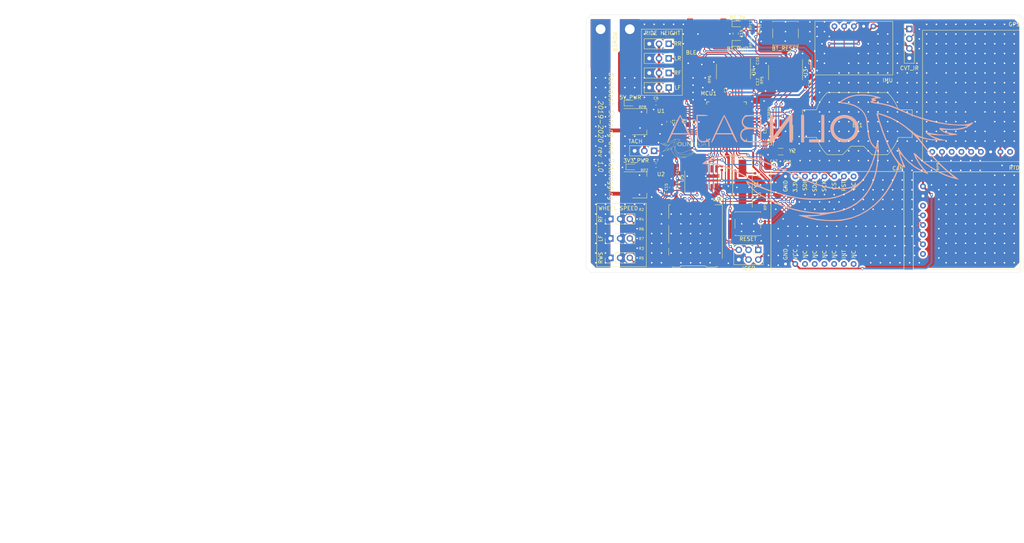
<source format=kicad_pcb>
(kicad_pcb (version 20190905) (host pcbnew "5.99.0-unknown-846397c~86~ubuntu18.04.1")
  (layers (0 "F.Cu" signal) (31 "B.Cu" signal) (34 "B.Paste" user) (35 "F.Paste" user) (36 "B.SilkS" user hide) (37 "F.SilkS" user) (38 "B.Mask" user) (39 "F.Mask" user) (44 "Edge.Cuts" user))
  (net 0 "")
  (net 1 "GND")
  (net 2 "Net-(BT1-Pad1)")
  (net 3 "+5V")
  (net 4 "Net-(C2-Pad2)")
  (net 5 "/XTAL1")
  (net 6 "/XTAL2")
  (net 7 "+3V3")
  (net 8 "Net-(C17-Pad2)")
  (net 9 "Net-(C18-Pad1)")
  (net 10 "Net-(CAN1-Pad14)")
  (net 11 "Net-(CAN1-Pad13)")
  (net 12 "Net-(CAN1-Pad12)")
  (net 13 "Net-(CAN1-Pad11)")
  (net 14 "Net-(CAN1-Pad10)")
  (net 15 "Net-(CAN1-Pad9)")
  (net 16 "Net-(CAN1-Pad2)")
  (net 17 "/MOSI")
  (net 18 "/MISO")
  (net 19 "/SCK")
  (net 20 "/RESET")
  (net 21 "Net-(CAN1-Pad8)")
  (net 22 "Net-(D1-Pad2)")
  (net 23 "/BlueTooth/P0_2")
  (net 24 "Net-(D2-Pad2)")
  (net 25 "/BlueTooth/P2_7")
  (net 26 "Net-(J2-Pad3)")
  (net 27 "Net-(J3-Pad3)")
  (net 28 "/PCINT23")
  (net 29 "/SCL")
  (net 30 "/SDA")
  (net 31 "Net-(J5-Pad3)")
  (net 32 "/A0")
  (net 33 "/A2")
  (net 34 "/A1")
  (net 35 "/A3")
  (net 36 "Net-(J12-Pad8)")
  (net 37 "Net-(J12-Pad3)")
  (net 38 "Net-(J13-Pad10)")
  (net 39 "/MISO_3V3")
  (net 40 "/SCK_3V3")
  (net 41 "/MOSI_3V3")
  (net 42 "/CS_3V3")
  (net 43 "Net-(J13-Pad1)")
  (net 44 "Net-(J13-Pad8)")
  (net 45 "Net-(J13-Pad9)")
  (net 46 "Net-(J14-Pad9)")
  (net 47 "/TX0")
  (net 48 "/RX0")
  (net 49 "Net-(J14-Pad4)")
  (net 50 "Net-(J14-Pad3)")
  (net 51 "Net-(J14-Pad2)")
  (net 52 "Net-(J14-Pad1)")
  (net 53 "Net-(PLED_3V3-Pad2)")
  (net 54 "/PCINT8")
  (net 55 "Net-(RP5-Pad2)")
  (net 56 "Net-(RP6-Pad2)")
  (net 57 "Net-(RP7-Pad2)")
  (net 58 "/BlueTooth/RST_BT")
  (net 59 "/SS")
  (net 60 "/A4")
  (net 61 "/A5")
  (net 62 "/A6")
  (net 63 "/A7")
  (net 64 "/PCINT22")
  (net 65 "/PCINT21")
  (net 66 "/PCINT20")
  (net 67 "/PCINT19")
  (net 68 "/PCINT18")
  (net 69 "/TX1")
  (net 70 "/RX1")
  (net 71 "Net-(U3-Pad9)")
  (net 72 "Net-(U3-Pad6)")
  (net 73 "/P3_6")
  (net 74 "/P0_0")
  (net 75 "/RX_3V3")
  (net 76 "/TX_3V3")
  (net 77 "Net-(U4-Pad9)")
  (net 78 "Net-(U4-Pad6)")
  (net 79 "/BT_RST")
  (net 80 "/P1_7")
  (net 81 "/P1_6")
  (net 82 "/P2_0")
  (net 83 "Net-(U5-Pad9)")
  (net 84 "Net-(U5-Pad6)")
  (net 85 "Net-(U6-Pad7)")
  (net 86 "Net-(U7-Pad1)")
  (net 87 "Net-(U7-Pad3)")
  (net 88 "Net-(U7-Pad4)")
  (net 89 "+7.5V")
  (net 90 "/PCINT11")
  (net 91 "/PCINT9")
  (net 92 "/PCINT10")
  (net 93 "/PCINT30")
  (net 94 "/PCINT29")
  (net 95 "Net-(PLED_5V1-Pad2)")
  (net 96 "/PCINT31")
  (net 97 "/PCINT28")
  (module "baja1920:logo_backdash_front" (layer "F.Cu") (at 104.775 75.565)
    (fp_text reference "G***")
    (fp_text value "LOGO" hide)
  )
  (module "baja1920:logo_backdash_back" (layer "B.Cu") (at 140.462 77.978 180)
    (fp_text reference "G***")
    (fp_text value "LOGO" hide)
  )
  (module "Capacitor_SMD:C_0402_1005Metric" (layer "F.Cu") (at 131.829001 78.035999 180)
    (fp_text reference "C18" (at -0.066 -0.9525) (layer "F.SilkS") (effects (font (size 0.69 0.69) (thickness 0.1))))
    (fp_text value "18pF")
    (pad "2" smd roundrect (at 0.485 0 180) (size 0.59 0.64) (layers "F.Cu" "F.Paste" "F.Mask") (net 1 "GND"))
    (pad "1" smd roundrect (at -0.485 0 180) (size 0.59 0.64) (layers "F.Cu" "F.Paste" "F.Mask") (net 9 "Net-(C18-Pad1)"))
  )
  (module "Capacitor_SMD:C_0402_1005Metric" (layer "F.Cu") (at 128.466001 78.035999 180)
    (fp_text reference "C17" (at 0.061 -0.889) (layer "F.SilkS") (effects (font (size 0.69 0.69) (thickness 0.1))))
    (fp_text value "18pF")
    (pad "2" smd roundrect (at 0.485 0 180) (size 0.59 0.64) (layers "F.Cu" "F.Paste" "F.Mask") (net 8 "Net-(C17-Pad2)"))
    (pad "1" smd roundrect (at -0.485 0 180) (size 0.59 0.64) (layers "F.Cu" "F.Paste" "F.Mask") (net 1 "GND"))
  )
  (module "Capacitor_SMD:C_0402_1005Metric" (layer "F.Cu") (at 123.513001 82.544499 90)
    (fp_text reference "C4" (at 0 1.143 90) (layer "F.SilkS") (effects (font (size 0.69 0.69) (thickness 0.1))))
    (fp_text value "20pF")
    (pad "2" smd roundrect (at 0.485 0 90) (size 0.59 0.64) (layers "F.Cu" "F.Paste" "F.Mask") (net 5 "/XTAL1"))
    (pad "1" smd roundrect (at -0.485 0 90) (size 0.59 0.64) (layers "F.Cu" "F.Paste" "F.Mask") (net 1 "GND"))
  )
  (module "Capacitor_SMD:C_0402_1005Metric" (layer "F.Cu") (at 123.513001 87.687999 -90)
    (fp_text reference "C5" (at 0 -1.143 90) (layer "F.SilkS") (effects (font (size 0.69 0.69) (thickness 0.1))))
    (fp_text value "20pF")
    (pad "2" smd roundrect (at 0.485 0 270) (size 0.59 0.64) (layers "F.Cu" "F.Paste" "F.Mask") (net 6 "/XTAL2"))
    (pad "1" smd roundrect (at -0.485 0 270) (size 0.59 0.64) (layers "F.Cu" "F.Paste" "F.Mask") (net 1 "GND"))
  )
  (module "Capacitor_SMD:C_0402_1005Metric" (layer "F.Cu") (at 104.399501 81.359499 90)
    (fp_text reference "C14" (at 0 -1.17 90) (layer "F.SilkS") (effects (font (size 0.69 0.69) (thickness 0.1))))
    (fp_text value "0.1uF")
    (pad "2" smd roundrect (at 0.485 0 90) (size 0.59 0.64) (layers "F.Cu" "F.Paste" "F.Mask") (net 3 "+5V"))
    (pad "1" smd roundrect (at -0.485 0 90) (size 0.59 0.64) (layers "F.Cu" "F.Paste" "F.Mask") (net 1 "GND"))
  )
  (module "Capacitor_SMD:C_0402_1005Metric" (layer "F.Cu") (at 104.399501 85.400499 90)
    (fp_text reference "C13" (at 0 -1.17 90) (layer "F.SilkS") (effects (font (size 0.69 0.69) (thickness 0.1))))
    (fp_text value "0.1uF")
    (pad "2" smd roundrect (at 0.485 0 90) (size 0.59 0.64) (layers "F.Cu" "F.Paste" "F.Mask") (net 1 "GND"))
    (pad "1" smd roundrect (at -0.485 0 90) (size 0.59 0.64) (layers "F.Cu" "F.Paste" "F.Mask") (net 7 "+3V3"))
  )
  (module "Capacitor_SMD:C_0402_1005Metric" (layer "F.Cu") (at 123.132001 58.183499 -90)
    (fp_text reference "C12" (at 0 -1.016 90) (layer "F.SilkS") (effects (font (size 0.69 0.69) (thickness 0.1))))
    (fp_text value "0.1uF")
    (pad "2" smd roundrect (at 0.485 0 270) (size 0.59 0.64) (layers "F.Cu" "F.Paste" "F.Mask") (net 3 "+5V"))
    (pad "1" smd roundrect (at -0.485 0 270) (size 0.59 0.64) (layers "F.Cu" "F.Paste" "F.Mask") (net 1 "GND"))
  )
  (module "Capacitor_SMD:C_0402_1005Metric" (layer "F.Cu") (at 136.657501 58.500999 -90)
    (fp_text reference "C11" (at 0 -1.17 90) (layer "F.SilkS") (effects (font (size 0.69 0.69) (thickness 0.1))))
    (fp_text value "0.1uF")
    (pad "2" smd roundrect (at 0.485 0 270) (size 0.59 0.64) (layers "F.Cu" "F.Paste" "F.Mask") (net 3 "+5V"))
    (pad "1" smd roundrect (at -0.485 0 270) (size 0.59 0.64) (layers "F.Cu" "F.Paste" "F.Mask") (net 1 "GND"))
  )
  (module "Capacitor_SMD:C_0402_1005Metric" (layer "F.Cu") (at 123.132001 52.722499 -90)
    (fp_text reference "C10" (at 0 -1.016 90) (layer "F.SilkS") (effects (font (size 0.69 0.69) (thickness 0.1))))
    (fp_text value "0.1uF")
    (pad "2" smd roundrect (at 0.485 0 270) (size 0.59 0.64) (layers "F.Cu" "F.Paste" "F.Mask") (net 1 "GND"))
    (pad "1" smd roundrect (at -0.485 0 270) (size 0.59 0.64) (layers "F.Cu" "F.Paste" "F.Mask") (net 7 "+3V3"))
  )
  (module "Capacitor_SMD:C_0402_1005Metric" (layer "F.Cu") (at 136.657501 53.016999 -90)
    (fp_text reference "C9" (at 0 -1.17 90) (layer "F.SilkS") (effects (font (size 0.69 0.69) (thickness 0.1))))
    (fp_text value "0.1uF")
    (pad "2" smd roundrect (at 0.485 0 270) (size 0.59 0.64) (layers "F.Cu" "F.Paste" "F.Mask") (net 1 "GND"))
    (pad "1" smd roundrect (at -0.485 0 270) (size 0.59 0.64) (layers "F.Cu" "F.Paste" "F.Mask") (net 7 "+3V3"))
  )
  (module "Capacitor_SMD:C_0402_1005Metric" (layer "F.Cu") (at 114.686501 60.382999 -90)
    (fp_text reference "C2" (at 0 -1.17 90) (layer "F.SilkS") (effects (font (size 0.69 0.69) (thickness 0.1))))
    (fp_text value "0.1uF")
    (pad "2" smd roundrect (at 0.485 0 270) (size 0.59 0.64) (layers "F.Cu" "F.Paste" "F.Mask") (net 4 "Net-(C2-Pad2)"))
    (pad "1" smd roundrect (at -0.485 0 270) (size 0.59 0.64) (layers "F.Cu" "F.Paste" "F.Mask") (net 1 "GND"))
  )
  (module "" (layer "F.Cu") (at 76.967501 178.365999 90)
    (fp_text reference "" (at 81.5975 60.7695 90) (layer "F.SilkS") (effects (font (size 1.27 1.27))))
    (fp_text value "" (at 81.5975 60.7695 90) (layer "F.SilkS") (effects (font (size 1.27 1.27))))
    (fp_text user "SCK" (at 92.964 64.5795 -90) (layer "F.SilkS"))
  )
  (module "" (layer "F.Cu") (at 81.5975 60.7695)
    (fp_text reference "" (at -154.94 100.33) (layer "F.SilkS") (effects (font (size 1.27 1.27))))
    (fp_text value "" (at -154.94 100.33) (layer "F.SilkS") (effects (font (size 1.27 1.27))))
  )
  (module "Connector_PinHeader_2.54mm:PinHeader_1x03_P2.54mm_Vertical" (layer "F.Cu") (at 85.730501 99.054499 90)
    (fp_text reference "J5")
    (fp_text value "LF" (at 0 -2.54 270) (layer "F.SilkS"))
    (pad "3" thru_hole oval (at 0 5.08 90) (size 1.7 1.7) (drill 1) (layers *.Cu *.Mask) (net 31 "Net-(J5-Pad3)"))
    (pad "2" thru_hole oval (at 0 2.54 90) (size 1.7 1.7) (drill 1) (layers *.Cu *.Mask) (net 1 "GND"))
    (pad "1" thru_hole rect (at 0 0 90) (size 1.7 1.7) (drill 1) (layers *.Cu *.Mask) (net 89 "+7.5V"))
  )
  (module "baja1920:Power" (layer "F.Cu") (at 87.000501 41.904499)
    (fp_text reference "POWER" (at -0.132501 5.847501 270 unlocked) (layer "F.SilkS"))
    (fp_text value "Vsupply")
    (pad "1" thru_hole custom (at -3.81 2.54) (size 4.2 4.2) (drill 2.54) (layers *.Cu *.Mask) (net 89 "+7.5V") (options (clearance outline) (anchor circle)) (primitives (gr_poly (pts (xy -2.54 -2.54) (xy -2.54 10.16) (xy 2.54 10.16) (xy 2.54 -2.54)) (width 0.1))))
    (pad "2" thru_hole custom (at 3.81 2.54) (size 4.2 4.2) (drill 2.54) (layers *.Cu *.Mask) (net 1 "GND") (options (clearance outline) (anchor circle)) (primitives (gr_poly (pts (xy -2.54 -2.54) (xy -2.54 10.16) (xy 2.54 10.16) (xy 2.54 -2.54)) (width 0.1))))
  )
  (module "Crystal:Crystal_SMD_3215-2Pin_3.2x1.5mm" (layer "F.Cu") (at 130.180501 76.384999 180)
    (fp_text reference "Y2" (at -3.048 0.1905) (layer "F.SilkS"))
    (fp_text value "32.768 kHz")
    (pad "2" smd rect (at -1.25 0 180) (size 1 1.8) (layers "F.Cu" "F.Paste" "F.Mask") (net 9 "Net-(C18-Pad1)"))
    (pad "1" smd rect (at 1.25 0 180) (size 1 1.8) (layers "F.Cu" "F.Paste" "F.Mask") (net 8 "Net-(C17-Pad2)"))
  )
  (module "Crystal:Crystal_SMD_HC49-SD" (layer "F.Cu") (at 120.211001 85.020999 -90)
    (fp_text reference "Y1" (at 0 -3.55 90) (layer "F.SilkS"))
    (fp_text value "16MHz")
    (pad "2" smd rect (at 4.25 0 270) (size 4.5 2) (layers "F.Cu" "F.Paste" "F.Mask") (net 6 "/XTAL2"))
    (pad "1" smd rect (at -4.25 0 270) (size 4.5 2) (layers "F.Cu" "F.Paste" "F.Mask") (net 5 "/XTAL1"))
  )
  (module "RF_Module:Microchip_RN4871" (layer "F.Cu") (at 110.876501 45.460499)
    (fp_text reference "BLE" (at -4.064 5.08) (layer "F.SilkS"))
    (fp_text value "RN4871-V/RM118")
    (pad "16" smd rect (at 4.35 -3.45 90) (size 0.7 1.5) (layers "F.Cu" "F.Paste" "F.Mask") (net 82 "/P2_0"))
    (pad "15" smd rect (at 4.35 -2.3 90) (size 0.7 1.5) (layers "F.Cu" "F.Paste" "F.Mask") (net 25 "/BlueTooth/P2_7"))
    (pad "14" smd rect (at 4.35 -1.05 90) (size 0.7 1.5) (layers "F.Cu" "F.Paste" "F.Mask") (net 7 "+3V3"))
    (pad "13" smd rect (at 4.35 0.15 90) (size 0.7 1.5) (layers "F.Cu" "F.Paste" "F.Mask") (net 1 "GND"))
    (pad "12" smd rect (at 4.35 1.35 90) (size 0.7 1.5) (layers "F.Cu" "F.Paste" "F.Mask") (net 23 "/BlueTooth/P0_2"))
    (pad "1" smd rect (at -4.35 -3.45 90) (size 0.7 1.5) (layers "F.Cu" "F.Paste" "F.Mask") (net 86 "Net-(U7-Pad1)"))
    (pad "2" smd rect (at -4.35 -2.25 90) (size 0.7 1.5) (layers "F.Cu" "F.Paste" "F.Mask") (net 1 "GND"))
    (pad "3" smd rect (at -4.35 -1.05 90) (size 0.7 1.5) (layers "F.Cu" "F.Paste" "F.Mask") (net 87 "Net-(U7-Pad3)"))
    (pad "4" smd rect (at -4.35 0.15 90) (size 0.7 1.5) (layers "F.Cu" "F.Paste" "F.Mask") (net 88 "Net-(U7-Pad4)"))
    (pad "5" smd rect (at -4.35 1.35 90) (size 0.7 1.5) (layers "F.Cu" "F.Paste" "F.Mask") (net 80 "/P1_7"))
    (pad "11" smd rect (at 3 3.05) (size 0.7 1.5) (layers "F.Cu" "F.Paste" "F.Mask") (net 74 "/P0_0"))
    (pad "10" smd rect (at 1.8 3.05) (size 0.7 1.5) (layers "F.Cu" "F.Paste" "F.Mask") (net 79 "/BT_RST"))
    (pad "9" smd rect (at 0.6 3.05) (size 0.7 1.5) (layers "F.Cu" "F.Paste" "F.Mask") (net 73 "/P3_6"))
    (pad "8" smd rect (at -0.6 3.05) (size 0.7 1.5) (layers "F.Cu" "F.Paste" "F.Mask") (net 76 "/TX_3V3"))
    (pad "7" smd rect (at -1.8 3.05) (size 0.7 1.5) (layers "F.Cu" "F.Paste" "F.Mask") (net 75 "/RX_3V3"))
    (pad "6" smd rect (at -3 3.05) (size 0.7 1.5) (layers "F.Cu" "F.Paste" "F.Mask") (net 81 "/P1_6"))
  )
  (module "Package_SO:SOIC-8_3.9x4.9mm_P1.27mm" (layer "F.Cu") (at 130.815501 71.431999 90)
    (fp_text reference "U6" (at -2.4765 -3.429 90) (layer "F.SilkS"))
    (fp_text value "MCP7940N-xSN")
    (pad "8" smd roundrect (at 2.475 -1.905 90) (size 1.95 0.6) (layers "F.Cu" "F.Paste" "F.Mask") (net 3 "+5V"))
    (pad "7" smd roundrect (at 2.475 -0.635 90) (size 1.95 0.6) (layers "F.Cu" "F.Paste" "F.Mask") (net 85 "Net-(U6-Pad7)"))
    (pad "6" smd roundrect (at 2.475 0.635 90) (size 1.95 0.6) (layers "F.Cu" "F.Paste" "F.Mask") (net 29 "/SCL"))
    (pad "5" smd roundrect (at 2.475 1.905 90) (size 1.95 0.6) (layers "F.Cu" "F.Paste" "F.Mask") (net 30 "/SDA"))
    (pad "4" smd roundrect (at -2.475 1.905 90) (size 1.95 0.6) (layers "F.Cu" "F.Paste" "F.Mask") (net 1 "GND"))
    (pad "3" smd roundrect (at -2.475 0.635 90) (size 1.95 0.6) (layers "F.Cu" "F.Paste" "F.Mask") (net 2 "Net-(BT1-Pad1)"))
    (pad "2" smd roundrect (at -2.475 -0.635 90) (size 1.95 0.6) (layers "F.Cu" "F.Paste" "F.Mask") (net 9 "Net-(C18-Pad1)"))
    (pad "1" smd roundrect (at -2.475 -1.905 90) (size 1.95 0.6) (layers "F.Cu" "F.Paste" "F.Mask") (net 8 "Net-(C17-Pad2)"))
  )
  (module "Package_SO:SOIC-14_3.9x8.7mm_P1.27mm" (layer "F.Cu") (at 109.606501 83.368499 90)
    (fp_text reference "U5" (at 0 -5.28 90) (layer "F.SilkS"))
    (fp_text value "TXB0104D")
    (pad "14" smd roundrect (at 2.475 -3.81 90) (size 1.95 0.6) (layers "F.Cu" "F.Paste" "F.Mask") (net 3 "+5V"))
    (pad "13" smd roundrect (at 2.475 -2.54 90) (size 1.95 0.6) (layers "F.Cu" "F.Paste" "F.Mask") (net 17 "/MOSI"))
    (pad "12" smd roundrect (at 2.475 -1.27 90) (size 1.95 0.6) (layers "F.Cu" "F.Paste" "F.Mask") (net 18 "/MISO"))
    (pad "11" smd roundrect (at 2.475 0 90) (size 1.95 0.6) (layers "F.Cu" "F.Paste" "F.Mask") (net 19 "/SCK"))
    (pad "10" smd roundrect (at 2.475 1.27 90) (size 1.95 0.6) (layers "F.Cu" "F.Paste" "F.Mask") (net 97 "/PCINT28"))
    (pad "9" smd roundrect (at 2.475 2.54 90) (size 1.95 0.6) (layers "F.Cu" "F.Paste" "F.Mask") (net 83 "Net-(U5-Pad9)"))
    (pad "8" smd roundrect (at 2.475 3.81 90) (size 1.95 0.6) (layers "F.Cu" "F.Paste" "F.Mask") (net 57 "Net-(RP7-Pad2)"))
    (pad "7" smd roundrect (at -2.475 3.81 90) (size 1.95 0.6) (layers "F.Cu" "F.Paste" "F.Mask") (net 1 "GND"))
    (pad "6" smd roundrect (at -2.475 2.54 90) (size 1.95 0.6) (layers "F.Cu" "F.Paste" "F.Mask") (net 84 "Net-(U5-Pad6)"))
    (pad "5" smd roundrect (at -2.475 1.27 90) (size 1.95 0.6) (layers "F.Cu" "F.Paste" "F.Mask") (net 42 "/CS_3V3"))
    (pad "4" smd roundrect (at -2.475 0 90) (size 1.95 0.6) (layers "F.Cu" "F.Paste" "F.Mask") (net 40 "/SCK_3V3"))
    (pad "3" smd roundrect (at -2.475 -1.27 90) (size 1.95 0.6) (layers "F.Cu" "F.Paste" "F.Mask") (net 39 "/MISO_3V3"))
    (pad "2" smd roundrect (at -2.475 -2.54 90) (size 1.95 0.6) (layers "F.Cu" "F.Paste" "F.Mask") (net 41 "/MOSI_3V3"))
    (pad "1" smd roundrect (at -2.475 -3.81 90) (size 1.95 0.6) (layers "F.Cu" "F.Paste" "F.Mask") (net 7 "+3V3"))
  )
  (module "Package_SO:SOIC-14_3.9x8.7mm_P1.27mm" (layer "F.Cu") (at 117.861501 55.493499 -90)
    (fp_text reference "U4" (at 0 -5.28 90) (layer "F.SilkS"))
    (fp_text value "TXB0104D")
    (pad "14" smd roundrect (at 2.475 -3.81 270) (size 1.95 0.6) (layers "F.Cu" "F.Paste" "F.Mask") (net 3 "+5V"))
    (pad "13" smd roundrect (at 2.475 -2.54 270) (size 1.95 0.6) (layers "F.Cu" "F.Paste" "F.Mask") (net 66 "/PCINT20"))
    (pad "12" smd roundrect (at 2.475 -1.27 270) (size 1.95 0.6) (layers "F.Cu" "F.Paste" "F.Mask") (net 65 "/PCINT21"))
    (pad "11" smd roundrect (at 2.475 0 270) (size 1.95 0.6) (layers "F.Cu" "F.Paste" "F.Mask") (net 64 "/PCINT22"))
    (pad "10" smd roundrect (at 2.475 1.27 270) (size 1.95 0.6) (layers "F.Cu" "F.Paste" "F.Mask") (net 28 "/PCINT23"))
    (pad "9" smd roundrect (at 2.475 2.54 270) (size 1.95 0.6) (layers "F.Cu" "F.Paste" "F.Mask") (net 77 "Net-(U4-Pad9)"))
    (pad "8" smd roundrect (at 2.475 3.81 270) (size 1.95 0.6) (layers "F.Cu" "F.Paste" "F.Mask") (net 56 "Net-(RP6-Pad2)"))
    (pad "7" smd roundrect (at -2.475 3.81 270) (size 1.95 0.6) (layers "F.Cu" "F.Paste" "F.Mask") (net 1 "GND"))
    (pad "6" smd roundrect (at -2.475 2.54 270) (size 1.95 0.6) (layers "F.Cu" "F.Paste" "F.Mask") (net 78 "Net-(U4-Pad6)"))
    (pad "5" smd roundrect (at -2.475 1.27 270) (size 1.95 0.6) (layers "F.Cu" "F.Paste" "F.Mask") (net 80 "/P1_7"))
    (pad "4" smd roundrect (at -2.475 0 270) (size 1.95 0.6) (layers "F.Cu" "F.Paste" "F.Mask") (net 81 "/P1_6"))
    (pad "3" smd roundrect (at -2.475 -1.27 270) (size 1.95 0.6) (layers "F.Cu" "F.Paste" "F.Mask") (net 73 "/P3_6"))
    (pad "2" smd roundrect (at -2.475 -2.54 270) (size 1.95 0.6) (layers "F.Cu" "F.Paste" "F.Mask") (net 79 "/BT_RST"))
    (pad "1" smd roundrect (at -2.475 -3.81 270) (size 1.95 0.6) (layers "F.Cu" "F.Paste" "F.Mask") (net 7 "+3V3"))
  )
  (module "Package_SO:SOIC-14_3.9x8.7mm_P1.27mm" (layer "F.Cu") (at 131.450501 55.770499 -90)
    (fp_text reference "U3" (at 0 -5.28 90) (layer "F.SilkS"))
    (fp_text value "TXB0104D")
    (pad "14" smd roundrect (at 2.475 -3.81 270) (size 1.95 0.6) (layers "F.Cu" "F.Paste" "F.Mask") (net 3 "+5V"))
    (pad "13" smd roundrect (at 2.475 -2.54 270) (size 1.95 0.6) (layers "F.Cu" "F.Paste" "F.Mask") (net 70 "/RX1"))
    (pad "12" smd roundrect (at 2.475 -1.27 270) (size 1.95 0.6) (layers "F.Cu" "F.Paste" "F.Mask") (net 69 "/TX1"))
    (pad "11" smd roundrect (at 2.475 0 270) (size 1.95 0.6) (layers "F.Cu" "F.Paste" "F.Mask") (net 68 "/PCINT18"))
    (pad "10" smd roundrect (at 2.475 1.27 270) (size 1.95 0.6) (layers "F.Cu" "F.Paste" "F.Mask") (net 67 "/PCINT19"))
    (pad "9" smd roundrect (at 2.475 2.54 270) (size 1.95 0.6) (layers "F.Cu" "F.Paste" "F.Mask") (net 71 "Net-(U3-Pad9)"))
    (pad "8" smd roundrect (at 2.475 3.81 270) (size 1.95 0.6) (layers "F.Cu" "F.Paste" "F.Mask") (net 55 "Net-(RP5-Pad2)"))
    (pad "7" smd roundrect (at -2.475 3.81 270) (size 1.95 0.6) (layers "F.Cu" "F.Paste" "F.Mask") (net 1 "GND"))
    (pad "6" smd roundrect (at -2.475 2.54 270) (size 1.95 0.6) (layers "F.Cu" "F.Paste" "F.Mask") (net 72 "Net-(U3-Pad6)"))
    (pad "5" smd roundrect (at -2.475 1.27 270) (size 1.95 0.6) (layers "F.Cu" "F.Paste" "F.Mask") (net 74 "/P0_0"))
    (pad "4" smd roundrect (at -2.475 0 270) (size 1.95 0.6) (layers "F.Cu" "F.Paste" "F.Mask") (net 82 "/P2_0"))
    (pad "3" smd roundrect (at -2.475 -1.27 270) (size 1.95 0.6) (layers "F.Cu" "F.Paste" "F.Mask") (net 75 "/RX_3V3"))
    (pad "2" smd roundrect (at -2.475 -2.54 270) (size 1.95 0.6) (layers "F.Cu" "F.Paste" "F.Mask") (net 76 "/TX_3V3"))
    (pad "1" smd roundrect (at -2.475 -3.81 270) (size 1.95 0.6) (layers "F.Cu" "F.Paste" "F.Mask") (net 7 "+3V3"))
  )
  (module "Package_TO_SOT_SMD:SOT-223" (layer "F.Cu") (at 93.350501 85.084499)
    (fp_text reference "U2" (at 5.588 -2.794) (layer "F.SilkS"))
    (fp_text value "LM1117-3.3")
    (pad "1" smd rect (at -3.15 -2.3) (size 2 1.5) (layers "F.Cu" "F.Paste" "F.Mask") (net 1 "GND"))
    (pad "3" smd rect (at -3.15 2.3) (size 2 1.5) (layers "F.Cu" "F.Paste" "F.Mask") (net 89 "+7.5V"))
    (pad "2" smd rect (at -3.15 0) (size 2 1.5) (layers "F.Cu" "F.Paste" "F.Mask") (net 7 "+3V3"))
    (pad "4" smd rect (at 3.15 0) (size 2 3.8) (layers "F.Cu" "F.Paste" "F.Mask") (net 7 "+3V3"))
  )
  (module "Package_TO_SOT_SMD:SOT-223" (layer "F.Cu") (at 93.350501 68.574499)
    (fp_text reference "U1" (at 5.588 -2.794) (layer "F.SilkS"))
    (fp_text value "LM1117-5.0")
    (pad "1" smd rect (at -3.15 -2.3) (size 2 1.5) (layers "F.Cu" "F.Paste" "F.Mask") (net 1 "GND"))
    (pad "3" smd rect (at -3.15 2.3) (size 2 1.5) (layers "F.Cu" "F.Paste" "F.Mask") (net 89 "+7.5V"))
    (pad "2" smd rect (at -3.15 0) (size 2 1.5) (layers "F.Cu" "F.Paste" "F.Mask") (net 3 "+5V"))
    (pad "4" smd rect (at 3.15 0) (size 2 3.8) (layers "F.Cu" "F.Paste" "F.Mask") (net 3 "+5V"))
  )
  (module "Package_QFP:TQFP-44_10x10mm_P0.8mm" (layer "F.Cu") (at 116.060501 68.574499 90)
    (fp_text reference "MCU1" (at 7.366 -4.676 180) (layer "F.SilkS"))
    (fp_text value "ATmega1284-AU")
    (pad "44" smd rect (at -4 -5.7 180) (size 1.5 0.55) (layers "F.Cu" "F.Paste" "F.Mask") (net 59 "/SS"))
    (pad "43" smd rect (at -3.2 -5.7 180) (size 1.5 0.55) (layers "F.Cu" "F.Paste" "F.Mask") (net 90 "/PCINT11"))
    (pad "42" smd rect (at -2.4 -5.7 180) (size 1.5 0.55) (layers "F.Cu" "F.Paste" "F.Mask") (net 92 "/PCINT10"))
    (pad "41" smd rect (at -1.6 -5.7 180) (size 1.5 0.55) (layers "F.Cu" "F.Paste" "F.Mask") (net 91 "/PCINT9"))
    (pad "40" smd rect (at -0.8 -5.7 180) (size 1.5 0.55) (layers "F.Cu" "F.Paste" "F.Mask") (net 54 "/PCINT8"))
    (pad "39" smd rect (at 0 -5.7 180) (size 1.5 0.55) (layers "F.Cu" "F.Paste" "F.Mask") (net 1 "GND"))
    (pad "38" smd rect (at 0.8 -5.7 180) (size 1.5 0.55) (layers "F.Cu" "F.Paste" "F.Mask") (net 3 "+5V"))
    (pad "37" smd rect (at 1.6 -5.7 180) (size 1.5 0.55) (layers "F.Cu" "F.Paste" "F.Mask") (net 32 "/A0"))
    (pad "36" smd rect (at 2.4 -5.7 180) (size 1.5 0.55) (layers "F.Cu" "F.Paste" "F.Mask") (net 34 "/A1"))
    (pad "35" smd rect (at 3.2 -5.7 180) (size 1.5 0.55) (layers "F.Cu" "F.Paste" "F.Mask") (net 33 "/A2"))
    (pad "34" smd rect (at 4 -5.7 180) (size 1.5 0.55) (layers "F.Cu" "F.Paste" "F.Mask") (net 35 "/A3"))
    (pad "33" smd rect (at 5.7 -4 90) (size 1.5 0.55) (layers "F.Cu" "F.Paste" "F.Mask") (net 60 "/A4"))
    (pad "32" smd rect (at 5.7 -3.2 90) (size 1.5 0.55) (layers "F.Cu" "F.Paste" "F.Mask") (net 61 "/A5"))
    (pad "31" smd rect (at 5.7 -2.4 90) (size 1.5 0.55) (layers "F.Cu" "F.Paste" "F.Mask") (net 62 "/A6"))
    (pad "30" smd rect (at 5.7 -1.6 90) (size 1.5 0.55) (layers "F.Cu" "F.Paste" "F.Mask") (net 63 "/A7"))
    (pad "29" smd rect (at 5.7 -0.8 90) (size 1.5 0.55) (layers "F.Cu" "F.Paste" "F.Mask") (net 4 "Net-(C2-Pad2)"))
    (pad "28" smd rect (at 5.7 0 90) (size 1.5 0.55) (layers "F.Cu" "F.Paste" "F.Mask") (net 1 "GND"))
    (pad "27" smd rect (at 5.7 0.8 90) (size 1.5 0.55) (layers "F.Cu" "F.Paste" "F.Mask") (net 3 "+5V"))
    (pad "26" smd rect (at 5.7 1.6 90) (size 1.5 0.55) (layers "F.Cu" "F.Paste" "F.Mask") (net 28 "/PCINT23"))
    (pad "25" smd rect (at 5.7 2.4 90) (size 1.5 0.55) (layers "F.Cu" "F.Paste" "F.Mask") (net 64 "/PCINT22"))
    (pad "24" smd rect (at 5.7 3.2 90) (size 1.5 0.55) (layers "F.Cu" "F.Paste" "F.Mask") (net 65 "/PCINT21"))
    (pad "23" smd rect (at 5.7 4 90) (size 1.5 0.55) (layers "F.Cu" "F.Paste" "F.Mask") (net 66 "/PCINT20"))
    (pad "22" smd rect (at 4 5.7 180) (size 1.5 0.55) (layers "F.Cu" "F.Paste" "F.Mask") (net 67 "/PCINT19"))
    (pad "21" smd rect (at 3.2 5.7 180) (size 1.5 0.55) (layers "F.Cu" "F.Paste" "F.Mask") (net 68 "/PCINT18"))
    (pad "20" smd rect (at 2.4 5.7 180) (size 1.5 0.55) (layers "F.Cu" "F.Paste" "F.Mask") (net 30 "/SDA"))
    (pad "19" smd rect (at 1.6 5.7 180) (size 1.5 0.55) (layers "F.Cu" "F.Paste" "F.Mask") (net 29 "/SCL"))
    (pad "18" smd rect (at 0.8 5.7 180) (size 1.5 0.55) (layers "F.Cu" "F.Paste" "F.Mask") (net 1 "GND"))
    (pad "17" smd rect (at 0 5.7 180) (size 1.5 0.55) (layers "F.Cu" "F.Paste" "F.Mask") (net 3 "+5V"))
    (pad "16" smd rect (at -0.8 5.7 180) (size 1.5 0.55) (layers "F.Cu" "F.Paste" "F.Mask") (net 96 "/PCINT31"))
    (pad "15" smd rect (at -1.6 5.7 180) (size 1.5 0.55) (layers "F.Cu" "F.Paste" "F.Mask") (net 93 "/PCINT30"))
    (pad "14" smd rect (at -2.4 5.7 180) (size 1.5 0.55) (layers "F.Cu" "F.Paste" "F.Mask") (net 94 "/PCINT29"))
    (pad "13" smd rect (at -3.2 5.7 180) (size 1.5 0.55) (layers "F.Cu" "F.Paste" "F.Mask") (net 97 "/PCINT28"))
    (pad "12" smd rect (at -4 5.7 180) (size 1.5 0.55) (layers "F.Cu" "F.Paste" "F.Mask") (net 69 "/TX1"))
    (pad "11" smd rect (at -5.7 4 90) (size 1.5 0.55) (layers "F.Cu" "F.Paste" "F.Mask") (net 70 "/RX1"))
    (pad "10" smd rect (at -5.7 3.2 90) (size 1.5 0.55) (layers "F.Cu" "F.Paste" "F.Mask") (net 47 "/TX0"))
    (pad "9" smd rect (at -5.7 2.4 90) (size 1.5 0.55) (layers "F.Cu" "F.Paste" "F.Mask") (net 48 "/RX0"))
    (pad "8" smd rect (at -5.7 1.6 90) (size 1.5 0.55) (layers "F.Cu" "F.Paste" "F.Mask") (net 5 "/XTAL1"))
    (pad "7" smd rect (at -5.7 0.8 90) (size 1.5 0.55) (layers "F.Cu" "F.Paste" "F.Mask") (net 6 "/XTAL2"))
    (pad "6" smd rect (at -5.7 0 90) (size 1.5 0.55) (layers "F.Cu" "F.Paste" "F.Mask") (net 1 "GND"))
    (pad "5" smd rect (at -5.7 -0.8 90) (size 1.5 0.55) (layers "F.Cu" "F.Paste" "F.Mask") (net 3 "+5V"))
    (pad "4" smd rect (at -5.7 -1.6 90) (size 1.5 0.55) (layers "F.Cu" "F.Paste" "F.Mask") (net 20 "/RESET"))
    (pad "3" smd rect (at -5.7 -2.4 90) (size 1.5 0.55) (layers "F.Cu" "F.Paste" "F.Mask") (net 19 "/SCK"))
    (pad "2" smd rect (at -5.7 -3.2 90) (size 1.5 0.55) (layers "F.Cu" "F.Paste" "F.Mask") (net 18 "/MISO"))
    (pad "1" smd rect (at -5.7 -4 90) (size 1.5 0.55) (layers "F.Cu" "F.Paste" "F.Mask") (net 17 "/MOSI"))
  )
  (module "Button_Switch_SMD:SW_SPST_EVQQ2" (layer "F.Cu") (at 131.450501 45.523999 180)
    (fp_text reference "BT_RESET" (at 0.05 -3.95) (layer "F.SilkS"))
    (fp_text value "BT_RST")
    (pad "2" smd rect (at 3.4 2 180) (size 3.2 1) (layers "F.Cu" "F.Paste" "F.Mask") (net 58 "/BlueTooth/RST_BT"))
    (pad "2" smd rect (at -3.4 2 180) (size 3.2 1) (layers "F.Cu" "F.Paste" "F.Mask") (net 58 "/BlueTooth/RST_BT"))
    (pad "1" smd rect (at -3.4 -2 180) (size 3.2 1) (layers "F.Cu" "F.Paste" "F.Mask") (net 1 "GND"))
    (pad "1" smd rect (at 3.4 -2 180) (size 3.2 1) (layers "F.Cu" "F.Paste" "F.Mask") (net 1 "GND"))
  )
  (module "Button_Switch_SMD:SW_SPST_EVQQ2" (layer "F.Cu") (at 121.608001 95.212499 180)
    (fp_text reference "RESET" (at -0.0635 -3.969 180) (layer "F.SilkS"))
    (fp_text value "BT_RST")
    (pad "2" smd rect (at 3.4 2 180) (size 3.2 1) (layers "F.Cu" "F.Paste" "F.Mask") (net 20 "/RESET"))
    (pad "2" smd rect (at -3.4 2 180) (size 3.2 1) (layers "F.Cu" "F.Paste" "F.Mask") (net 20 "/RESET"))
    (pad "1" smd rect (at -3.4 -2 180) (size 3.2 1) (layers "F.Cu" "F.Paste" "F.Mask") (net 1 "GND"))
    (pad "1" smd rect (at 3.4 -2 180) (size 3.2 1) (layers "F.Cu" "F.Paste" "F.Mask") (net 1 "GND"))
  )
  (module "Resistor_SMD:R_0402_1005Metric" (layer "F.Cu") (at 123.703501 44.340499 90)
    (fp_text reference "RP12" (at 0.023 1.016 90) (layer "F.SilkS") (effects (font (size 0.69 0.69) (thickness 0.1))))
    (fp_text value "10k")
    (pad "2" smd roundrect (at 0.485 0 90) (size 0.59 0.64) (layers "F.Cu" "F.Paste" "F.Mask") (net 58 "/BlueTooth/RST_BT"))
    (pad "1" smd roundrect (at -0.485 0 90) (size 0.59 0.64) (layers "F.Cu" "F.Paste" "F.Mask") (net 7 "+3V3"))
  )
  (module "Resistor_SMD:R_0402_1005Metric" (layer "F.Cu") (at 121.201501 43.318999 -90)
    (fp_text reference "RP11" (at 0 -1.17 90) (layer "F.SilkS") (effects (font (size 0.69 0.69) (thickness 0.1))))
    (fp_text value "1k")
    (pad "2" smd roundrect (at 0.485 0 270) (size 0.59 0.64) (layers "F.Cu" "F.Paste" "F.Mask") (net 7 "+3V3"))
    (pad "1" smd roundrect (at -0.485 0 270) (size 0.59 0.64) (layers "F.Cu" "F.Paste" "F.Mask") (net 24 "Net-(D2-Pad2)"))
  )
  (module "Resistor_SMD:R_0402_1005Metric" (layer "F.Cu") (at 121.201501 47.913999 90)
    (fp_text reference "RP10" (at 0 1.2065 90) (layer "F.SilkS") (effects (font (size 0.69 0.69) (thickness 0.1))))
    (fp_text value "1k")
    (pad "2" smd roundrect (at 0.485 0 90) (size 0.59 0.64) (layers "F.Cu" "F.Paste" "F.Mask") (net 7 "+3V3"))
    (pad "1" smd roundrect (at -0.485 0 90) (size 0.59 0.64) (layers "F.Cu" "F.Paste" "F.Mask") (net 22 "Net-(D1-Pad2)"))
  )
  (module "Resistor_SMD:R_0402_1005Metric" (layer "F.Cu") (at 172.281001 80.344999 -90)
    (fp_text reference "RP9" (at -0.0405 1.016 90) (layer "F.SilkS") (effects (font (size 0.69 0.69) (thickness 0.1))))
    (fp_text value "10k")
    (pad "2" smd roundrect (at 0.485 0 270) (size 0.59 0.64) (layers "F.Cu" "F.Paste" "F.Mask") (net 3 "+5V"))
    (pad "1" smd roundrect (at -0.485 0 270) (size 0.59 0.64) (layers "F.Cu" "F.Paste" "F.Mask") (net 51 "Net-(J14-Pad2)"))
  )
  (module "Resistor_SMD:R_0402_1005Metric" (layer "F.Cu") (at 94.135501 63.734499)
    (fp_text reference "RP8" (at -0.023 1.035501) (layer "F.SilkS") (effects (font (size 0.69 0.69) (thickness 0.1))))
    (fp_text value "1k")
    (pad "2" smd roundrect (at 0.485 0) (size 0.59 0.64) (layers "F.Cu" "F.Paste" "F.Mask") (net 3 "+5V"))
    (pad "1" smd roundrect (at -0.485 0) (size 0.59 0.64) (layers "F.Cu" "F.Paste" "F.Mask") (net 95 "Net-(PLED_5V1-Pad2)"))
  )
  (module "Resistor_SMD:R_0402_1005Metric" (layer "F.Cu") (at 114.813501 80.701499 90)
    (fp_text reference "RP7" (at 0 1.27 90) (layer "F.SilkS") (effects (font (size 0.69 0.69) (thickness 0.1))))
    (fp_text value "1k")
    (pad "2" smd roundrect (at 0.485 0 90) (size 0.59 0.64) (layers "F.Cu" "F.Paste" "F.Mask") (net 57 "Net-(RP7-Pad2)"))
    (pad "1" smd roundrect (at -0.485 0 90) (size 0.59 0.64) (layers "F.Cu" "F.Paste" "F.Mask") (net 7 "+3V3"))
  )
  (module "Resistor_SMD:R_0402_1005Metric" (layer "F.Cu") (at 112.654501 57.461999 -90)
    (fp_text reference "RP6" (at 0.0635 1.016 90) (layer "F.SilkS") (effects (font (size 0.69 0.69) (thickness 0.1))))
    (fp_text value "1k")
    (pad "2" smd roundrect (at 0.485 0 270) (size 0.59 0.64) (layers "F.Cu" "F.Paste" "F.Mask") (net 56 "Net-(RP6-Pad2)"))
    (pad "1" smd roundrect (at -0.485 0 270) (size 0.59 0.64) (layers "F.Cu" "F.Paste" "F.Mask") (net 7 "+3V3"))
  )
  (module "Resistor_SMD:R_0402_1005Metric" (layer "F.Cu") (at 126.243501 57.779499 -90)
    (fp_text reference "RP5" (at 0 0.9525 90) (layer "F.SilkS") (effects (font (size 0.69 0.69) (thickness 0.1))))
    (fp_text value "1k")
    (pad "2" smd roundrect (at 0.485 0 270) (size 0.59 0.64) (layers "F.Cu" "F.Paste" "F.Mask") (net 55 "Net-(RP5-Pad2)"))
    (pad "1" smd roundrect (at -0.485 0 270) (size 0.59 0.64) (layers "F.Cu" "F.Paste" "F.Mask") (net 7 "+3V3"))
  )
  (module "Resistor_SMD:R_0402_1005Metric" (layer "F.Cu") (at 126.180001 65.630499 -90)
    (fp_text reference "RP4" (at -0.023 -0.9755 90) (layer "F.SilkS") (effects (font (size 0.69 0.69) (thickness 0.1))))
    (fp_text value "4.7k")
    (pad "2" smd roundrect (at 0.485 0 270) (size 0.59 0.64) (layers "F.Cu" "F.Paste" "F.Mask") (net 30 "/SDA"))
    (pad "1" smd roundrect (at -0.485 0 270) (size 0.59 0.64) (layers "F.Cu" "F.Paste" "F.Mask") (net 3 "+5V"))
  )
  (module "Resistor_SMD:R_0402_1005Metric" (layer "F.Cu") (at 126.180001 67.616499 90)
    (fp_text reference "RP3" (at -0.023 0.9755 90) (layer "F.SilkS") (effects (font (size 0.69 0.69) (thickness 0.1))))
    (fp_text value "4.7k")
    (pad "2" smd roundrect (at 0.485 0 90) (size 0.59 0.64) (layers "F.Cu" "F.Paste" "F.Mask") (net 29 "/SCL"))
    (pad "1" smd roundrect (at -0.485 0 90) (size 0.59 0.64) (layers "F.Cu" "F.Paste" "F.Mask") (net 3 "+5V"))
  )
  (module "Resistor_SMD:R_0402_1005Metric" (layer "F.Cu") (at 94.620501 80.385499)
    (fp_text reference "RP2" (at 0 0.894501) (layer "F.SilkS") (effects (font (size 0.69 0.69) (thickness 0.1))))
    (fp_text value "1k")
    (pad "2" smd roundrect (at 0.485 0) (size 0.59 0.64) (layers "F.Cu" "F.Paste" "F.Mask") (net 7 "+3V3"))
    (pad "1" smd roundrect (at -0.485 0) (size 0.59 0.64) (layers "F.Cu" "F.Paste" "F.Mask") (net 53 "Net-(PLED_3V3-Pad2)"))
  )
  (module "Resistor_SMD:R_0402_1005Metric" (layer "F.Cu") (at 125.037001 90.703999 -90)
    (fp_text reference "RP1" (at 0 -1.17 90) (layer "F.SilkS") (effects (font (size 0.69 0.69) (thickness 0.1))))
    (fp_text value "10k")
    (pad "2" smd roundrect (at 0.485 0 270) (size 0.59 0.64) (layers "F.Cu" "F.Paste" "F.Mask") (net 20 "/RESET"))
    (pad "1" smd roundrect (at -0.485 0 270) (size 0.59 0.64) (layers "F.Cu" "F.Paste" "F.Mask") (net 3 "+5V"))
  )
  (module "Resistor_SMD:R_0402_1005Metric" (layer "F.Cu") (at 93.835501 100.324499)
    (fp_text reference "R7" (at 0 -1.17) (layer "F.SilkS") (effects (font (size 0.69 0.69) (thickness 0.1))))
    (fp_text value "1k")
    (pad "2" smd roundrect (at 0.485 0) (size 0.59 0.64) (layers "F.Cu" "F.Paste" "F.Mask") (net 92 "/PCINT10"))
    (pad "1" smd roundrect (at -0.485 0) (size 0.59 0.64) (layers "F.Cu" "F.Paste" "F.Mask") (net 31 "Net-(J5-Pad3)"))
  )
  (module "Resistor_SMD:R_0402_1005Metric" (layer "F.Cu") (at 93.835501 97.784499)
    (fp_text reference "R6" (at 0 -1.17) (layer "F.SilkS") (effects (font (size 0.69 0.69) (thickness 0.1))))
    (fp_text value "4.7k")
    (pad "2" smd roundrect (at 0.485 0) (size 0.59 0.64) (layers "F.Cu" "F.Paste" "F.Mask") (net 92 "/PCINT10"))
    (pad "1" smd roundrect (at -0.485 0) (size 0.59 0.64) (layers "F.Cu" "F.Paste" "F.Mask") (net 1 "GND"))
  )
  (module "Resistor_SMD:R_0402_1005Metric" (layer "F.Cu") (at 93.835501 105.404499)
    (fp_text reference "R5" (at 0 -1.17) (layer "F.SilkS") (effects (font (size 0.69 0.69) (thickness 0.1))))
    (fp_text value "1k")
    (pad "2" smd roundrect (at 0.485 0) (size 0.59 0.64) (layers "F.Cu" "F.Paste" "F.Mask") (net 90 "/PCINT11"))
    (pad "1" smd roundrect (at -0.485 0) (size 0.59 0.64) (layers "F.Cu" "F.Paste" "F.Mask") (net 27 "Net-(J3-Pad3)"))
  )
  (module "Resistor_SMD:R_0402_1005Metric" (layer "F.Cu") (at 93.835501 95.244499)
    (fp_text reference "R4" (at 0 -1.17) (layer "F.SilkS") (effects (font (size 0.69 0.69) (thickness 0.1))))
    (fp_text value "1k")
    (pad "2" smd roundrect (at 0.485 0) (size 0.59 0.64) (layers "F.Cu" "F.Paste" "F.Mask") (net 91 "/PCINT9"))
    (pad "1" smd roundrect (at -0.485 0) (size 0.59 0.64) (layers "F.Cu" "F.Paste" "F.Mask") (net 26 "Net-(J2-Pad3)"))
  )
  (module "Resistor_SMD:R_0402_1005Metric" (layer "F.Cu") (at 93.835501 102.864499)
    (fp_text reference "R3" (at 0 -1.17) (layer "F.SilkS") (effects (font (size 0.69 0.69) (thickness 0.1))))
    (fp_text value "4.7k")
    (pad "2" smd roundrect (at 0.485 0) (size 0.59 0.64) (layers "F.Cu" "F.Paste" "F.Mask") (net 90 "/PCINT11"))
    (pad "1" smd roundrect (at -0.485 0) (size 0.59 0.64) (layers "F.Cu" "F.Paste" "F.Mask") (net 1 "GND"))
  )
  (module "Resistor_SMD:R_0402_1005Metric" (layer "F.Cu") (at 93.835501 92.704499)
    (fp_text reference "R2" (at 0 -1.17) (layer "F.SilkS") (effects (font (size 0.69 0.69) (thickness 0.1))))
    (fp_text value "4.7k")
    (pad "2" smd roundrect (at 0.485 0) (size 0.59 0.64) (layers "F.Cu" "F.Paste" "F.Mask") (net 91 "/PCINT9"))
    (pad "1" smd roundrect (at -0.485 0) (size 0.59 0.64) (layers "F.Cu" "F.Paste" "F.Mask") (net 1 "GND"))
  )
  (module "Resistor_SMD:R_0402_1005Metric" (layer "F.Cu") (at 117.480501 76.194499 180)
    (fp_text reference "R1" (at 0 -1.17) (layer "F.SilkS") (effects (font (size 0.69 0.69) (thickness 0.1))))
    (fp_text value "1M")
    (pad "2" smd roundrect (at 0.485 0 180) (size 0.59 0.64) (layers "F.Cu" "F.Paste" "F.Mask") (net 6 "/XTAL2"))
    (pad "1" smd roundrect (at -0.485 0 180) (size 0.59 0.64) (layers "F.Cu" "F.Paste" "F.Mask") (net 5 "/XTAL1"))
  )
  (module "LED_SMD:LED_0603_1608Metric" (layer "F.Cu") (at 90.810501 63.734499)
    (fp_text reference "5V_PWR" (at 0.121499 -1.504499) (layer "F.SilkS"))
    (fp_text value "Green")
    (pad "2" smd roundrect (at 0.7875 0) (size 0.875 0.95) (layers "F.Cu" "F.Paste" "F.Mask") (net 95 "Net-(PLED_5V1-Pad2)"))
    (pad "1" smd roundrect (at -0.7875 0) (size 0.875 0.95) (layers "F.Cu" "F.Paste" "F.Mask") (net 1 "GND"))
  )
  (module "LED_SMD:LED_0603_1608Metric" (layer "F.Cu") (at 91.293001 80.385499)
    (fp_text reference "3V3_PWR" (at 1.162999 -1.645499) (layer "F.SilkS"))
    (fp_text value "Green")
    (pad "2" smd roundrect (at 0.7875 0) (size 0.875 0.95) (layers "F.Cu" "F.Paste" "F.Mask") (net 53 "Net-(PLED_3V3-Pad2)"))
    (pad "1" smd roundrect (at -0.7875 0) (size 0.875 0.95) (layers "F.Cu" "F.Paste" "F.Mask") (net 1 "GND"))
  )
  (module "baja1920:UltiGPSv3" (layer "F.Cu") (at 164.661001 72.644008 90)
    (fp_text reference "GPS" (at 29.469509 26.4795 unlocked) (layer "F.SilkS"))
    (fp_text value "Ulti_GPS_v3")
    (pad "9" thru_hole circle (at -3.81 25.4 90) (size 1.524 1.524) (drill 0.762) (layers *.Cu *.Mask) (net 46 "Net-(J14-Pad9)"))
    (pad "8" thru_hole circle (at -3.81 22.86 90) (size 1.524 1.524) (drill 0.762) (layers *.Cu *.Mask) (net 3 "+5V"))
    (pad "7" thru_hole circle (at -3.81 20.32 90) (size 1.524 1.524) (drill 0.762) (layers *.Cu *.Mask) (net 1 "GND"))
    (pad "6" thru_hole circle (at -3.81 17.78 90) (size 1.524 1.524) (drill 0.762) (layers *.Cu *.Mask) (net 47 "/TX0"))
    (pad "5" thru_hole circle (at -3.81 15.24 90) (size 1.524 1.524) (drill 0.762) (layers *.Cu *.Mask) (net 48 "/RX0"))
    (pad "4" thru_hole circle (at -3.81 12.7 90) (size 1.524 1.524) (drill 0.762) (layers *.Cu *.Mask) (net 49 "Net-(J14-Pad4)"))
    (pad "3" thru_hole circle (at -3.81 10.16 90) (size 1.524 1.524) (drill 0.762) (layers *.Cu *.Mask) (net 50 "Net-(J14-Pad3)"))
    (pad "2" thru_hole circle (at -3.81 7.62 90) (size 1.524 1.524) (drill 0.762) (layers *.Cu *.Mask) (net 51 "Net-(J14-Pad2)"))
    (pad "1" thru_hole circle (at -3.81 5.08 90) (size 1.524 1.524) (drill 0.762) (layers *.Cu *.Mask) (net 52 "Net-(J14-Pad1)"))
  )
  (module "Connector_Card:microSD_HC_Hirose_DM3AT-SF-PEJM5" (layer "F.Cu") (at 107.955501 98.165499)
    (fp_text reference "uSD" (at 5.9055 -9.398) (layer "F.SilkS"))
    (fp_text value "Micro_SD_Card_Det_Hirose_DM3AT")
    (pad "11" smd rect (at 6.675 7.375) (size 1.3 1.9) (layers "F.Cu" "F.Paste" "F.Mask") (net 1 "GND"))
    (pad "11" smd rect (at -6.825 6.925) (size 1 2.8) (layers "F.Cu" "F.Paste" "F.Mask") (net 1 "GND"))
    (pad "10" smd rect (at -6.825 2.775) (size 1 0.8) (layers "F.Cu" "F.Paste" "F.Mask") (net 38 "Net-(J13-Pad10)"))
    (pad "11" smd rect (at -6.825 -3.425) (size 1 1.2) (layers "F.Cu" "F.Paste" "F.Mask") (net 1 "GND"))
    (pad "11" smd rect (at 4.325 -7.725) (size 1 1.2) (layers "F.Cu" "F.Paste" "F.Mask") (net 1 "GND"))
    (pad "7" smd rect (at -3.825 -7.725) (size 0.7 1.2) (layers "F.Cu" "F.Paste" "F.Mask") (net 39 "/MISO_3V3"))
    (pad "6" smd rect (at -2.725 -7.725) (size 0.7 1.2) (layers "F.Cu" "F.Paste" "F.Mask") (net 1 "GND"))
    (pad "5" smd rect (at -1.625 -7.725) (size 0.7 1.2) (layers "F.Cu" "F.Paste" "F.Mask") (net 40 "/SCK_3V3"))
    (pad "4" smd rect (at -0.525 -7.725) (size 0.7 1.2) (layers "F.Cu" "F.Paste" "F.Mask") (net 7 "+3V3"))
    (pad "3" smd rect (at 0.575 -7.725) (size 0.7 1.2) (layers "F.Cu" "F.Paste" "F.Mask") (net 41 "/MOSI_3V3"))
    (pad "2" smd rect (at 1.675 -7.725) (size 0.7 1.2) (layers "F.Cu" "F.Paste" "F.Mask") (net 42 "/CS_3V3"))
    (pad "1" smd rect (at 2.775 -7.725) (size 0.7 1.2) (layers "F.Cu" "F.Paste" "F.Mask") (net 43 "Net-(J13-Pad1)"))
    (pad "8" smd rect (at -4.925 -7.725) (size 0.7 1.2) (layers "F.Cu" "F.Paste" "F.Mask") (net 44 "Net-(J13-Pad8)"))
    (pad "9" smd rect (at -5.875 -7.725) (size 0.7 1.2) (layers "F.Cu" "F.Paste" "F.Mask") (net 45 "Net-(J13-Pad9)"))
  )
  (module "TestBaja:RTD" (layer "F.Cu") (at 164.788001 81.655499 -90)
    (fp_text reference "RTD" (at -1.016 -26.3525) (layer "F.SilkS"))
    (fp_text value "MAX31865")
    (pad "8" thru_hole circle (at 21.45 -2.54 270) (size 1.524 1.524) (drill 0.762) (layers *.Cu *.Mask) (net 36 "Net-(J12-Pad8)"))
    (pad "7" thru_hole circle (at 18.93 -2.54 270) (size 1.524 1.524) (drill 0.762) (layers *.Cu *.Mask) (net 94 "/PCINT29"))
    (pad "6" thru_hole circle (at 16.41 -2.54 270) (size 1.524 1.524) (drill 0.762) (layers *.Cu *.Mask) (net 17 "/MOSI"))
    (pad "5" thru_hole circle (at 13.89 -2.54 270) (size 1.524 1.524) (drill 0.762) (layers *.Cu *.Mask) (net 18 "/MISO"))
    (pad "4" thru_hole circle (at 11.37 -2.54 270) (size 1.524 1.524) (drill 0.762) (layers *.Cu *.Mask) (net 19 "/SCK"))
    (pad "3" thru_hole circle (at 8.85 -2.54 270) (size 1.524 1.524) (drill 0.762) (layers *.Cu *.Mask) (net 37 "Net-(J12-Pad3)"))
    (pad "2" thru_hole circle (at 6.33 -2.54 270) (size 1.524 1.524) (drill 0.762) (layers *.Cu *.Mask) (net 1 "GND"))
    (pad "1" thru_hole circle (at 3.81 -2.54 270) (size 1.524 1.524) (drill 0.762) (layers *.Cu *.Mask) (net 3 "+5V"))
  )
  (module "Connector_PinHeader_2.54mm:PinHeader_1x03_P2.54mm_Vertical" (layer "F.Cu") (at 97.155 76.194499 -90)
    (fp_text reference "TACH" (at -2.4765 4.8895 180) (layer "F.SilkS"))
    (fp_text value "Tach")
    (pad "3" thru_hole oval (at 0 5.08 270) (size 1.7 1.7) (drill 1) (layers *.Cu *.Mask) (net 1 "GND"))
    (pad "2" thru_hole oval (at 0 2.54 270) (size 1.7 1.7) (drill 1) (layers *.Cu *.Mask) (net 3 "+5V"))
    (pad "1" thru_hole rect (at 0 0 270) (size 1.7 1.7) (drill 1) (layers *.Cu *.Mask) (net 54 "/PCINT8"))
  )
  (module "Connector_PinHeader_2.54mm:PinHeader_1x03_P2.54mm_Vertical" (layer "F.Cu") (at 100.970501 48.254499 -90)
    (fp_text reference "RR" (at 0 -2.33 180) (layer "F.SilkS"))
    (fp_text value "RR_rh")
    (pad "3" thru_hole oval (at 0 5.08 270) (size 1.7 1.7) (drill 1) (layers *.Cu *.Mask) (net 1 "GND"))
    (pad "2" thru_hole oval (at 0 2.54 270) (size 1.7 1.7) (drill 1) (layers *.Cu *.Mask) (net 3 "+5V"))
    (pad "1" thru_hole rect (at 0 0 270) (size 1.7 1.7) (drill 1) (layers *.Cu *.Mask) (net 35 "/A3"))
  )
  (module "Connector_PinHeader_2.54mm:PinHeader_1x03_P2.54mm_Vertical" (layer "F.Cu") (at 100.970501 55.874499 -90)
    (fp_text reference "RF" (at 0 -2.33 180) (layer "F.SilkS"))
    (fp_text value "RF_rh")
    (pad "3" thru_hole oval (at 0 5.08 270) (size 1.7 1.7) (drill 1) (layers *.Cu *.Mask) (net 1 "GND"))
    (pad "2" thru_hole oval (at 0 2.54 270) (size 1.7 1.7) (drill 1) (layers *.Cu *.Mask) (net 3 "+5V"))
    (pad "1" thru_hole rect (at 0 0 270) (size 1.7 1.7) (drill 1) (layers *.Cu *.Mask) (net 34 "/A1"))
  )
  (module "Connector_PinHeader_2.54mm:PinHeader_1x03_P2.54mm_Vertical" (layer "F.Cu") (at 100.970501 52.064499 -90)
    (fp_text reference "LR" (at 0 -2.33 180) (layer "F.SilkS"))
    (fp_text value "LR_rh")
    (pad "3" thru_hole oval (at 0 5.08 270) (size 1.7 1.7) (drill 1) (layers *.Cu *.Mask) (net 1 "GND"))
    (pad "2" thru_hole oval (at 0 2.54 270) (size 1.7 1.7) (drill 1) (layers *.Cu *.Mask) (net 3 "+5V"))
    (pad "1" thru_hole rect (at 0 0 270) (size 1.7 1.7) (drill 1) (layers *.Cu *.Mask) (net 33 "/A2"))
  )
  (module "Connector_PinHeader_2.54mm:PinHeader_1x03_P2.54mm_Vertical" (layer "F.Cu") (at 100.970501 59.684499 -90)
    (fp_text reference "LF" (at 0 -2.33 180) (layer "F.SilkS"))
    (fp_text value "LF_rh")
    (pad "3" thru_hole oval (at 0 5.08 270) (size 1.7 1.7) (drill 1) (layers *.Cu *.Mask) (net 1 "GND"))
    (pad "2" thru_hole oval (at 0 2.54 270) (size 1.7 1.7) (drill 1) (layers *.Cu *.Mask) (net 3 "+5V"))
    (pad "1" thru_hole rect (at 0 0 270) (size 1.7 1.7) (drill 1) (layers *.Cu *.Mask) (net 32 "/A0"))
  )
  (module "Connector_PinHeader_2.54mm:PinHeader_1x04_P2.54mm_Vertical" (layer "F.Cu") (at 163.772001 44.380999)
    (fp_text reference "CVT_IR" (at 0 10.2235) (layer "F.SilkS"))
    (fp_text value "CVT_IR")
    (pad "4" thru_hole oval (at 0 7.62) (size 1.7 1.7) (drill 1) (layers *.Cu *.Mask) (net 1 "GND"))
    (pad "3" thru_hole oval (at 0 5.08) (size 1.7 1.7) (drill 1) (layers *.Cu *.Mask) (net 3 "+5V"))
    (pad "2" thru_hole oval (at 0 2.54) (size 1.7 1.7) (drill 1) (layers *.Cu *.Mask) (net 29 "/SCL"))
    (pad "1" thru_hole rect (at 0 0) (size 1.7 1.7) (drill 1) (layers *.Cu *.Mask) (net 30 "/SDA"))
  )
  (module "baja1920:6dof_MPU6050" (layer "F.Cu") (at 160.724001 50.032499 -90)
    (fp_text reference "IMU" (at 7.747 2.6035 unlocked) (layer "F.SilkS"))
    (fp_text value "IMU_bout")
    (pad "5" thru_hole circle (at -6.35 16.51 270) (size 1.524 1.524) (drill 0.762) (layers *.Cu *.Mask) (net 96 "/PCINT31"))
    (pad "4" thru_hole circle (at -6.35 13.97 270) (size 1.524 1.524) (drill 0.762) (layers *.Cu *.Mask) (net 29 "/SCL"))
    (pad "3" thru_hole circle (at -6.35 11.43 270) (size 1.524 1.524) (drill 0.762) (layers *.Cu *.Mask) (net 30 "/SDA"))
    (pad "2" thru_hole circle (at -6.35 8.89 270) (size 1.524 1.524) (drill 0.762) (layers *.Cu *.Mask) (net 1 "GND"))
    (pad "1" thru_hole circle (at -6.35 6.35 270) (size 1.524 1.524) (drill 0.762) (layers *.Cu *.Mask) (net 3 "+5V"))
  )
  (module "Connector_PinHeader_2.54mm:PinHeader_1x03_P2.54mm_Vertical" (layer "F.Cu") (at 85.730501 104.134499 90)
    (fp_text reference "J3")
    (fp_text value "RWS" (at 0 -2.54 270) (layer "F.SilkS"))
    (pad "3" thru_hole oval (at 0 5.08 90) (size 1.7 1.7) (drill 1) (layers *.Cu *.Mask) (net 27 "Net-(J3-Pad3)"))
    (pad "2" thru_hole oval (at 0 2.54 90) (size 1.7 1.7) (drill 1) (layers *.Cu *.Mask) (net 1 "GND"))
    (pad "1" thru_hole rect (at 0 0 90) (size 1.7 1.7) (drill 1) (layers *.Cu *.Mask) (net 89 "+7.5V"))
  )
  (module "Connector_PinHeader_2.54mm:PinHeader_1x03_P2.54mm_Vertical" (layer "F.Cu") (at 85.730501 93.974499 90)
    (fp_text reference "J2")
    (fp_text value "RF" (at 0 -2.54 270) (layer "F.SilkS"))
    (pad "3" thru_hole oval (at 0 5.08 90) (size 1.7 1.7) (drill 1) (layers *.Cu *.Mask) (net 26 "Net-(J2-Pad3)"))
    (pad "2" thru_hole oval (at 0 2.54 90) (size 1.7 1.7) (drill 1) (layers *.Cu *.Mask) (net 1 "GND"))
    (pad "1" thru_hole rect (at 0 0 90) (size 1.7 1.7) (drill 1) (layers *.Cu *.Mask) (net 89 "+7.5V"))
  )
  (module "Connector_PinHeader_2.54mm:PinHeader_2x03_P2.54mm_Vertical" (layer "F.Cu") (at 124.338501 102.038999 -90)
    (fp_text reference "ICSP" (at 4.826 2.4765 180) (layer "F.SilkS"))
    (fp_text value "ICSP")
    (pad "6" thru_hole oval (at 2.54 5.08 270) (size 1.7 1.7) (drill 1) (layers *.Cu *.Mask) (net 1 "GND"))
    (pad "5" thru_hole oval (at 0 5.08 270) (size 1.7 1.7) (drill 1) (layers *.Cu *.Mask) (net 20 "/RESET"))
    (pad "4" thru_hole oval (at 2.54 2.54 270) (size 1.7 1.7) (drill 1) (layers *.Cu *.Mask) (net 17 "/MOSI"))
    (pad "3" thru_hole oval (at 0 2.54 270) (size 1.7 1.7) (drill 1) (layers *.Cu *.Mask) (net 19 "/SCK"))
    (pad "2" thru_hole oval (at 2.54 0 270) (size 1.7 1.7) (drill 1) (layers *.Cu *.Mask) (net 3 "+5V"))
    (pad "1" thru_hole rect (at 0 0 270) (size 1.7 1.7) (drill 1) (layers *.Cu *.Mask) (net 18 "/MISO"))
  )
  (module "LED_SMD:LED_0603_1608Metric" (layer "F.Cu") (at 118.979001 43.064999)
    (fp_text reference "BT_TX" (at -0.038 -1.5415) (layer "F.SilkS"))
    (fp_text value "BT_TX_LED")
    (pad "2" smd roundrect (at 0.7875 0) (size 0.875 0.95) (layers "F.Cu" "F.Paste" "F.Mask") (net 24 "Net-(D2-Pad2)"))
    (pad "1" smd roundrect (at -0.7875 0) (size 0.875 0.95) (layers "F.Cu" "F.Paste" "F.Mask") (net 25 "/BlueTooth/P2_7"))
  )
  (module "LED_SMD:LED_0603_1608Metric" (layer "F.Cu") (at 118.979001 48.127499)
    (fp_text reference "BT_PWR" (at -0.038 1.478) (layer "F.SilkS"))
    (fp_text value "BT_PLED")
    (pad "2" smd roundrect (at 0.7875 0) (size 0.875 0.95) (layers "F.Cu" "F.Paste" "F.Mask") (net 22 "Net-(D1-Pad2)"))
    (pad "1" smd roundrect (at -0.7875 0) (size 0.875 0.95) (layers "F.Cu" "F.Paste" "F.Mask") (net 23 "/BlueTooth/P0_2"))
  )
  (module "TestBaja:CAN_Module" (layer "F.Cu") (at 127.640501 81.591999 -90)
    (fp_text reference "CAN" (at -0.819999 -33.141499 -180) (layer "F.SilkS"))
    (fp_text value "SPI_CAN_BREAKOUT")
    (fp_text user "NC" (at 3.81 -21.59 -270) (layer "F.SilkS"))
    (fp_text user "RST" (at 3.81 -19.05 -270) (layer "F.SilkS"))
    (fp_text user "CS" (at 3.81 -16.51 -270) (layer "F.SilkS"))
    (fp_text user "SDO" (at 3.81 -11.43 -270) (layer "F.SilkS"))
    (fp_text user "SDI" (at 3.81 -8.89 -270) (layer "F.SilkS"))
    (fp_text user "3.3V" (at 3.81 -6.35 -270) (layer "F.SilkS"))
    (fp_text user "GND" (at 3.81 -3.81 -270) (layer "F.SilkS"))
    (fp_text user "NC" (at 21.59 -21.59 -270) (layer "F.SilkS"))
    (fp_text user "INT" (at 21.59 -19.05 -270) (layer "F.SilkS"))
    (fp_text user "NC" (at 21.59 -16.51 -270) (layer "F.SilkS"))
    (fp_text user "NC" (at 21.59 -13.97 -270) (layer "F.SilkS"))
    (fp_text user "NC" (at 21.59 -11.43 -270) (layer "F.SilkS"))
    (fp_text user "NC" (at 21.59 -8.89 -270) (layer "F.SilkS"))
    (fp_text user "VCC" (at 21.59 -6.35 -270) (layer "F.SilkS"))
    (fp_text user "GND" (at 21.59 -3.81 -270) (layer "F.SilkS"))
    (pad "16" thru_hole circle (at 24.13 -3.81 270) (size 1.524 1.524) (drill 0.762) (layers *.Cu *.Mask) (net 1 "GND"))
    (pad "15" thru_hole circle (at 24.13 -6.35 270) (size 1.524 1.524) (drill 0.762) (layers *.Cu *.Mask) (net 3 "+5V"))
    (pad "14" thru_hole circle (at 24.13 -8.89 270) (size 1.524 1.524) (drill 0.762) (layers *.Cu *.Mask) (net 10 "Net-(CAN1-Pad14)"))
    (pad "13" thru_hole circle (at 24.13 -11.43 270) (size 1.524 1.524) (drill 0.762) (layers *.Cu *.Mask) (net 11 "Net-(CAN1-Pad13)"))
    (pad "12" thru_hole circle (at 24.13 -13.97 270) (size 1.524 1.524) (drill 0.762) (layers *.Cu *.Mask) (net 12 "Net-(CAN1-Pad12)"))
    (pad "11" thru_hole circle (at 24.13 -16.51 270) (size 1.524 1.524) (drill 0.762) (layers *.Cu *.Mask) (net 13 "Net-(CAN1-Pad11)"))
    (pad "10" thru_hole circle (at 24.13 -19.05 270) (size 1.524 1.524) (drill 0.762) (layers *.Cu *.Mask) (net 14 "Net-(CAN1-Pad10)"))
    (pad "9" thru_hole circle (at 24.13 -21.59 270) (size 1.524 1.524) (drill 0.762) (layers *.Cu *.Mask) (net 15 "Net-(CAN1-Pad9)"))
    (pad "1" thru_hole circle (at 1.27 -3.81 270) (size 1.524 1.524) (drill 0.762) (layers *.Cu *.Mask) (net 1 "GND"))
    (pad "2" thru_hole circle (at 1.27 -6.35 270) (size 1.524 1.524) (drill 0.762) (layers *.Cu *.Mask) (net 16 "Net-(CAN1-Pad2)"))
    (pad "3" thru_hole circle (at 1.27 -8.89 270) (size 1.524 1.524) (drill 0.762) (layers *.Cu *.Mask) (net 17 "/MOSI"))
    (pad "4" thru_hole circle (at 1.27 -11.43 270) (size 1.524 1.524) (drill 0.762) (layers *.Cu *.Mask) (net 18 "/MISO"))
    (pad "5" thru_hole circle (at 1.27 -13.97 270) (size 1.524 1.524) (drill 0.762) (layers *.Cu *.Mask) (net 19 "/SCK"))
    (pad "6" thru_hole circle (at 1.27 -16.51 270) (size 1.524 1.524) (drill 0.762) (layers *.Cu *.Mask) (net 93 "/PCINT30"))
    (pad "7" thru_hole circle (at 1.27 -19.05 270) (size 1.524 1.524) (drill 0.762) (layers *.Cu *.Mask) (net 20 "/RESET"))
    (pad "8" thru_hole circle (at 1.27 -21.59 270) (size 1.524 1.524) (drill 0.762) (layers *.Cu *.Mask) (net 21 "Net-(CAN1-Pad8)"))
  )
  (module "Capacitor_SMD:C_0805_2012Metric" (layer "F.Cu") (at 118.433001 45.602499 -90)
    (fp_text reference "C19" (at -0.015 -1.524 90) (layer "F.SilkS") (effects (font (size 0.69 0.69) (thickness 0.1))))
    (fp_text value "10uF")
    (pad "2" smd roundrect (at 0.9375 0 270) (size 0.975 1.4) (layers "F.Cu" "F.Paste" "F.Mask") (net 1 "GND"))
    (pad "1" smd roundrect (at -0.9375 0 270) (size 0.975 1.4) (layers "F.Cu" "F.Paste" "F.Mask") (net 7 "+3V3"))
  )
  (module "Capacitor_SMD:C_0603_1608Metric" (layer "F.Cu") (at 127.323001 70.314499 -90)
    (fp_text reference "C16" (at 0.4445 1.2065 90) (layer "F.SilkS") (effects (font (size 0.69 0.69) (thickness 0.1))))
    (fp_text value "1uF")
    (pad "2" smd roundrect (at 0.7875 0 270) (size 0.875 0.95) (layers "F.Cu" "F.Paste" "F.Mask") (net 1 "GND"))
    (pad "1" smd roundrect (at -0.7875 0 270) (size 0.875 0.95) (layers "F.Cu" "F.Paste" "F.Mask") (net 3 "+5V"))
  )
  (module "Capacitor_SMD:C_0603_1608Metric" (layer "F.Cu") (at 101.669001 85.757499 90)
    (fp_text reference "C15" (at 0.1015 -1.3335 90) (layer "F.SilkS") (effects (font (size 0.69 0.69) (thickness 0.1))))
    (fp_text value "1uF")
    (pad "2" smd roundrect (at 0.7875 0 90) (size 0.875 0.95) (layers "F.Cu" "F.Paste" "F.Mask") (net 1 "GND"))
    (pad "1" smd roundrect (at -0.7875 0 90) (size 0.875 0.95) (layers "F.Cu" "F.Paste" "F.Mask") (net 7 "+3V3"))
  )
  (module "Capacitor_SMD:C_0805_2012Metric" (layer "F.Cu") (at 103.750501 68.506999 -90)
    (fp_text reference "C8" (at 0 -1.27 -90) (layer "F.SilkS") (effects (font (size 0.69 0.69) (thickness 0.1))))
    (fp_text value "4.7uF_16V")
    (pad "2" smd roundrect (at 0.9375 0 270) (size 0.975 1.4) (layers "F.Cu" "F.Paste" "F.Mask") (net 1 "GND"))
    (pad "1" smd roundrect (at -0.9375 0 270) (size 0.975 1.4) (layers "F.Cu" "F.Paste" "F.Mask") (net 3 "+5V"))
  )
  (module "Capacitor_SMD:C_0603_1608Metric" (layer "F.Cu") (at 97.643001 80.004499 180)
    (fp_text reference "C7" (at -0.0255 1.27) (layer "F.SilkS") (effects (font (size 0.69 0.69) (thickness 0.1))))
    (fp_text value "1uF")
    (pad "2" smd roundrect (at 0.7875 0 180) (size 0.875 0.95) (layers "F.Cu" "F.Paste" "F.Mask") (net 1 "GND"))
    (pad "1" smd roundrect (at -0.7875 0 180) (size 0.875 0.95) (layers "F.Cu" "F.Paste" "F.Mask") (net 7 "+3V3"))
  )
  (module "Capacitor_SMD:C_0603_1608Metric" (layer "F.Cu") (at 97.643001 63.734499 180)
    (fp_text reference "C6" (at 0 1.27) (layer "F.SilkS") (effects (font (size 0.69 0.69) (thickness 0.1))))
    (fp_text value "1uF")
    (pad "2" smd roundrect (at 0.7875 0 180) (size 0.875 0.95) (layers "F.Cu" "F.Paste" "F.Mask") (net 1 "GND"))
    (pad "1" smd roundrect (at -0.7875 0 180) (size 0.875 0.95) (layers "F.Cu" "F.Paste" "F.Mask") (net 3 "+5V"))
  )
  (module "Capacitor_SMD:C_0603_1608Metric" (layer "F.Cu") (at 106.290501 68.574499 -90)
    (fp_text reference "C3" (at 0 -1.27 -90) (layer "F.SilkS") (effects (font (size 0.69 0.69) (thickness 0.1))))
    (fp_text value "1uF")
    (pad "2" smd roundrect (at 0.7875 0 270) (size 0.875 0.95) (layers "F.Cu" "F.Paste" "F.Mask") (net 1 "GND"))
    (pad "1" smd roundrect (at -0.7875 0 270) (size 0.875 0.95) (layers "F.Cu" "F.Paste" "F.Mask") (net 3 "+5V"))
  )
  (module "Capacitor_SMD:C_0603_1608Metric" (layer "F.Cu") (at 100.970501 68.574499 -90)
    (fp_text reference "C1" (at 0 -1.27 -90) (layer "F.SilkS") (effects (font (size 0.69 0.69) (thickness 0.1))))
    (fp_text value "1uF")
    (pad "2" smd roundrect (at 0.7875 0 270) (size 0.875 0.95) (layers "F.Cu" "F.Paste" "F.Mask") (net 1 "GND"))
    (pad "1" smd roundrect (at -0.7875 0 270) (size 0.875 0.95) (layers "F.Cu" "F.Paste" "F.Mask") (net 3 "+5V"))
  )
  (module "Battery:BatteryHolder_Keystone_1058_1x2032" (layer "F.Cu") (at 150.194501 69.082499)
    (fp_text reference "BT1" (at 0.034999 0.406029) (layer "F.SilkS"))
    (fp_text value "3V Coin Cell")
    (pad "2" smd rect (at 14.68 0) (size 2.54 3.51) (layers "F.Cu" "F.Paste" "F.Mask") (net 1 "GND"))
    (pad "1" smd rect (at -14.68 0) (size 2.54 3.51) (layers "F.Cu" "F.Paste" "F.Mask") (net 2 "Net-(BT1-Pad1)"))
  )
  (gr_text "2019-2020 rev 1.0" (at 83.185 72.39 270) (layer "F.SilkS") (effects (font (size 1.25 1.25) (thickness 0.15) italic)))
  (gr_text "Backdash Sensing and Datalogging" (at 85.979 72.39 270) (layer "F.SilkS") (effects (font (size 1.25 1.25) (thickness 0.15) italic)))
  (gr_line (start 82.174501 106.420499) (end 82.174501 106.166499) (layer "F.SilkS") (width 0.12))
  (gr_line (start 95.128501 106.420499) (end 82.174501 106.420499) (layer "F.SilkS") (width 0.12))
  (gr_line (start 95.128501 89.910499) (end 95.128501 106.420499) (layer "F.SilkS") (width 0.12))
  (gr_line (start 82.174501 89.910499) (end 95.128501 89.910499) (layer "F.SilkS") (width 0.12))
  (gr_line (start 82.174501 90.164499) (end 82.174501 89.910499) (layer "F.SilkS") (width 0.12))
  (gr_line (start 82.174501 106.166499) (end 82.174501 90.164499) (layer "F.SilkS") (width 0.12))
  (gr_text "WHEEL SPEED" (at 87.762501 91.180499) (layer "F.SilkS") (effects (font (size 1 1))))
  (gr_line (start 104.526501 61.716499) (end 93.858501 61.716499) (layer "F.SilkS") (width 0.12))
  (gr_line (start 104.526501 44.444499) (end 104.526501 61.716499) (layer "F.SilkS") (width 0.12))
  (gr_line (start 93.858501 44.444499) (end 104.526501 44.444499) (layer "F.SilkS") (width 0.12))
  (gr_line (start 93.858501 61.716499) (end 93.858501 44.444499) (layer "F.SilkS") (width 0.12))
  (gr_text "RIDE HEIGHT" (at 99.319501 45.460499) (layer "F.SilkS") (effects (font (size 1 1))))
  (gr_line (start 192.410501 40.634499) (end 193.680501 41.904499) (layer "Edge.Cuts") (width 0.05))
  (gr_line (start 193.680501 106.674499) (end 193.680501 41.904499) (layer "Edge.Cuts") (width 0.05))
  (gr_line (start 192.410501 107.944499) (end 193.680501 106.674499) (layer "Edge.Cuts") (width 0.05))
  (gr_line (start 80.650501 40.634499) (end 79.380501 41.904499) (layer "Edge.Cuts") (width 0.05))
  (gr_line (start 192.410501 40.634499) (end 80.650501 40.634499) (layer "Edge.Cuts") (width 0.05))
  (gr_line (start 79.380501 44.444499) (end 79.380501 44.444499) (layer "Edge.Cuts") (width 0.05))
  (gr_line (start 79.380501 106.674499) (end 79.380501 41.904499) (layer "Edge.Cuts") (width 0.05))
  (gr_line (start 80.650501 107.944499) (end 79.380501 106.674499) (layer "Edge.Cuts") (width 0.05))
  (gr_line (start 192.410501 107.944499) (end 80.650501 107.944499) (layer "Edge.Cuts") (width 0.05))
  (via (at 131.450501 45.079499) (size 0.8) (drill 0.4) (layers "F.Cu" "B.Cu") (net 1))
  (via (at 131.450501 42.539499) (size 0.8) (drill 0.4) (layers "F.Cu" "B.Cu") (net 1))
  (via (at 125.100501 47.619499) (size 0.8) (drill 0.4) (layers "F.Cu" "B.Cu") (net 1))
  (via (at 125.100501 45.079499) (size 0.8) (drill 0.4) (layers "F.Cu" "B.Cu") (net 1))
  (via (at 125.100501 42.539499) (size 0.8) (drill 0.4) (layers "F.Cu" "B.Cu") (net 1))
  (via (at 139.705501 43.809499) (size 0.8) (drill 0.4) (layers "F.Cu" "B.Cu") (net 1))
  (via (at 141.610501 42.539499) (size 0.8) (drill 0.4) (layers "F.Cu" "B.Cu") (net 1))
  (via (at 141.610501 45.079499) (size 0.8) (drill 0.4) (layers "F.Cu" "B.Cu") (net 1))
  (via (at 139.705501 46.349499) (size 0.8) (drill 0.4) (layers "F.Cu" "B.Cu") (net 1))
  (via (at 140.975501 48.254499) (size 0.8) (drill 0.4) (layers "F.Cu" "B.Cu") (net 1))
  (via (at 139.705501 52.699499) (size 0.8) (drill 0.4) (layers "F.Cu" "B.Cu") (net 1))
  (via (at 137.800501 42.539499) (size 0.8) (drill 0.4) (layers "F.Cu" "B.Cu") (net 1))
  (via (at 137.800501 45.079499) (size 0.8) (drill 0.4) (layers "F.Cu" "B.Cu") (net 1))
  (via (at 137.800501 47.619499) (size 0.8) (drill 0.4) (layers "F.Cu" "B.Cu") (net 1))
  (via (at 142.880501 46.349499) (size 0.8) (drill 0.4) (layers "F.Cu" "B.Cu") (net 1))
  (via (at 139.070501 50.159499) (size 0.8) (drill 0.4) (layers "F.Cu" "B.Cu") (net 1))
  (via (at 141.610501 50.794499) (size 0.8) (drill 0.4) (layers "F.Cu" "B.Cu") (net 1))
  (via (at 139.705501 55.239499) (size 0.8) (drill 0.4) (layers "F.Cu" "B.Cu") (net 1))
  (via (at 141.610501 53.334499) (size 0.8) (drill 0.4) (layers "F.Cu" "B.Cu") (net 1))
  (via (at 135.895501 50.794499) (size 0.8) (drill 0.4) (layers "F.Cu" "B.Cu") (net 1))
  (via (at 166.375501 44.444499) (size 0.8) (drill 0.4) (layers "F.Cu" "B.Cu") (net 1))
  (via (at 166.375501 46.984499) (size 0.8) (drill 0.4) (layers "F.Cu" "B.Cu") (net 1))
  (via (at 166.375501 49.524499) (size 0.8) (drill 0.4) (layers "F.Cu" "B.Cu") (net 1))
  (via (at 118.750501 85.719499) (size 0.8) (drill 0.4) (layers "F.Cu" "B.Cu") (net 1))
  (via (at 128.910501 84.449499) (size 0.8) (drill 0.4) (layers "F.Cu" "B.Cu") (net 1))
  (via (at 131.450501 85.719499) (size 0.8) (drill 0.4) (layers "F.Cu" "B.Cu") (net 1))
  (via (at 128.910501 86.989499) (size 0.8) (drill 0.4) (layers "F.Cu" "B.Cu") (net 1))
  (via (at 135.260501 78.734499) (size 0.8) (drill 0.4) (layers "F.Cu" "B.Cu") (net 1))
  (via (at 137.800501 78.734499) (size 0.8) (drill 0.4) (layers "F.Cu" "B.Cu") (net 1))
  (via (at 137.800501 76.194499) (size 0.8) (drill 0.4) (layers "F.Cu" "B.Cu") (net 1))
  (via (at 140.340501 60.954499) (size 0.8) (drill 0.4) (layers "F.Cu" "B.Cu") (net 1))
  (via (at 140.340501 63.494499) (size 0.8) (drill 0.4) (layers "F.Cu" "B.Cu") (net 1))
  (via (at 140.340501 66.034499) (size 0.8) (drill 0.4) (layers "F.Cu" "B.Cu") (net 1))
  (via (at 140.340501 68.574499) (size 0.8) (drill 0.4) (layers "F.Cu" "B.Cu") (net 1))
  (via (at 140.340501 71.114499) (size 0.8) (drill 0.4) (layers "F.Cu" "B.Cu") (net 1))
  (via (at 140.340501 73.654499) (size 0.8) (drill 0.4) (layers "F.Cu" "B.Cu") (net 1))
  (via (at 140.340501 76.194499) (size 0.8) (drill 0.4) (layers "F.Cu" "B.Cu") (net 1))
  (via (at 140.340501 78.734499) (size 0.8) (drill 0.4) (layers "F.Cu" "B.Cu") (net 1))
  (via (at 142.880501 78.734499) (size 0.8) (drill 0.4) (layers "F.Cu" "B.Cu") (net 1))
  (via (at 142.880501 76.194499) (size 0.8) (drill 0.4) (layers "F.Cu" "B.Cu") (net 1))
  (via (at 142.880501 73.654499) (size 0.8) (drill 0.4) (layers "F.Cu" "B.Cu") (net 1))
  (via (at 142.880501 71.114499) (size 0.8) (drill 0.4) (layers "F.Cu" "B.Cu") (net 1))
  (via (at 142.880501 68.574499) (size 0.8) (drill 0.4) (layers "F.Cu" "B.Cu") (net 1))
  (via (at 142.880501 66.034499) (size 0.8) (drill 0.4) (layers "F.Cu" "B.Cu") (net 1))
  (via (at 142.880501 63.494499) (size 0.8) (drill 0.4) (layers "F.Cu" "B.Cu") (net 1))
  (via (at 142.880501 60.954499) (size 0.8) (drill 0.4) (layers "F.Cu" "B.Cu") (net 1))
  (via (at 142.880501 58.414499) (size 0.8) (drill 0.4) (layers "F.Cu" "B.Cu") (net 1))
  (via (at 145.420501 55.874499) (size 0.8) (drill 0.4) (layers "F.Cu" "B.Cu") (net 1))
  (via (at 145.420501 58.414499) (size 0.8) (drill 0.4) (layers "F.Cu" "B.Cu") (net 1))
  (via (at 145.420501 60.954499) (size 0.8) (drill 0.4) (layers "F.Cu" "B.Cu") (net 1))
  (via (at 145.420501 63.494499) (size 0.8) (drill 0.4) (layers "F.Cu" "B.Cu") (net 1))
  (via (at 145.420501 66.034499) (size 0.8) (drill 0.4) (layers "F.Cu" "B.Cu") (net 1))
  (via (at 145.420501 68.574499) (size 0.8) (drill 0.4) (layers "F.Cu" "B.Cu") (net 1))
  (via (at 145.420501 71.114499) (size 0.8) (drill 0.4) (layers "F.Cu" "B.Cu") (net 1))
  (via (at 145.420501 73.654499) (size 0.8) (drill 0.4) (layers "F.Cu" "B.Cu") (net 1))
  (via (at 145.420501 76.194499) (size 0.8) (drill 0.4) (layers "F.Cu" "B.Cu") (net 1))
  (via (at 145.420501 78.734499) (size 0.8) (drill 0.4) (layers "F.Cu" "B.Cu") (net 1))
  (via (at 147.960501 78.734499) (size 0.8) (drill 0.4) (layers "F.Cu" "B.Cu") (net 1))
  (via (at 150.500501 78.734499) (size 0.8) (drill 0.4) (layers "F.Cu" "B.Cu") (net 1))
  (via (at 150.500501 76.194499) (size 0.8) (drill 0.4) (layers "F.Cu" "B.Cu") (net 1))
  (via (at 147.960501 76.194499) (size 0.8) (drill 0.4) (layers "F.Cu" "B.Cu") (net 1))
  (via (at 147.960501 73.654499) (size 0.8) (drill 0.4) (layers "F.Cu" "B.Cu") (net 1))
  (via (at 150.500501 73.654499) (size 0.8) (drill 0.4) (layers "F.Cu" "B.Cu") (net 1))
  (via (at 150.500501 71.114499) (size 0.8) (drill 0.4) (layers "F.Cu" "B.Cu") (net 1))
  (via (at 147.960501 71.114499) (size 0.8) (drill 0.4) (layers "F.Cu" "B.Cu") (net 1))
  (via (at 147.960501 68.574499) (size 0.8) (drill 0.4) (layers "F.Cu" "B.Cu") (net 1))
  (via (at 150.500501 68.574499) (size 0.8) (drill 0.4) (layers "F.Cu" "B.Cu") (net 1))
  (via (at 150.500501 66.034499) (size 0.8) (drill 0.4) (layers "F.Cu" "B.Cu") (net 1))
  (via (at 147.960501 66.034499) (size 0.8) (drill 0.4) (layers "F.Cu" "B.Cu") (net 1))
  (via (at 147.960501 63.494499) (size 0.8) (drill 0.4) (layers "F.Cu" "B.Cu") (net 1))
  (via (at 150.500501 63.494499) (size 0.8) (drill 0.4) (layers "F.Cu" "B.Cu") (net 1))
  (via (at 150.500501 60.954499) (size 0.8) (drill 0.4) (layers "F.Cu" "B.Cu") (net 1))
  (via (at 147.960501 60.954499) (size 0.8) (drill 0.4) (layers "F.Cu" "B.Cu") (net 1))
  (via (at 147.960501 58.414499) (size 0.8) (drill 0.4) (layers "F.Cu" "B.Cu") (net 1))
  (via (at 150.500501 58.414499) (size 0.8) (drill 0.4) (layers "F.Cu" "B.Cu") (net 1))
  (via (at 150.500501 55.874499) (size 0.8) (drill 0.4) (layers "F.Cu" "B.Cu") (net 1))
  (via (at 147.960501 55.874499) (size 0.8) (drill 0.4) (layers "F.Cu" "B.Cu") (net 1))
  (via (at 147.960501 53.334499) (size 0.8) (drill 0.4) (layers "F.Cu" "B.Cu") (net 1))
  (via (at 150.500501 53.334499) (size 0.8) (drill 0.4) (layers "F.Cu" "B.Cu") (net 1))
  (via (at 150.500501 50.794499) (size 0.8) (drill 0.4) (layers "F.Cu" "B.Cu") (net 1))
  (via (at 158.120501 45.714499) (size 0.8) (drill 0.4) (layers "F.Cu" "B.Cu") (net 1))
  (via (at 155.580501 45.714499) (size 0.8) (drill 0.4) (layers "F.Cu" "B.Cu") (net 1))
  (via (at 153.040501 48.254499) (size 0.8) (drill 0.4) (layers "F.Cu" "B.Cu") (net 1))
  (via (at 153.040501 50.794499) (size 0.8) (drill 0.4) (layers "F.Cu" "B.Cu") (net 1))
  (via (at 155.580501 50.794499) (size 0.8) (drill 0.4) (layers "F.Cu" "B.Cu") (net 1))
  (via (at 155.580501 48.254499) (size 0.8) (drill 0.4) (layers "F.Cu" "B.Cu") (net 1))
  (via (at 158.120501 48.254499) (size 0.8) (drill 0.4) (layers "F.Cu" "B.Cu") (net 1))
  (via (at 158.120501 50.794499) (size 0.8) (drill 0.4) (layers "F.Cu" "B.Cu") (net 1))
  (via (at 158.120501 53.334499) (size 0.8) (drill 0.4) (layers "F.Cu" "B.Cu") (net 1))
  (via (at 155.580501 53.334499) (size 0.8) (drill 0.4) (layers "F.Cu" "B.Cu") (net 1))
  (via (at 153.040501 53.334499) (size 0.8) (drill 0.4) (layers "F.Cu" "B.Cu") (net 1))
  (via (at 153.040501 55.874499) (size 0.8) (drill 0.4) (layers "F.Cu" "B.Cu") (net 1))
  (via (at 153.040501 58.414499) (size 0.8) (drill 0.4) (layers "F.Cu" "B.Cu") (net 1))
  (via (at 153.040501 60.954499) (size 0.8) (drill 0.4) (layers "F.Cu" "B.Cu") (net 1))
  (via (at 153.040501 63.494499) (size 0.8) (drill 0.4) (layers "F.Cu" "B.Cu") (net 1))
  (via (at 153.040501 66.034499) (size 0.8) (drill 0.4) (layers "F.Cu" "B.Cu") (net 1))
  (via (at 153.040501 68.574499) (size 0.8) (drill 0.4) (layers "F.Cu" "B.Cu") (net 1))
  (via (at 153.040501 71.114499) (size 0.8) (drill 0.4) (layers "F.Cu" "B.Cu") (net 1))
  (via (at 153.040501 73.654499) (size 0.8) (drill 0.4) (layers "F.Cu" "B.Cu") (net 1))
  (via (at 153.040501 76.194499) (size 0.8) (drill 0.4) (layers "F.Cu" "B.Cu") (net 1))
  (via (at 153.040501 78.734499) (size 0.8) (drill 0.4) (layers "F.Cu" "B.Cu") (net 1))
  (via (at 155.580501 78.734499) (size 0.8) (drill 0.4) (layers "F.Cu" "B.Cu") (net 1))
  (via (at 155.580501 76.194499) (size 0.8) (drill 0.4) (layers "F.Cu" "B.Cu") (net 1))
  (via (at 155.580501 73.654499) (size 0.8) (drill 0.4) (layers "F.Cu" "B.Cu") (net 1))
  (via (at 155.580501 71.114499) (size 0.8) (drill 0.4) (layers "F.Cu" "B.Cu") (net 1))
  (via (at 155.580501 68.574499) (size 0.8) (drill 0.4) (layers "F.Cu" "B.Cu") (net 1))
  (via (at 155.580501 66.034499) (size 0.8) (drill 0.4) (layers "F.Cu" "B.Cu") (net 1))
  (via (at 155.580501 63.494499) (size 0.8) (drill 0.4) (layers "F.Cu" "B.Cu") (net 1))
  (via (at 155.580501 60.954499) (size 0.8) (drill 0.4) (layers "F.Cu" "B.Cu") (net 1))
  (via (at 155.580501 58.414499) (size 0.8) (drill 0.4) (layers "F.Cu" "B.Cu") (net 1))
  (via (at 155.580501 55.874499) (size 0.8) (drill 0.4) (layers "F.Cu" "B.Cu") (net 1))
  (via (at 158.120501 55.874499) (size 0.8) (drill 0.4) (layers "F.Cu" "B.Cu") (net 1))
  (via (at 158.120501 58.414499) (size 0.8) (drill 0.4) (layers "F.Cu" "B.Cu") (net 1))
  (via (at 158.120501 60.954499) (size 0.8) (drill 0.4) (layers "F.Cu" "B.Cu") (net 1))
  (via (at 158.120501 63.494499) (size 0.8) (drill 0.4) (layers "F.Cu" "B.Cu") (net 1))
  (via (at 158.120501 66.034499) (size 0.8) (drill 0.4) (layers "F.Cu" "B.Cu") (net 1))
  (via (at 158.120501 68.574499) (size 0.8) (drill 0.4) (layers "F.Cu" "B.Cu") (net 1))
  (via (at 158.120501 78.734499) (size 0.8) (drill 0.4) (layers "F.Cu" "B.Cu") (net 1))
  (via (at 158.120501 71.114499) (size 0.8) (drill 0.4) (layers "F.Cu" "B.Cu") (net 1))
  (via (at 158.120501 73.654499) (size 0.8) (drill 0.4) (layers "F.Cu" "B.Cu") (net 1))
  (via (at 158.120501 76.194499) (size 0.8) (drill 0.4) (layers "F.Cu" "B.Cu") (net 1))
  (via (at 160.660501 76.194499) (size 0.8) (drill 0.4) (layers "F.Cu" "B.Cu") (net 1))
  (via (at 160.660501 48.254499) (size 0.8) (drill 0.4) (layers "F.Cu" "B.Cu") (net 1))
  (via (at 160.660501 50.794499) (size 0.8) (drill 0.4) (layers "F.Cu" "B.Cu") (net 1))
  (via (at 160.660501 53.334499) (size 0.8) (drill 0.4) (layers "F.Cu" "B.Cu") (net 1))
  (via (at 160.660501 55.874499) (size 0.8) (drill 0.4) (layers "F.Cu" "B.Cu") (net 1))
  (via (at 160.660501 58.414499) (size 0.8) (drill 0.4) (layers "F.Cu" "B.Cu") (net 1))
  (via (at 163.200501 58.414499) (size 0.8) (drill 0.4) (layers "F.Cu" "B.Cu") (net 1))
  (via (at 163.200501 55.874499) (size 0.8) (drill 0.4) (layers "F.Cu" "B.Cu") (net 1))
  (via (at 165.740501 53.334499) (size 0.8) (drill 0.4) (layers "F.Cu" "B.Cu") (net 1))
  (via (at 165.740501 58.414499) (size 0.8) (drill 0.4) (layers "F.Cu" "B.Cu") (net 1))
  (via (at 165.740501 55.874499) (size 0.8) (drill 0.4) (layers "F.Cu" "B.Cu") (net 1))
  (via (at 160.660501 60.954499) (size 0.8) (drill 0.4) (layers "F.Cu" "B.Cu") (net 1))
  (via (at 163.200501 60.954499) (size 0.8) (drill 0.4) (layers "F.Cu" "B.Cu") (net 1))
  (via (at 165.740501 60.954499) (size 0.8) (drill 0.4) (layers "F.Cu" "B.Cu") (net 1))
  (via (at 165.740501 63.494499) (size 0.8) (drill 0.4) (layers "F.Cu" "B.Cu") (net 1))
  (via (at 165.740501 66.034499) (size 0.8) (drill 0.4) (layers "F.Cu" "B.Cu") (net 1))
  (via (at 160.660501 63.494499) (size 0.8) (drill 0.4) (layers "F.Cu" "B.Cu") (net 1))
  (via (at 163.200501 63.494499) (size 0.8) (drill 0.4) (layers "F.Cu" "B.Cu") (net 1))
  (via (at 163.200501 66.034499) (size 0.8) (drill 0.4) (layers "F.Cu" "B.Cu") (net 1))
  (via (at 160.660501 66.034499) (size 0.8) (drill 0.4) (layers "F.Cu" "B.Cu") (net 1))
  (via (at 160.660501 68.574499) (size 0.8) (drill 0.4) (layers "F.Cu" "B.Cu") (net 1))
  (via (at 160.660501 71.114499) (size 0.8) (drill 0.4) (layers "F.Cu" "B.Cu") (net 1))
  (via (at 160.660501 73.654499) (size 0.8) (drill 0.4) (layers "F.Cu" "B.Cu") (net 1))
  (via (at 163.200501 73.654499) (size 0.8) (drill 0.4) (layers "F.Cu" "B.Cu") (net 1))
  (via (at 165.740501 73.654499) (size 0.8) (drill 0.4) (layers "F.Cu" "B.Cu") (net 1))
  (via (at 168.280501 73.654499) (size 0.8) (drill 0.4) (layers "F.Cu" "B.Cu") (net 1))
  (via (at 170.820501 73.654499) (size 0.8) (drill 0.4) (layers "F.Cu" "B.Cu") (net 1))
  (via (at 173.360501 73.654499) (size 0.8) (drill 0.4) (layers "F.Cu" "B.Cu") (net 1))
  (via (at 175.900501 73.654499) (size 0.8) (drill 0.4) (layers "F.Cu" "B.Cu") (net 1))
  (via (at 178.440501 73.654499) (size 0.8) (drill 0.4) (layers "F.Cu" "B.Cu") (net 1))
  (via (at 186.060501 73.654499) (size 0.8) (drill 0.4) (layers "F.Cu" "B.Cu") (net 1))
  (via (at 183.520501 73.654499) (size 0.8) (drill 0.4) (layers "F.Cu" "B.Cu") (net 1))
  (via (at 180.980501 73.654499) (size 0.8) (drill 0.4) (layers "F.Cu" "B.Cu") (net 1))
  (via (at 183.520501 71.114499) (size 0.8) (drill 0.4) (layers "F.Cu" "B.Cu") (net 1))
  (via (at 180.980501 71.114499) (size 0.8) (drill 0.4) (layers "F.Cu" "B.Cu") (net 1))
  (via (at 180.980501 68.574499) (size 0.8) (drill 0.4) (layers "F.Cu" "B.Cu") (net 1))
  (via (at 168.280501 43.174499) (size 0.8) (drill 0.4) (layers "F.Cu" "B.Cu") (net 1))
  (via (at 168.280501 50.794499) (size 0.8) (drill 0.4) (layers "F.Cu" "B.Cu") (net 1))
  (via (at 168.280501 58.414499) (size 0.8) (drill 0.4) (layers "F.Cu" "B.Cu") (net 1))
  (via (at 168.280501 60.954499) (size 0.8) (drill 0.4) (layers "F.Cu" "B.Cu") (net 1))
  (via (at 168.280501 55.874499) (size 0.8) (drill 0.4) (layers "F.Cu" "B.Cu") (net 1))
  (via (at 168.280501 68.574499) (size 0.8) (drill 0.4) (layers "F.Cu" "B.Cu") (net 1))
  (via (at 168.280501 45.714499) (size 0.8) (drill 0.4) (layers "F.Cu" "B.Cu") (net 1))
  (via (at 168.280501 63.494499) (size 0.8) (drill 0.4) (layers "F.Cu" "B.Cu") (net 1))
  (via (at 168.280501 48.254499) (size 0.8) (drill 0.4) (layers "F.Cu" "B.Cu") (net 1))
  (via (at 168.280501 66.034499) (size 0.8) (drill 0.4) (layers "F.Cu" "B.Cu") (net 1))
  (via (at 168.280501 71.114499) (size 0.8) (drill 0.4) (layers "F.Cu" "B.Cu") (net 1))
  (via (at 170.820501 53.334499) (size 0.8) (drill 0.4) (layers "F.Cu" "B.Cu") (net 1))
  (via (at 170.820501 43.174499) (size 0.8) (drill 0.4) (layers "F.Cu" "B.Cu") (net 1))
  (via (at 170.820501 50.794499) (size 0.8) (drill 0.4) (layers "F.Cu" "B.Cu") (net 1))
  (via (at 170.820501 58.414499) (size 0.8) (drill 0.4) (layers "F.Cu" "B.Cu") (net 1))
  (via (at 170.820501 60.954499) (size 0.8) (drill 0.4) (layers "F.Cu" "B.Cu") (net 1))
  (via (at 170.820501 68.574499) (size 0.8) (drill 0.4) (layers "F.Cu" "B.Cu") (net 1))
  (via (at 170.820501 45.714499) (size 0.8) (drill 0.4) (layers "F.Cu" "B.Cu") (net 1))
  (via (at 170.820501 63.494499) (size 0.8) (drill 0.4) (layers "F.Cu" "B.Cu") (net 1))
  (via (at 170.820501 48.254499) (size 0.8) (drill 0.4) (layers "F.Cu" "B.Cu") (net 1))
  (via (at 170.820501 66.034499) (size 0.8) (drill 0.4) (layers "F.Cu" "B.Cu") (net 1))
  (via (at 170.820501 71.114499) (size 0.8) (drill 0.4) (layers "F.Cu" "B.Cu") (net 1))
  (via (at 173.360501 53.334499) (size 0.8) (drill 0.4) (layers "F.Cu" "B.Cu") (net 1))
  (via (at 173.360501 43.174499) (size 0.8) (drill 0.4) (layers "F.Cu" "B.Cu") (net 1))
  (via (at 173.360501 50.794499) (size 0.8) (drill 0.4) (layers "F.Cu" "B.Cu") (net 1))
  (via (at 173.360501 60.954499) (size 0.8) (drill 0.4) (layers "F.Cu" "B.Cu") (net 1))
  (via (at 173.360501 55.874499) (size 0.8) (drill 0.4) (layers "F.Cu" "B.Cu") (net 1))
  (via (at 173.360501 68.574499) (size 0.8) (drill 0.4) (layers "F.Cu" "B.Cu") (net 1))
  (via (at 173.360501 45.714499) (size 0.8) (drill 0.4) (layers "F.Cu" "B.Cu") (net 1))
  (via (at 173.360501 63.494499) (size 0.8) (drill 0.4) (layers "F.Cu" "B.Cu") (net 1))
  (via (at 173.360501 48.254499) (size 0.8) (drill 0.4) (layers "F.Cu" "B.Cu") (net 1))
  (via (at 173.360501 66.034499) (size 0.8) (drill 0.4) (layers "F.Cu" "B.Cu") (net 1))
  (via (at 173.360501 71.114499) (size 0.8) (drill 0.4) (layers "F.Cu" "B.Cu") (net 1))
  (via (at 175.900501 53.334499) (size 0.8) (drill 0.4) (layers "F.Cu" "B.Cu") (net 1))
  (via (at 175.900501 43.174499) (size 0.8) (drill 0.4) (layers "F.Cu" "B.Cu") (net 1))
  (via (at 175.900501 50.794499) (size 0.8) (drill 0.4) (layers "F.Cu" "B.Cu") (net 1))
  (via (at 175.900501 58.414499) (size 0.8) (drill 0.4) (layers "F.Cu" "B.Cu") (net 1))
  (via (at 175.900501 55.874499) (size 0.8) (drill 0.4) (layers "F.Cu" "B.Cu") (net 1))
  (via (at 175.900501 68.574499) (size 0.8) (drill 0.4) (layers "F.Cu" "B.Cu") (net 1))
  (via (at 175.900501 45.714499) (size 0.8) (drill 0.4) (layers "F.Cu" "B.Cu") (net 1))
  (via (at 175.900501 63.494499) (size 0.8) (drill 0.4) (layers "F.Cu" "B.Cu") (net 1))
  (via (at 175.900501 48.254499) (size 0.8) (drill 0.4) (layers "F.Cu" "B.Cu") (net 1))
  (via (at 175.900501 66.034499) (size 0.8) (drill 0.4) (layers "F.Cu" "B.Cu") (net 1))
  (via (at 175.900501 71.114499) (size 0.8) (drill 0.4) (layers "F.Cu" "B.Cu") (net 1))
  (via (at 178.440501 53.334499) (size 0.8) (drill 0.4) (layers "F.Cu" "B.Cu") (net 1))
  (via (at 178.440501 43.174499) (size 0.8) (drill 0.4) (layers "F.Cu" "B.Cu") (net 1))
  (via (at 178.440501 50.794499) (size 0.8) (drill 0.4) (layers "F.Cu" "B.Cu") (net 1))
  (via (at 178.440501 58.414499) (size 0.8) (drill 0.4) (layers "F.Cu" "B.Cu") (net 1))
  (via (at 178.440501 60.954499) (size 0.8) (drill 0.4) (layers "F.Cu" "B.Cu") (net 1))
  (via (at 178.440501 55.874499) (size 0.8) (drill 0.4) (layers "F.Cu" "B.Cu") (net 1))
  (via (at 178.440501 68.574499) (size 0.8) (drill 0.4) (layers "F.Cu" "B.Cu") (net 1))
  (via (at 178.440501 45.714499) (size 0.8) (drill 0.4) (layers "F.Cu" "B.Cu") (net 1))
  (via (at 178.440501 48.254499) (size 0.8) (drill 0.4) (layers "F.Cu" "B.Cu") (net 1))
  (via (at 178.440501 66.034499) (size 0.8) (drill 0.4) (layers "F.Cu" "B.Cu") (net 1))
  (via (at 178.440501 71.114499) (size 0.8) (drill 0.4) (layers "F.Cu" "B.Cu") (net 1))
  (via (at 180.980501 53.334499) (size 0.8) (drill 0.4) (layers "F.Cu" "B.Cu") (net 1))
  (via (at 180.980501 43.174499) (size 0.8) (drill 0.4) (layers "F.Cu" "B.Cu") (net 1))
  (via (at 180.980501 50.794499) (size 0.8) (drill 0.4) (layers "F.Cu" "B.Cu") (net 1))
  (via (at 180.980501 58.414499) (size 0.8) (drill 0.4) (layers "F.Cu" "B.Cu") (net 1))
  (via (at 180.980501 60.954499) (size 0.8) (drill 0.4) (layers "F.Cu" "B.Cu") (net 1))
  (via (at 180.980501 55.874499) (size 0.8) (drill 0.4) (layers "F.Cu" "B.Cu") (net 1))
  (via (at 180.980501 45.714499) (size 0.8) (drill 0.4) (layers "F.Cu" "B.Cu") (net 1))
  (via (at 180.980501 63.494499) (size 0.8) (drill 0.4) (layers "F.Cu" "B.Cu") (net 1))
  (via (at 180.980501 48.254499) (size 0.8) (drill 0.4) (layers "F.Cu" "B.Cu") (net 1))
  (via (at 171.455501 86.354499) (size 0.8) (drill 0.4) (layers "F.Cu" "B.Cu") (net 1))
  (via (at 171.455501 104.134499) (size 0.8) (drill 0.4) (layers "F.Cu" "B.Cu") (net 1))
  (via (at 171.455501 101.594499) (size 0.8) (drill 0.4) (layers "F.Cu" "B.Cu") (net 1))
  (via (at 171.455501 99.054499) (size 0.8) (drill 0.4) (layers "F.Cu" "B.Cu") (net 1))
  (via (at 171.455501 96.514499) (size 0.8) (drill 0.4) (layers "F.Cu" "B.Cu") (net 1))
  (via (at 171.455501 93.974499) (size 0.8) (drill 0.4) (layers "F.Cu" "B.Cu") (net 1))
  (via (at 171.455501 91.434499) (size 0.8) (drill 0.4) (layers "F.Cu" "B.Cu") (net 1))
  (via (at 171.455501 88.894499) (size 0.8) (drill 0.4) (layers "F.Cu" "B.Cu") (net 1))
  (via (at 169.550501 85.084499) (size 0.8) (drill 0.4) (layers "F.Cu" "B.Cu") (net 1))
  (via (at 186.060501 82.544499) (size 0.8) (drill 0.4) (layers "F.Cu" "B.Cu") (net 1))
  (via (at 183.520501 53.334499) (size 0.8) (drill 0.4) (layers "F.Cu" "B.Cu") (net 1))
  (via (at 183.520501 43.174499) (size 0.8) (drill 0.4) (layers "F.Cu" "B.Cu") (net 1))
  (via (at 183.520501 50.794499) (size 0.8) (drill 0.4) (layers "F.Cu" "B.Cu") (net 1))
  (via (at 183.520501 58.414499) (size 0.8) (drill 0.4) (layers "F.Cu" "B.Cu") (net 1))
  (via (at 183.520501 60.954499) (size 0.8) (drill 0.4) (layers "F.Cu" "B.Cu") (net 1))
  (via (at 183.520501 55.874499) (size 0.8) (drill 0.4) (layers "F.Cu" "B.Cu") (net 1))
  (via (at 183.520501 45.714499) (size 0.8) (drill 0.4) (layers "F.Cu" "B.Cu") (net 1))
  (via (at 183.520501 63.494499) (size 0.8) (drill 0.4) (layers "F.Cu" "B.Cu") (net 1))
  (via (at 183.520501 48.254499) (size 0.8) (drill 0.4) (layers "F.Cu" "B.Cu") (net 1))
  (via (at 183.520501 66.034499) (size 0.8) (drill 0.4) (layers "F.Cu" "B.Cu") (net 1))
  (via (at 186.060501 53.334499) (size 0.8) (drill 0.4) (layers "F.Cu" "B.Cu") (net 1))
  (via (at 186.060501 43.174499) (size 0.8) (drill 0.4) (layers "F.Cu" "B.Cu") (net 1))
  (via (at 186.060501 50.794499) (size 0.8) (drill 0.4) (layers "F.Cu" "B.Cu") (net 1))
  (via (at 186.060501 58.414499) (size 0.8) (drill 0.4) (layers "F.Cu" "B.Cu") (net 1))
  (via (at 186.060501 60.954499) (size 0.8) (drill 0.4) (layers "F.Cu" "B.Cu") (net 1))
  (via (at 186.060501 55.874499) (size 0.8) (drill 0.4) (layers "F.Cu" "B.Cu") (net 1))
  (via (at 186.060501 68.574499) (size 0.8) (drill 0.4) (layers "F.Cu" "B.Cu") (net 1))
  (via (at 186.060501 45.714499) (size 0.8) (drill 0.4) (layers "F.Cu" "B.Cu") (net 1))
  (via (at 186.060501 63.494499) (size 0.8) (drill 0.4) (layers "F.Cu" "B.Cu") (net 1))
  (via (at 186.060501 48.254499) (size 0.8) (drill 0.4) (layers "F.Cu" "B.Cu") (net 1))
  (via (at 186.060501 66.034499) (size 0.8) (drill 0.4) (layers "F.Cu" "B.Cu") (net 1))
  (via (at 188.600501 53.334499) (size 0.8) (drill 0.4) (layers "F.Cu" "B.Cu") (net 1))
  (via (at 188.600501 43.174499) (size 0.8) (drill 0.4) (layers "F.Cu" "B.Cu") (net 1))
  (via (at 188.600501 50.794499) (size 0.8) (drill 0.4) (layers "F.Cu" "B.Cu") (net 1))
  (via (at 188.600501 58.414499) (size 0.8) (drill 0.4) (layers "F.Cu" "B.Cu") (net 1))
  (via (at 188.600501 60.954499) (size 0.8) (drill 0.4) (layers "F.Cu" "B.Cu") (net 1))
  (via (at 188.600501 55.874499) (size 0.8) (drill 0.4) (layers "F.Cu" "B.Cu") (net 1))
  (via (at 188.600501 68.574499) (size 0.8) (drill 0.4) (layers "F.Cu" "B.Cu") (net 1))
  (via (at 188.600501 45.714499) (size 0.8) (drill 0.4) (layers "F.Cu" "B.Cu") (net 1))
  (via (at 188.600501 63.494499) (size 0.8) (drill 0.4) (layers "F.Cu" "B.Cu") (net 1))
  (via (at 188.600501 48.254499) (size 0.8) (drill 0.4) (layers "F.Cu" "B.Cu") (net 1))
  (via (at 188.600501 66.034499) (size 0.8) (drill 0.4) (layers "F.Cu" "B.Cu") (net 1))
  (via (at 188.600501 71.114499) (size 0.8) (drill 0.4) (layers "F.Cu" "B.Cu") (net 1))
  (via (at 191.140501 73.654499) (size 0.8) (drill 0.4) (layers "F.Cu" "B.Cu") (net 1))
  (via (at 191.140501 71.114499) (size 0.8) (drill 0.4) (layers "F.Cu" "B.Cu") (net 1))
  (via (at 191.140501 68.574499) (size 0.8) (drill 0.4) (layers "F.Cu" "B.Cu") (net 1))
  (via (at 191.140501 66.034499) (size 0.8) (drill 0.4) (layers "F.Cu" "B.Cu") (net 1))
  (via (at 191.140501 63.494499) (size 0.8) (drill 0.4) (layers "F.Cu" "B.Cu") (net 1))
  (via (at 191.140501 60.954499) (size 0.8) (drill 0.4) (layers "F.Cu" "B.Cu") (net 1))
  (via (at 191.140501 58.414499) (size 0.8) (drill 0.4) (layers "F.Cu" "B.Cu") (net 1))
  (via (at 191.140501 55.874499) (size 0.8) (drill 0.4) (layers "F.Cu" "B.Cu") (net 1))
  (via (at 191.140501 53.334499) (size 0.8) (drill 0.4) (layers "F.Cu" "B.Cu") (net 1))
  (via (at 191.140501 50.794499) (size 0.8) (drill 0.4) (layers "F.Cu" "B.Cu") (net 1))
  (via (at 191.140501 48.254499) (size 0.8) (drill 0.4) (layers "F.Cu" "B.Cu") (net 1))
  (via (at 191.140501 45.714499) (size 0.8) (drill 0.4) (layers "F.Cu" "B.Cu") (net 1))
  (via (at 191.140501 43.174499) (size 0.8) (drill 0.4) (layers "F.Cu" "B.Cu") (net 1))
  (via (at 187.965501 80.004499) (size 0.8) (drill 0.4) (layers "F.Cu" "B.Cu") (net 1))
  (via (at 190.505501 80.004499) (size 0.8) (drill 0.4) (layers "F.Cu" "B.Cu") (net 1))
  (via (at 191.140501 82.544499) (size 0.8) (drill 0.4) (layers "F.Cu" "B.Cu") (net 1))
  (via (at 188.600501 82.544499) (size 0.8) (drill 0.4) (layers "F.Cu" "B.Cu") (net 1))
  (via (at 191.140501 102.864499) (size 0.8) (drill 0.4) (layers "F.Cu" "B.Cu") (net 1))
  (via (at 191.140501 105.404499) (size 0.8) (drill 0.4) (layers "F.Cu" "B.Cu") (net 1))
  (via (at 191.140501 97.784499) (size 0.8) (drill 0.4) (layers "F.Cu" "B.Cu") (net 1))
  (via (at 191.140501 85.084499) (size 0.8) (drill 0.4) (layers "F.Cu" "B.Cu") (net 1))
  (via (at 191.140501 87.624499) (size 0.8) (drill 0.4) (layers "F.Cu" "B.Cu") (net 1))
  (via (at 191.140501 100.324499) (size 0.8) (drill 0.4) (layers "F.Cu" "B.Cu") (net 1))
  (via (at 191.140501 92.704499) (size 0.8) (drill 0.4) (layers "F.Cu" "B.Cu") (net 1))
  (via (at 191.140501 90.164499) (size 0.8) (drill 0.4) (layers "F.Cu" "B.Cu") (net 1))
  (via (at 191.140501 95.244499) (size 0.8) (drill 0.4) (layers "F.Cu" "B.Cu") (net 1))
  (via (at 188.600501 102.864499) (size 0.8) (drill 0.4) (layers "F.Cu" "B.Cu") (net 1))
  (via (at 188.600501 105.404499) (size 0.8) (drill 0.4) (layers "F.Cu" "B.Cu") (net 1))
  (via (at 188.600501 97.784499) (size 0.8) (drill 0.4) (layers "F.Cu" "B.Cu") (net 1))
  (via (at 188.600501 85.084499) (size 0.8) (drill 0.4) (layers "F.Cu" "B.Cu") (net 1))
  (via (at 188.600501 87.624499) (size 0.8) (drill 0.4) (layers "F.Cu" "B.Cu") (net 1))
  (via (at 188.600501 100.324499) (size 0.8) (drill 0.4) (layers "F.Cu" "B.Cu") (net 1))
  (via (at 188.600501 92.704499) (size 0.8) (drill 0.4) (layers "F.Cu" "B.Cu") (net 1))
  (via (at 188.600501 90.164499) (size 0.8) (drill 0.4) (layers "F.Cu" "B.Cu") (net 1))
  (via (at 188.600501 95.244499) (size 0.8) (drill 0.4) (layers "F.Cu" "B.Cu") (net 1))
  (via (at 186.060501 102.864499) (size 0.8) (drill 0.4) (layers "F.Cu" "B.Cu") (net 1))
  (via (at 186.060501 105.404499) (size 0.8) (drill 0.4) (layers "F.Cu" "B.Cu") (net 1))
  (via (at 186.060501 97.784499) (size 0.8) (drill 0.4) (layers "F.Cu" "B.Cu") (net 1))
  (via (at 186.060501 85.084499) (size 0.8) (drill 0.4) (layers "F.Cu" "B.Cu") (net 1))
  (via (at 186.060501 87.624499) (size 0.8) (drill 0.4) (layers "F.Cu" "B.Cu") (net 1))
  (via (at 186.060501 100.324499) (size 0.8) (drill 0.4) (layers "F.Cu" "B.Cu") (net 1))
  (via (at 186.060501 92.704499) (size 0.8) (drill 0.4) (layers "F.Cu" "B.Cu") (net 1))
  (via (at 186.060501 90.164499) (size 0.8) (drill 0.4) (layers "F.Cu" "B.Cu") (net 1))
  (via (at 186.060501 95.244499) (size 0.8) (drill 0.4) (layers "F.Cu" "B.Cu") (net 1))
  (via (at 183.520501 102.864499) (size 0.8) (drill 0.4) (layers "F.Cu" "B.Cu") (net 1))
  (via (at 183.520501 105.404499) (size 0.8) (drill 0.4) (layers "F.Cu" "B.Cu") (net 1))
  (via (at 183.520501 97.784499) (size 0.8) (drill 0.4) (layers "F.Cu" "B.Cu") (net 1))
  (via (at 183.520501 85.084499) (size 0.8) (drill 0.4) (layers "F.Cu" "B.Cu") (net 1))
  (via (at 183.520501 87.624499) (size 0.8) (drill 0.4) (layers "F.Cu" "B.Cu") (net 1))
  (via (at 183.520501 100.324499) (size 0.8) (drill 0.4) (layers "F.Cu" "B.Cu") (net 1))
  (via (at 183.520501 92.704499) (size 0.8) (drill 0.4) (layers "F.Cu" "B.Cu") (net 1))
  (via (at 183.520501 90.164499) (size 0.8) (drill 0.4) (layers "F.Cu" "B.Cu") (net 1))
  (via (at 183.520501 95.244499) (size 0.8) (drill 0.4) (layers "F.Cu" "B.Cu") (net 1))
  (via (at 180.980501 102.864499) (size 0.8) (drill 0.4) (layers "F.Cu" "B.Cu") (net 1))
  (via (at 180.980501 105.404499) (size 0.8) (drill 0.4) (layers "F.Cu" "B.Cu") (net 1))
  (via (at 180.980501 97.784499) (size 0.8) (drill 0.4) (layers "F.Cu" "B.Cu") (net 1))
  (via (at 180.980501 85.084499) (size 0.8) (drill 0.4) (layers "F.Cu" "B.Cu") (net 1))
  (via (at 180.980501 87.624499) (size 0.8) (drill 0.4) (layers "F.Cu" "B.Cu") (net 1))
  (via (at 180.980501 100.324499) (size 0.8) (drill 0.4) (layers "F.Cu" "B.Cu") (net 1))
  (via (at 180.980501 92.704499) (size 0.8) (drill 0.4) (layers "F.Cu" "B.Cu") (net 1))
  (via (at 180.980501 90.164499) (size 0.8) (drill 0.4) (layers "F.Cu" "B.Cu") (net 1))
  (via (at 180.980501 95.244499) (size 0.8) (drill 0.4) (layers "F.Cu" "B.Cu") (net 1))
  (via (at 178.440501 102.864499) (size 0.8) (drill 0.4) (layers "F.Cu" "B.Cu") (net 1))
  (via (at 178.440501 105.404499) (size 0.8) (drill 0.4) (layers "F.Cu" "B.Cu") (net 1))
  (via (at 178.440501 97.784499) (size 0.8) (drill 0.4) (layers "F.Cu" "B.Cu") (net 1))
  (via (at 178.440501 85.084499) (size 0.8) (drill 0.4) (layers "F.Cu" "B.Cu") (net 1))
  (via (at 178.440501 87.624499) (size 0.8) (drill 0.4) (layers "F.Cu" "B.Cu") (net 1))
  (via (at 178.440501 100.324499) (size 0.8) (drill 0.4) (layers "F.Cu" "B.Cu") (net 1))
  (via (at 178.440501 92.704499) (size 0.8) (drill 0.4) (layers "F.Cu" "B.Cu") (net 1))
  (via (at 178.440501 90.164499) (size 0.8) (drill 0.4) (layers "F.Cu" "B.Cu") (net 1))
  (via (at 178.440501 95.244499) (size 0.8) (drill 0.4) (layers "F.Cu" "B.Cu") (net 1))
  (via (at 175.900501 102.864499) (size 0.8) (drill 0.4) (layers "F.Cu" "B.Cu") (net 1))
  (via (at 175.900501 105.404499) (size 0.8) (drill 0.4) (layers "F.Cu" "B.Cu") (net 1))
  (via (at 175.900501 97.784499) (size 0.8) (drill 0.4) (layers "F.Cu" "B.Cu") (net 1))
  (via (at 175.900501 85.084499) (size 0.8) (drill 0.4) (layers "F.Cu" "B.Cu") (net 1))
  (via (at 175.900501 87.624499) (size 0.8) (drill 0.4) (layers "F.Cu" "B.Cu") (net 1))
  (via (at 175.900501 100.324499) (size 0.8) (drill 0.4) (layers "F.Cu" "B.Cu") (net 1))
  (via (at 175.900501 92.704499) (size 0.8) (drill 0.4) (layers "F.Cu" "B.Cu") (net 1))
  (via (at 175.900501 90.164499) (size 0.8) (drill 0.4) (layers "F.Cu" "B.Cu") (net 1))
  (via (at 175.900501 95.244499) (size 0.8) (drill 0.4) (layers "F.Cu" "B.Cu") (net 1))
  (via (at 173.360501 85.084499) (size 0.8) (drill 0.4) (layers "F.Cu" "B.Cu") (net 1))
  (via (at 173.360501 87.624499) (size 0.8) (drill 0.4) (layers "F.Cu" "B.Cu") (net 1))
  (via (at 173.360501 90.164499) (size 0.8) (drill 0.4) (layers "F.Cu" "B.Cu") (net 1))
  (via (at 173.360501 92.704499) (size 0.8) (drill 0.4) (layers "F.Cu" "B.Cu") (net 1))
  (via (at 173.360501 95.244499) (size 0.8) (drill 0.4) (layers "F.Cu" "B.Cu") (net 1))
  (via (at 173.360501 97.784499) (size 0.8) (drill 0.4) (layers "F.Cu" "B.Cu") (net 1))
  (via (at 173.360501 100.324499) (size 0.8) (drill 0.4) (layers "F.Cu" "B.Cu") (net 1))
  (via (at 173.360501 102.864499) (size 0.8) (drill 0.4) (layers "F.Cu" "B.Cu") (net 1))
  (via (at 173.360501 105.404499) (size 0.8) (drill 0.4) (layers "F.Cu" "B.Cu") (net 1))
  (via (at 166.375501 105.404499) (size 0.8) (drill 0.4) (layers "F.Cu" "B.Cu") (net 1))
  (via (at 164.470501 91.434499) (size 0.8) (drill 0.4) (layers "F.Cu" "B.Cu") (net 1))
  (via (at 164.470501 88.894499) (size 0.8) (drill 0.4) (layers "F.Cu" "B.Cu") (net 1))
  (via (at 164.470501 86.354499) (size 0.8) (drill 0.4) (layers "F.Cu" "B.Cu") (net 1))
  (via (at 164.470501 83.814499) (size 0.8) (drill 0.4) (layers "F.Cu" "B.Cu") (net 1))
  (via (at 167.010501 78.734499) (size 0.8) (drill 0.4) (layers "F.Cu" "B.Cu") (net 1))
  (via (at 164.470501 78.734499) (size 0.8) (drill 0.4) (layers "F.Cu" "B.Cu") (net 1))
  (via (at 161.930501 81.274499) (size 0.8) (drill 0.4) (layers "F.Cu" "B.Cu") (net 1))
  (via (at 161.930501 83.814499) (size 0.8) (drill 0.4) (layers "F.Cu" "B.Cu") (net 1))
  (via (at 161.930501 86.354499) (size 0.8) (drill 0.4) (layers "F.Cu" "B.Cu") (net 1))
  (via (at 161.930501 88.894499) (size 0.8) (drill 0.4) (layers "F.Cu" "B.Cu") (net 1))
  (via (at 161.930501 91.434499) (size 0.8) (drill 0.4) (layers "F.Cu" "B.Cu") (net 1))
  (via (at 159.390501 83.814499) (size 0.8) (drill 0.4) (layers "F.Cu" "B.Cu") (net 1))
  (via (at 159.390501 86.354499) (size 0.8) (drill 0.4) (layers "F.Cu" "B.Cu") (net 1))
  (via (at 159.390501 88.894499) (size 0.8) (drill 0.4) (layers "F.Cu" "B.Cu") (net 1))
  (via (at 159.390501 91.434499) (size 0.8) (drill 0.4) (layers "F.Cu" "B.Cu") (net 1))
  (via (at 156.850501 88.894499) (size 0.8) (drill 0.4) (layers "F.Cu" "B.Cu") (net 1))
  (via (at 156.850501 86.354499) (size 0.8) (drill 0.4) (layers "F.Cu" "B.Cu") (net 1))
  (via (at 156.850501 83.814499) (size 0.8) (drill 0.4) (layers "F.Cu" "B.Cu") (net 1))
  (via (at 154.310501 83.814499) (size 0.8) (drill 0.4) (layers "F.Cu" "B.Cu") (net 1))
  (via (at 154.310501 86.354499) (size 0.8) (drill 0.4) (layers "F.Cu" "B.Cu") (net 1))
  (via (at 154.310501 88.894499) (size 0.8) (drill 0.4) (layers "F.Cu" "B.Cu") (net 1))
  (via (at 151.770501 83.814499) (size 0.8) (drill 0.4) (layers "F.Cu" "B.Cu") (net 1))
  (via (at 151.770501 86.354499) (size 0.8) (drill 0.4) (layers "F.Cu" "B.Cu") (net 1))
  (via (at 151.770501 88.894499) (size 0.8) (drill 0.4) (layers "F.Cu" "B.Cu") (net 1))
  (via (at 149.230501 86.354499) (size 0.8) (drill 0.4) (layers "F.Cu" "B.Cu") (net 1))
  (via (at 149.230501 88.894499) (size 0.8) (drill 0.4) (layers "F.Cu" "B.Cu") (net 1))
  (via (at 156.850501 91.434499) (size 0.8) (drill 0.4) (layers "F.Cu" "B.Cu") (net 1))
  (via (at 149.230501 91.434499) (size 0.8) (drill 0.4) (layers "F.Cu" "B.Cu") (net 1))
  (via (at 146.690501 87.624499) (size 0.8) (drill 0.4) (layers "F.Cu" "B.Cu") (net 1))
  (via (at 154.310501 91.434499) (size 0.8) (drill 0.4) (layers "F.Cu" "B.Cu") (net 1))
  (via (at 146.690501 91.434499) (size 0.8) (drill 0.4) (layers "F.Cu" "B.Cu") (net 1))
  (segment (start 119.258501 102.038999) (end 117.925001 102.038999) (width 0.25) (layer "F.Cu") (net 20))
  (segment (start 117.925001 102.038999) (end 117.036001 101.149999) (width 0.25) (layer "F.Cu") (net 20))
  (via (at 144.150501 87.624499) (size 0.8) (drill 0.4) (layers "F.Cu" "B.Cu") (net 1))
  (via (at 151.770501 91.434499) (size 0.8) (drill 0.4) (layers "F.Cu" "B.Cu") (net 1))
  (via (at 144.150501 91.434499) (size 0.8) (drill 0.4) (layers "F.Cu" "B.Cu") (net 1))
  (via (at 141.610501 91.434499) (size 0.8) (drill 0.4) (layers "F.Cu" "B.Cu") (net 1))
  (via (at 141.610501 87.624499) (size 0.8) (drill 0.4) (layers "F.Cu" "B.Cu") (net 1))
  (via (at 139.070501 87.624499) (size 0.8) (drill 0.4) (layers "F.Cu" "B.Cu") (net 1))
  (via (at 139.070501 91.434499) (size 0.8) (drill 0.4) (layers "F.Cu" "B.Cu") (net 1))
  (via (at 136.530501 87.624499) (size 0.8) (drill 0.4) (layers "F.Cu" "B.Cu") (net 1))
  (via (at 136.530501 91.434499) (size 0.8) (drill 0.4) (layers "F.Cu" "B.Cu") (net 1))
  (via (at 130.815501 93.974499) (size 0.8) (drill 0.4) (layers "F.Cu" "B.Cu") (net 1))
  (via (at 132.085501 95.879499) (size 0.8) (drill 0.4) (layers "F.Cu" "B.Cu") (net 1))
  (via (at 132.085501 98.419499) (size 0.8) (drill 0.4) (layers "F.Cu" "B.Cu") (net 1))
  (via (at 132.085501 100.959499) (size 0.8) (drill 0.4) (layers "F.Cu" "B.Cu") (net 1))
  (via (at 134.625501 95.879499) (size 0.8) (drill 0.4) (layers "F.Cu" "B.Cu") (net 1))
  (via (at 134.625501 98.419499) (size 0.8) (drill 0.4) (layers "F.Cu" "B.Cu") (net 1))
  (via (at 134.625501 100.959499) (size 0.8) (drill 0.4) (layers "F.Cu" "B.Cu") (net 1))
  (via (at 134.625501 103.499499) (size 0.8) (drill 0.4) (layers "F.Cu" "B.Cu") (net 1))
  (via (at 137.165501 95.879499) (size 0.8) (drill 0.4) (layers "F.Cu" "B.Cu") (net 1))
  (via (at 137.165501 98.419499) (size 0.8) (drill 0.4) (layers "F.Cu" "B.Cu") (net 1))
  (via (at 137.165501 100.959499) (size 0.8) (drill 0.4) (layers "F.Cu" "B.Cu") (net 1))
  (via (at 137.165501 103.499499) (size 0.8) (drill 0.4) (layers "F.Cu" "B.Cu") (net 1))
  (via (at 139.705501 103.499499) (size 0.8) (drill 0.4) (layers "F.Cu" "B.Cu") (net 1))
  (via (at 139.705501 100.959499) (size 0.8) (drill 0.4) (layers "F.Cu" "B.Cu") (net 1))
  (via (at 139.705501 98.419499) (size 0.8) (drill 0.4) (layers "F.Cu" "B.Cu") (net 1))
  (via (at 139.705501 95.879499) (size 0.8) (drill 0.4) (layers "F.Cu" "B.Cu") (net 1))
  (via (at 142.245501 95.879499) (size 0.8) (drill 0.4) (layers "F.Cu" "B.Cu") (net 1))
  (via (at 142.245501 98.419499) (size 0.8) (drill 0.4) (layers "F.Cu" "B.Cu") (net 1))
  (via (at 142.245501 100.959499) (size 0.8) (drill 0.4) (layers "F.Cu" "B.Cu") (net 1))
  (via (at 142.245501 103.499499) (size 0.8) (drill 0.4) (layers "F.Cu" "B.Cu") (net 1))
  (via (at 144.785501 95.879499) (size 0.8) (drill 0.4) (layers "F.Cu" "B.Cu") (net 1))
  (via (at 144.785501 98.419499) (size 0.8) (drill 0.4) (layers "F.Cu" "B.Cu") (net 1))
  (via (at 144.785501 100.959499) (size 0.8) (drill 0.4) (layers "F.Cu" "B.Cu") (net 1))
  (via (at 144.785501 103.499499) (size 0.8) (drill 0.4) (layers "F.Cu" "B.Cu") (net 1))
  (via (at 147.325501 103.499499) (size 0.8) (drill 0.4) (layers "F.Cu" "B.Cu") (net 1))
  (via (at 147.325501 100.959499) (size 0.8) (drill 0.4) (layers "F.Cu" "B.Cu") (net 1))
  (via (at 147.325501 98.419499) (size 0.8) (drill 0.4) (layers "F.Cu" "B.Cu") (net 1))
  (via (at 147.325501 95.879499) (size 0.8) (drill 0.4) (layers "F.Cu" "B.Cu") (net 1))
  (via (at 149.865501 95.879499) (size 0.8) (drill 0.4) (layers "F.Cu" "B.Cu") (net 1))
  (via (at 149.865501 98.419499) (size 0.8) (drill 0.4) (layers "F.Cu" "B.Cu") (net 1))
  (via (at 149.865501 100.959499) (size 0.8) (drill 0.4) (layers "F.Cu" "B.Cu") (net 1))
  (via (at 149.865501 103.499499) (size 0.8) (drill 0.4) (layers "F.Cu" "B.Cu") (net 1))
  (via (at 152.405501 103.499499) (size 0.8) (drill 0.4) (layers "F.Cu" "B.Cu") (net 1))
  (via (at 152.405501 100.959499) (size 0.8) (drill 0.4) (layers "F.Cu" "B.Cu") (net 1))
  (via (at 152.405501 98.419499) (size 0.8) (drill 0.4) (layers "F.Cu" "B.Cu") (net 1))
  (via (at 152.405501 95.879499) (size 0.8) (drill 0.4) (layers "F.Cu" "B.Cu") (net 1))
  (via (at 154.945501 95.879499) (size 0.8) (drill 0.4) (layers "F.Cu" "B.Cu") (net 1))
  (via (at 154.945501 98.419499) (size 0.8) (drill 0.4) (layers "F.Cu" "B.Cu") (net 1))
  (via (at 154.945501 100.959499) (size 0.8) (drill 0.4) (layers "F.Cu" "B.Cu") (net 1))
  (via (at 157.485501 100.959499) (size 0.8) (drill 0.4) (layers "F.Cu" "B.Cu") (net 1))
  (via (at 157.485501 98.419499) (size 0.8) (drill 0.4) (layers "F.Cu" "B.Cu") (net 1))
  (via (at 157.485501 95.879499) (size 0.8) (drill 0.4) (layers "F.Cu" "B.Cu") (net 1))
  (via (at 160.025501 95.879499) (size 0.8) (drill 0.4) (layers "F.Cu" "B.Cu") (net 1))
  (via (at 160.025501 98.419499) (size 0.8) (drill 0.4) (layers "F.Cu" "B.Cu") (net 1))
  (via (at 160.025501 100.959499) (size 0.8) (drill 0.4) (layers "F.Cu" "B.Cu") (net 1))
  (via (at 164.470501 95.879499) (size 0.8) (drill 0.4) (layers "F.Cu" "B.Cu") (net 1))
  (via (at 162.565501 95.879499) (size 0.8) (drill 0.4) (layers "F.Cu" "B.Cu") (net 1))
  (via (at 164.470501 98.419499) (size 0.8) (drill 0.4) (layers "F.Cu" "B.Cu") (net 1))
  (via (at 162.565501 98.419499) (size 0.8) (drill 0.4) (layers "F.Cu" "B.Cu") (net 1))
  (via (at 162.565501 100.959499) (size 0.8) (drill 0.4) (layers "F.Cu" "B.Cu") (net 1))
  (via (at 165.105501 100.959499) (size 0.8) (drill 0.4) (layers "F.Cu" "B.Cu") (net 1))
  (via (at 165.105501 103.499499) (size 0.8) (drill 0.4) (layers "F.Cu" "B.Cu") (net 1))
  (via (at 162.565501 103.499499) (size 0.8) (drill 0.4) (layers "F.Cu" "B.Cu") (net 1))
  (via (at 160.025501 103.499499) (size 0.8) (drill 0.4) (layers "F.Cu" "B.Cu") (net 1))
  (via (at 157.485501 103.499499) (size 0.8) (drill 0.4) (layers "F.Cu" "B.Cu") (net 1))
  (via (at 154.945501 103.499499) (size 0.8) (drill 0.4) (layers "F.Cu" "B.Cu") (net 1))
  (via (at 163.835501 105.404499) (size 0.8) (drill 0.4) (layers "F.Cu" "B.Cu") (net 1))
  (via (at 161.295501 105.404499) (size 0.8) (drill 0.4) (layers "F.Cu" "B.Cu") (net 1))
  (via (at 158.755501 105.404499) (size 0.8) (drill 0.4) (layers "F.Cu" "B.Cu") (net 1))
  (via (at 156.215501 105.404499) (size 0.8) (drill 0.4) (layers "F.Cu" "B.Cu") (net 1))
  (via (at 153.675501 105.404499) (size 0.8) (drill 0.4) (layers "F.Cu" "B.Cu") (net 1))
  (via (at 120.020501 95.244499) (size 0.8) (drill 0.4) (layers "F.Cu" "B.Cu") (net 1))
  (via (at 119.957001 97.212999) (size 0.8) (drill 0.4) (layers "F.Cu" "B.Cu") (net 1))
  (segment (start 119.957001 97.212999) (end 118.208501 97.212999) (width 0.5) (layer "F.Cu") (net 1))
  (via (at 123.132001 97.212999) (size 0.8) (drill 0.4) (layers "F.Cu" "B.Cu") (net 1))
  (segment (start 123.132001 97.212999) (end 125.007501 97.212999) (width 0.5) (layer "F.Cu") (net 1))
  (via (at 123.195501 95.244499) (size 0.8) (drill 0.4) (layers "F.Cu" "B.Cu") (net 1))
  (via (at 129.545501 96.514499) (size 0.8) (drill 0.4) (layers "F.Cu" "B.Cu") (net 1))
  (via (at 128.910501 91.434499) (size 0.8) (drill 0.4) (layers "F.Cu" "B.Cu") (net 1))
  (via (at 129.545501 99.689499) (size 0.8) (drill 0.4) (layers "F.Cu" "B.Cu") (net 1))
  (via (at 129.545501 103.499499) (size 0.8) (drill 0.4) (layers "F.Cu" "B.Cu") (net 1))
  (via (at 127.005501 103.499499) (size 0.8) (drill 0.4) (layers "F.Cu" "B.Cu") (net 1))
  (via (at 129.545501 106.039499) (size 0.8) (drill 0.4) (layers "F.Cu" "B.Cu") (net 1))
  (via (at 127.005501 106.039499) (size 0.8) (drill 0.4) (layers "F.Cu" "B.Cu") (net 1))
  (via (at 125.100501 99.689499) (size 0.8) (drill 0.4) (layers "F.Cu" "B.Cu") (net 1))
  (via (at 114.305501 102.864499) (size 0.8) (drill 0.4) (layers "F.Cu" "B.Cu") (net 1))
  (via (at 111.765501 92.704499) (size 0.8) (drill 0.4) (layers "F.Cu" "B.Cu") (net 1))
  (via (at 111.765501 95.244499) (size 0.8) (drill 0.4) (layers "F.Cu" "B.Cu") (net 1))
  (via (at 111.765501 97.784499) (size 0.8) (drill 0.4) (layers "F.Cu" "B.Cu") (net 1))
  (via (at 111.765501 100.324499) (size 0.8) (drill 0.4) (layers "F.Cu" "B.Cu") (net 1))
  (via (at 111.765501 102.864499) (size 0.8) (drill 0.4) (layers "F.Cu" "B.Cu") (net 1))
  (via (at 111.765501 105.404499) (size 0.8) (drill 0.4) (layers "F.Cu" "B.Cu") (net 1))
  (via (at 109.225501 105.404499) (size 0.8) (drill 0.4) (layers "F.Cu" "B.Cu") (net 1))
  (via (at 109.225501 102.864499) (size 0.8) (drill 0.4) (layers "F.Cu" "B.Cu") (net 1))
  (via (at 109.225501 100.324499) (size 0.8) (drill 0.4) (layers "F.Cu" "B.Cu") (net 1))
  (via (at 109.225501 97.784499) (size 0.8) (drill 0.4) (layers "F.Cu" "B.Cu") (net 1))
  (via (at 109.225501 95.244499) (size 0.8) (drill 0.4) (layers "F.Cu" "B.Cu") (net 1))
  (via (at 109.225501 92.704499) (size 0.8) (drill 0.4) (layers "F.Cu" "B.Cu") (net 1))
  (via (at 106.685501 92.704499) (size 0.8) (drill 0.4) (layers "F.Cu" "B.Cu") (net 1))
  (via (at 106.685501 95.244499) (size 0.8) (drill 0.4) (layers "F.Cu" "B.Cu") (net 1))
  (via (at 106.685501 97.784499) (size 0.8) (drill 0.4) (layers "F.Cu" "B.Cu") (net 1))
  (via (at 106.685501 100.324499) (size 0.8) (drill 0.4) (layers "F.Cu" "B.Cu") (net 1))
  (via (at 106.685501 102.864499) (size 0.8) (drill 0.4) (layers "F.Cu" "B.Cu") (net 1))
  (via (at 106.685501 105.404499) (size 0.8) (drill 0.4) (layers "F.Cu" "B.Cu") (net 1))
  (via (at 104.145501 105.404499) (size 0.8) (drill 0.4) (layers "F.Cu" "B.Cu") (net 1))
  (via (at 104.145501 92.704499) (size 0.8) (drill 0.4) (layers "F.Cu" "B.Cu") (net 1))
  (via (at 104.145501 95.244499) (size 0.8) (drill 0.4) (layers "F.Cu" "B.Cu") (net 1))
  (via (at 104.145501 100.324499) (size 0.8) (drill 0.4) (layers "F.Cu" "B.Cu") (net 1))
  (via (at 104.145501 97.784499) (size 0.8) (drill 0.4) (layers "F.Cu" "B.Cu") (net 1))
  (via (at 104.145501 102.864499) (size 0.8) (drill 0.4) (layers "F.Cu" "B.Cu") (net 1))
  (via (at 101.605501 102.864499) (size 0.8) (drill 0.4) (layers "F.Cu" "B.Cu") (net 1))
  (via (at 101.605501 97.784499) (size 0.8) (drill 0.4) (layers "F.Cu" "B.Cu") (net 1))
  (via (at 101.605501 92.704499) (size 0.8) (drill 0.4) (layers "F.Cu" "B.Cu") (net 1))
  (via (at 99.065501 92.704499) (size 0.8) (drill 0.4) (layers "F.Cu" "B.Cu") (net 1))
  (via (at 99.065501 95.244499) (size 0.8) (drill 0.4) (layers "F.Cu" "B.Cu") (net 1))
  (via (at 99.065501 97.784499) (size 0.8) (drill 0.4) (layers "F.Cu" "B.Cu") (net 1))
  (via (at 96.525501 97.784499) (size 0.8) (drill 0.4) (layers "F.Cu" "B.Cu") (net 1))
  (via (at 99.065501 100.324499) (size 0.8) (drill 0.4) (layers "F.Cu" "B.Cu") (net 1))
  (via (at 96.525501 100.324499) (size 0.8) (drill 0.4) (layers "F.Cu" "B.Cu") (net 1))
  (via (at 99.065501 102.864499) (size 0.8) (drill 0.4) (layers "F.Cu" "B.Cu") (net 1))
  (via (at 96.525501 102.864499) (size 0.8) (drill 0.4) (layers "F.Cu" "B.Cu") (net 1))
  (via (at 99.065501 105.404499) (size 0.8) (drill 0.4) (layers "F.Cu" "B.Cu") (net 1))
  (via (at 96.525501 105.404499) (size 0.8) (drill 0.4) (layers "F.Cu" "B.Cu") (net 1))
  (via (at 92.715501 96.514499) (size 0.8) (drill 0.4) (layers "F.Cu" "B.Cu") (net 1))
  (via (at 92.715501 101.594499) (size 0.8) (drill 0.4) (layers "F.Cu" "B.Cu") (net 1))
  (via (at 92.715501 104.134499) (size 0.8) (drill 0.4) (layers "F.Cu" "B.Cu") (net 1))
  (via (at 92.715501 99.054499) (size 0.8) (drill 0.4) (layers "F.Cu" "B.Cu") (net 1))
  (via (at 92.715501 93.974499) (size 0.8) (drill 0.4) (layers "F.Cu" "B.Cu") (net 1))
  (via (at 96.525501 88.259499) (size 0.8) (drill 0.4) (layers "F.Cu" "B.Cu") (net 1))
  (via (at 94.620501 90.164499) (size 0.8) (drill 0.4) (layers "F.Cu" "B.Cu") (net 1))
  (via (at 93.350501 87.624499) (size 0.8) (drill 0.4) (layers "F.Cu" "B.Cu") (net 1))
  (via (at 92.080501 90.164499) (size 0.8) (drill 0.4) (layers "F.Cu" "B.Cu") (net 1))
  (via (at 93.350501 82.544499) (size 0.8) (drill 0.4) (layers "F.Cu" "B.Cu") (net 1))
  (via (at 92.080501 72.384499) (size 0.8) (drill 0.4) (layers "F.Cu" "B.Cu") (net 1))
  (via (at 102.240501 69.463499) (size 0.8) (drill 0.4) (layers "F.Cu" "B.Cu") (net 1))
  (segment (start 102.088001 69.361999) (end 103.668001 69.361999) (width 0.5) (layer "F.Cu") (net 1))
  (via (at 105.180501 69.444499) (size 0.8) (drill 0.4) (layers "F.Cu" "B.Cu") (net 1))
  (segment (start 105.180501 69.444499) (end 106.208001 69.444499) (width 0.5) (layer "F.Cu") (net 1))
  (via (at 109.860501 59.684499) (size 0.8) (drill 0.4) (layers "F.Cu" "B.Cu") (net 1))
  (via (at 110.495501 57.144499) (size 0.8) (drill 0.4) (layers "F.Cu" "B.Cu") (net 1))
  (via (at 112.400501 60.319499) (size 0.8) (drill 0.4) (layers "F.Cu" "B.Cu") (net 1))
  (via (at 110.495501 62.859499) (size 0.8) (drill 0.4) (layers "F.Cu" "B.Cu") (net 1))
  (via (at 107.320501 62.859499) (size 0.8) (drill 0.4) (layers "F.Cu" "B.Cu") (net 1))
  (via (at 107.320501 60.954499) (size 0.8) (drill 0.4) (layers "F.Cu" "B.Cu") (net 1))
  (via (at 107.320501 59.049499) (size 0.8) (drill 0.4) (layers "F.Cu" "B.Cu") (net 1))
  (via (at 107.320501 57.144499) (size 0.8) (drill 0.4) (layers "F.Cu" "B.Cu") (net 1))
  (via (at 120.020501 46.349499) (size 0.8) (drill 0.4) (layers "F.Cu" "B.Cu") (net 1))
  (via (at 108.590501 45.714499) (size 0.8) (drill 0.4) (layers "F.Cu" "B.Cu") (net 1))
  (via (at 109.606501 53.651999) (size 0.8) (drill 0.4) (layers "F.Cu" "B.Cu") (net 1))
  (via (at 106.050501 53.334499) (size 0.8) (drill 0.4) (layers "F.Cu" "B.Cu") (net 1))
  (via (at 104.780501 48.254499) (size 0.8) (drill 0.4) (layers "F.Cu" "B.Cu") (net 1))
  (via (at 104.780501 45.714499) (size 0.8) (drill 0.4) (layers "F.Cu" "B.Cu") (net 1))
  (via (at 102.240501 43.174499) (size 0.8) (drill 0.4) (layers "F.Cu" "B.Cu") (net 1))
  (via (at 102.240501 45.714499) (size 0.8) (drill 0.4) (layers "F.Cu" "B.Cu") (net 1))
  (via (at 99.700501 45.714499) (size 0.8) (drill 0.4) (layers "F.Cu" "B.Cu") (net 1))
  (via (at 99.700501 43.174499) (size 0.8) (drill 0.4) (layers "F.Cu" "B.Cu") (net 1))
  (via (at 97.160501 43.174499) (size 0.8) (drill 0.4) (layers "F.Cu" "B.Cu") (net 1))
  (via (at 97.160501 45.714499) (size 0.8) (drill 0.4) (layers "F.Cu" "B.Cu") (net 1))
  (via (at 94.620501 45.714499) (size 0.8) (drill 0.4) (layers "F.Cu" "B.Cu") (net 1))
  (via (at 94.620501 43.174499) (size 0.8) (drill 0.4) (layers "F.Cu" "B.Cu") (net 1))
  (via (at 94.620501 57.144499) (size 0.8) (drill 0.4) (layers "F.Cu" "B.Cu") (net 1))
  (via (at 94.620501 59.684499) (size 0.8) (drill 0.4) (layers "F.Cu" "B.Cu") (net 1))
  (via (at 94.620501 62.224499) (size 0.8) (drill 0.4) (layers "F.Cu" "B.Cu") (net 1))
  (via (at 92.080501 62.224499) (size 0.8) (drill 0.4) (layers "F.Cu" "B.Cu") (net 1))
  (via (at 92.080501 59.684499) (size 0.8) (drill 0.4) (layers "F.Cu" "B.Cu") (net 1))
  (via (at 92.080501 57.144499) (size 0.8) (drill 0.4) (layers "F.Cu" "B.Cu") (net 1))
  (via (at 89.540501 57.144499) (size 0.8) (drill 0.4) (layers "F.Cu" "B.Cu") (net 1))
  (via (at 89.540501 59.684499) (size 0.8) (drill 0.4) (layers "F.Cu" "B.Cu") (net 1))
  (via (at 89.540501 62.224499) (size 0.8) (drill 0.4) (layers "F.Cu" "B.Cu") (net 1))
  (via (at 89.540501 72.384499) (size 0.8) (drill 0.4) (layers "F.Cu" "B.Cu") (net 1))
  (via (at 89.540501 74.924499) (size 0.8) (drill 0.4) (layers "F.Cu" "B.Cu") (net 1))
  (via (at 89.540501 77.464499) (size 0.8) (drill 0.4) (layers "F.Cu" "B.Cu") (net 1))
  (via (at 89.540501 90.164499) (size 0.8) (drill 0.4) (layers "F.Cu" "B.Cu") (net 1))
  (via (at 89.540501 92.704499) (size 0.8) (drill 0.4) (layers "F.Cu" "B.Cu") (net 1))
  (via (at 89.540501 95.244499) (size 0.8) (drill 0.4) (layers "F.Cu" "B.Cu") (net 1))
  (via (at 89.540501 97.784499) (size 0.8) (drill 0.4) (layers "F.Cu" "B.Cu") (net 1))
  (via (at 89.540501 100.324499) (size 0.8) (drill 0.4) (layers "F.Cu" "B.Cu") (net 1))
  (via (at 89.540501 102.864499) (size 0.8) (drill 0.4) (layers "F.Cu" "B.Cu") (net 1))
  (via (at 89.540501 105.404499) (size 0.8) (drill 0.4) (layers "F.Cu" "B.Cu") (net 1))
  (via (at 81.920501 64.764499) (size 0.8) (drill 0.4) (layers "F.Cu" "B.Cu") (net 89))
  (via (at 84.460501 64.764499) (size 0.8) (drill 0.4) (layers "F.Cu" "B.Cu") (net 89))
  (via (at 84.460501 67.304499) (size 0.8) (drill 0.4) (layers "F.Cu" "B.Cu") (net 89))
  (via (at 81.920501 67.304499) (size 0.8) (drill 0.4) (layers "F.Cu" "B.Cu") (net 89))
  (via (at 81.920501 69.844499) (size 0.8) (drill 0.4) (layers "F.Cu" "B.Cu") (net 89))
  (via (at 84.460501 69.844499) (size 0.8) (drill 0.4) (layers "F.Cu" "B.Cu") (net 89))
  (via (at 84.460501 72.384499) (size 0.8) (drill 0.4) (layers "F.Cu" "B.Cu") (net 89))
  (via (at 81.920501 72.384499) (size 0.8) (drill 0.4) (layers "F.Cu" "B.Cu") (net 89))
  (via (at 81.920501 74.924499) (size 0.8) (drill 0.4) (layers "F.Cu" "B.Cu") (net 89))
  (via (at 84.460501 74.924499) (size 0.8) (drill 0.4) (layers "F.Cu" "B.Cu") (net 89))
  (via (at 84.460501 77.464499) (size 0.8) (drill 0.4) (layers "F.Cu" "B.Cu") (net 89))
  (via (at 81.920501 77.464499) (size 0.8) (drill 0.4) (layers "F.Cu" "B.Cu") (net 89))
  (via (at 81.920501 80.004499) (size 0.8) (drill 0.4) (layers "F.Cu" "B.Cu") (net 89))
  (via (at 84.460501 80.004499) (size 0.8) (drill 0.4) (layers "F.Cu" "B.Cu") (net 89))
  (via (at 84.460501 82.544499) (size 0.8) (drill 0.4) (layers "F.Cu" "B.Cu") (net 89))
  (via (at 81.920501 82.544499) (size 0.8) (drill 0.4) (layers "F.Cu" "B.Cu") (net 89))
  (via (at 81.920501 85.084499) (size 0.8) (drill 0.4) (layers "F.Cu" "B.Cu") (net 89))
  (via (at 84.460501 85.084499) (size 0.8) (drill 0.4) (layers "F.Cu" "B.Cu") (net 89))
  (via (at 84.460501 87.624499) (size 0.8) (drill 0.4) (layers "F.Cu" "B.Cu") (net 89))
  (segment (start 84.700501 87.384499) (end 82.950501 87.384499) (width 1) (layer "F.Cu") (net 89))
  (via (at 81.920501 87.624499) (size 0.8) (drill 0.4) (layers "F.Cu" "B.Cu") (net 89))
  (via (at 84.460501 90.164499) (size 0.8) (drill 0.4) (layers "F.Cu" "B.Cu") (net 89))
  (via (at 81.920501 90.164499) (size 0.8) (drill 0.4) (layers "F.Cu" "B.Cu") (net 89))
  (via (at 81.920501 92.704499) (size 0.8) (drill 0.4) (layers "F.Cu" "B.Cu") (net 89))
  (via (at 84.460501 92.704499) (size 0.8) (drill 0.4) (layers "F.Cu" "B.Cu") (net 89))
  (via (at 84.460501 95.244499) (size 0.8) (drill 0.4) (layers "F.Cu" "B.Cu") (net 89))
  (via (at 81.920501 95.244499) (size 0.8) (drill 0.4) (layers "F.Cu" "B.Cu") (net 89))
  (via (at 81.920501 97.784499) (size 0.8) (drill 0.4) (layers "F.Cu" "B.Cu") (net 89))
  (via (at 84.460501 97.784499) (size 0.8) (drill 0.4) (layers "F.Cu" "B.Cu") (net 89))
  (via (at 84.460501 102.864499) (size 0.8) (drill 0.4) (layers "F.Cu" "B.Cu") (net 89))
  (via (at 84.460501 100.324499) (size 0.8) (drill 0.4) (layers "F.Cu" "B.Cu") (net 89))
  (via (at 81.920501 100.324499) (size 0.8) (drill 0.4) (layers "F.Cu" "B.Cu") (net 89))
  (via (at 84.460501 105.404499) (size 0.8) (drill 0.4) (layers "F.Cu" "B.Cu") (net 89))
  (via (at 81.920501 102.864499) (size 0.8) (drill 0.4) (layers "F.Cu" "B.Cu") (net 89))
  (via (at 81.920501 105.404499) (size 0.8) (drill 0.4) (layers "F.Cu" "B.Cu") (net 89))
  (via (at 84.460501 62.224499) (size 0.8) (drill 0.4) (layers "F.Cu" "B.Cu") (net 89))
  (via (at 81.920501 62.224499) (size 0.8) (drill 0.4) (layers "F.Cu" "B.Cu") (net 89))
  (via (at 81.920501 59.684499) (size 0.8) (drill 0.4) (layers "F.Cu" "B.Cu") (net 89))
  (via (at 84.460501 59.684499) (size 0.8) (drill 0.4) (layers "F.Cu" "B.Cu") (net 89))
  (via (at 84.460501 57.144499) (size 0.8) (drill 0.4) (layers "F.Cu" "B.Cu") (net 89))
  (via (at 81.920501 57.144499) (size 0.8) (drill 0.4) (layers "F.Cu" "B.Cu") (net 89))
  (via (at 121.925501 85.719499) (size 0.8) (drill 0.4) (layers "F.Cu" "B.Cu") (net 1))
  (via (at 122.687501 63.303999) (size 0.8) (drill 0.4) (layers "F.Cu" "B.Cu") (net 1))
  (segment (start 122.878001 65.067001) (end 123.419513 64.525489) (width 0.25) (layer "F.Cu") (net 68))
  (segment (start 126.349013 64.525489) (end 131.450501 59.424001) (width 0.25) (layer "F.Cu") (net 68))
  (segment (start 131.450501 59.220499) (end 131.450501 58.245499) (width 0.25) (layer "F.Cu") (net 68))
  (segment (start 123.419513 64.525489) (end 126.349013 64.525489) (width 0.25) (layer "F.Cu") (net 68))
  (segment (start 131.450501 59.424001) (end 131.450501 59.220499) (width 0.25) (layer "F.Cu") (net 68))
  (segment (start 130.307501 63.974499) (end 130.307501 63.494499) (width 0.25) (layer "F.Cu") (net 70))
  (segment (start 128.974001 63.974499) (end 128.974001 63.494499) (width 0.25) (layer "F.Cu") (net 69))
  (via (at 125.862501 63.176999) (size 0.8) (drill 0.4) (layers "F.Cu" "B.Cu") (net 1))
  (via (at 129.101001 60.509999) (size 0.8) (drill 0.4) (layers "F.Cu" "B.Cu") (net 1))
  (via (at 126.243501 60.573499) (size 0.8) (drill 0.4) (layers "F.Cu" "B.Cu") (net 1))
  (segment (start 122.570503 65.374499) (end 122.878001 65.067001) (width 0.25) (layer "F.Cu") (net 68))
  (segment (start 121.760501 65.374499) (end 122.570503 65.374499) (width 0.25) (layer "F.Cu") (net 68))
  (segment (start 122.714002 61.6795) (end 121.760501 62.633001) (width 0.25) (layer "F.Cu") (net 67))
  (segment (start 123.607002 61.6795) (end 122.714002 61.6795) (width 0.25) (layer "F.Cu") (net 67))
  (segment (start 125.729003 59.557499) (end 123.607002 61.6795) (width 0.25) (layer "F.Cu") (net 67))
  (segment (start 129.843501 59.557499) (end 125.729003 59.557499) (width 0.25) (layer "F.Cu") (net 67))
  (segment (start 130.180501 58.245499) (end 130.180501 59.220499) (width 0.25) (layer "F.Cu") (net 67))
  (segment (start 130.180501 59.220499) (end 129.843501 59.557499) (width 0.25) (layer "F.Cu") (net 67))
  (segment (start 121.760501 62.633001) (end 121.760501 64.574499) (width 0.25) (layer "F.Cu") (net 67))
  (segment (start 112.654501 55.302999) (end 124.656001 55.302999) (width 0.5) (layer "F.Cu") (net 7))
  (segment (start 124.656001 55.302999) (end 126.307001 55.302999) (width 0.5) (layer "F.Cu") (net 7))
  (via (at 116.528001 85.401999) (size 0.8) (drill 0.4) (layers "F.Cu" "B.Cu") (net 1))
  (via (at 114.813501 85.401999) (size 0.8) (drill 0.4) (layers "F.Cu" "B.Cu") (net 1))
  (segment (start 96.855501 63.259499) (end 94.677501 61.081499) (width 0.69) (layer "F.Cu") (net 1))
  (segment (start 96.855501 63.734499) (end 96.855501 63.259499) (width 0.69) (layer "F.Cu") (net 1))
  (segment (start 136.3825 49.249498) (end 138.420501 51.287499) (width 0.5) (layer "B.Cu") (net 7))
  (segment (start 138.420501 51.287499) (end 138.420501 55.302999) (width 0.5) (layer "B.Cu") (net 7))
  (segment (start 121.5635 45.923998) (end 124.889 49.249498) (width 0.5) (layer "B.Cu") (net 7))
  (segment (start 124.889 49.249498) (end 136.3825 49.249498) (width 0.5) (layer "B.Cu") (net 7))
  (segment (start 121.163501 44.825499) (end 121.5635 45.225498) (width 0.5) (layer "B.Cu") (net 7))
  (segment (start 121.5635 45.225498) (end 121.5635 45.923998) (width 0.5) (layer "B.Cu") (net 7))
  (segment (start 169.550501 105.404499) (end 168.021 106.934) (width 0.5) (layer "B.Cu") (net 3))
  (segment (start 169.550501 87.624499) (end 169.550501 105.404499) (width 0.5) (layer "B.Cu") (net 3))
  (segment (start 168.021 106.934) (end 151.511 106.934) (width 0.5) (layer "B.Cu") (net 3))
  (segment (start 169.550501 87.624499) (end 169.487001 87.624499) (width 0.5) (layer "F.Cu") (net 3))
  (segment (start 169.487001 87.624499) (end 167.328001 85.465499) (width 0.5) (layer "F.Cu") (net 3))
  (via (at 169.550501 87.624499) (size 0.8) (drill 0.4) (layers "F.Cu" "B.Cu") (net 3))
  (via (at 151.511 106.934) (size 0.8) (drill 0.4) (layers "F.Cu" "B.Cu") (net 3))
  (segment (start 114.813501 85.401999) (end 113.858001 85.401999) (width 0.5) (layer "F.Cu") (net 1))
  (segment (start 113.858001 85.401999) (end 113.416501 85.843499) (width 0.5) (layer "F.Cu") (net 1))
  (segment (start 133.292001 89.402499) (end 136.142 86.5525) (width 0.25) (layer "F.Cu") (net 20))
  (segment (start 136.142 86.5525) (end 143 86.5525) (width 0.25) (layer "F.Cu") (net 20))
  (segment (start 143 86.5525) (end 145.928502 83.623998) (width 0.25) (layer "F.Cu") (net 20))
  (segment (start 145.928502 83.623998) (end 146.690501 82.861999) (width 0.25) (layer "F.Cu") (net 20))
  (segment (start 124.973501 94.609499) (end 128.085001 94.609499) (width 0.25) (layer "B.Cu") (net 20))
  (segment (start 128.085001 94.609499) (end 133.292001 89.402499) (width 0.25) (layer "B.Cu") (net 20))
  (segment (start 124.973501 94.609499) (end 124.973501 93.246999) (width 0.25) (layer "F.Cu") (net 20))
  (segment (start 124.973501 93.246999) (end 125.008001 93.212499) (width 0.25) (layer "F.Cu") (net 20))
  (via (at 133.292001 89.402499) (size 0.8) (drill 0.4) (layers "F.Cu" "B.Cu") (net 20))
  (via (at 124.973501 94.609499) (size 0.8) (drill 0.4) (layers "F.Cu" "B.Cu") (net 20))
  (segment (start 150.500501 48.224499) (end 150.500501 47.555999) (width 0.5) (layer "F.Cu") (net 3))
  (segment (start 150.500501 47.555999) (end 154.374001 43.682499) (width 0.5) (layer "F.Cu") (net 3))
  (segment (start 142.880501 48.224499) (end 143.446186 48.224499) (width 0.5) (layer "B.Cu") (net 3))
  (segment (start 143.446186 48.224499) (end 150.500501 48.224499) (width 0.5) (layer "B.Cu") (net 3))
  (segment (start 136.530501 60.065499) (end 142.880501 53.715499) (width 0.5) (layer "F.Cu") (net 3))
  (segment (start 142.880501 53.715499) (end 142.880501 48.224499) (width 0.5) (layer "F.Cu") (net 3))
  (via (at 150.500501 48.224499) (size 0.8) (drill 0.4) (layers "F.Cu" "B.Cu") (net 3))
  (via (at 142.880501 48.224499) (size 0.8) (drill 0.4) (layers "F.Cu" "B.Cu") (net 3))
  (segment (start 131.895001 79.813999) (end 138.420501 73.288499) (width 0.5) (layer "F.Cu") (net 7))
  (segment (start 138.420501 73.288499) (end 138.420501 63.748499) (width 0.5) (layer "F.Cu") (net 7))
  (segment (start 114.813501 83.941499) (end 103.764501 83.941499) (width 0.5) (layer "F.Cu") (net 7))
  (segment (start 103.764501 83.941499) (end 103.193001 83.369999) (width 0.5) (layer "F.Cu") (net 7))
  (via (at 103.193001 83.369999) (size 0.8) (drill 0.4) (layers "F.Cu" "B.Cu") (net 7))
  (segment (start 103.193001 83.369999) (end 103.193001 78.988499) (width 0.5) (layer "B.Cu") (net 7))
  (segment (start 114.813501 83.941499) (end 127.767501 83.941499) (width 0.5) (layer "B.Cu") (net 7))
  (segment (start 127.767501 83.941499) (end 131.895001 79.813999) (width 0.5) (layer "B.Cu") (net 7))
  (segment (start 114.813501 83.941499) (end 114.813501 83.375814) (width 0.25) (layer "F.Cu") (net 7))
  (segment (start 114.813501 83.375814) (end 114.813501 81.186499) (width 0.25) (layer "F.Cu") (net 7))
  (segment (start 114.813501 80.216499) (end 114.093501 80.216499) (width 0.25) (layer "F.Cu") (net 57))
  (segment (start 114.093501 80.216499) (end 113.416501 80.893499) (width 0.25) (layer "F.Cu") (net 57))
  (via (at 114.813501 83.941499) (size 0.8) (drill 0.4) (layers "F.Cu" "B.Cu") (net 7))
  (via (at 131.895001 79.813999) (size 0.8) (drill 0.4) (layers "F.Cu" "B.Cu") (net 7))
  (segment (start 138.420501 55.302999) (end 138.420501 55.868684) (width 0.5) (layer "B.Cu") (net 7))
  (segment (start 138.420501 55.868684) (end 138.420501 63.748499) (width 0.5) (layer "B.Cu") (net 7))
  (via (at 138.420501 63.748499) (size 0.8) (drill 0.4) (layers "F.Cu" "B.Cu") (net 7))
  (via (at 138.420501 55.302999) (size 0.8) (drill 0.4) (layers "F.Cu" "B.Cu") (net 7))
  (segment (start 132.339501 67.558499) (end 132.720501 67.981999) (width 0.25) (layer "F.Cu") (net 30))
  (segment (start 130.854001 66.115499) (end 132.339501 67.558499) (width 0.25) (layer "F.Cu") (net 30))
  (segment (start 149.294001 43.682499) (end 149.294001 50.597501) (width 0.25) (layer "F.Cu") (net 30))
  (segment (start 149.294001 50.597501) (end 132.339501 67.552001) (width 0.25) (layer "F.Cu") (net 30))
  (segment (start 132.339501 67.552001) (end 132.339501 67.558499) (width 0.25) (layer "F.Cu") (net 30))
  (segment (start 132.720501 66.097999) (end 146.754001 52.064499) (width 0.25) (layer "F.Cu") (net 29))
  (segment (start 146.754001 52.064499) (end 146.754001 43.682499) (width 0.25) (layer "F.Cu") (net 29))
  (segment (start 128.212001 65.145499) (end 128.612 64.7455) (width 0.25) (layer "F.Cu") (net 96))
  (segment (start 128.612 64.7455) (end 132.923502 64.7455) (width 0.25) (layer "F.Cu") (net 96))
  (segment (start 144.214001 53.455001) (end 144.214001 44.760129) (width 0.25) (layer "F.Cu") (net 96))
  (segment (start 132.923502 64.7455) (end 144.214001 53.455001) (width 0.25) (layer "F.Cu") (net 96))
  (segment (start 144.214001 44.760129) (end 144.214001 43.682499) (width 0.25) (layer "F.Cu") (net 96))
  (segment (start 126.307001 55.302999) (end 137.737001 55.302999) (width 0.5) (layer "F.Cu") (net 7))
  (segment (start 137.737001 55.302999) (end 138.308501 55.302999) (width 0.5) (layer "F.Cu") (net 7))
  (segment (start 137.737001 55.302999) (end 137.737001 53.291499) (width 0.5) (layer "F.Cu") (net 7))
  (segment (start 137.737001 53.291499) (end 136.977501 52.531999) (width 0.5) (layer "F.Cu") (net 7))
  (segment (start 136.977501 52.531999) (end 136.657501 52.531999) (width 0.5) (layer "F.Cu") (net 7))
  (segment (start 130.307501 63.494499) (end 133.990501 59.811499) (width 0.25) (layer "F.Cu") (net 70))
  (segment (start 133.990501 59.811499) (end 133.990501 58.245499) (width 0.25) (layer "F.Cu") (net 70))
  (segment (start 128.974001 63.494499) (end 132.720501 59.747999) (width 0.25) (layer "F.Cu") (net 69))
  (segment (start 132.720501 59.747999) (end 132.720501 58.245499) (width 0.25) (layer "F.Cu") (net 69))
  (segment (start 130.682686 78.924999) (end 131.468991 78.138694) (width 0.5) (layer "F.Cu") (net 1))
  (segment (start 130.117001 78.924999) (end 130.682686 78.924999) (width 0.5) (layer "F.Cu") (net 1))
  (segment (start 131.468991 78.138694) (end 131.468991 78.035999) (width 0.5) (layer "F.Cu") (net 1))
  (segment (start 129.551316 78.924999) (end 128.826011 78.199694) (width 0.5) (layer "F.Cu") (net 1))
  (segment (start 130.117001 78.924999) (end 129.551316 78.924999) (width 0.5) (layer "F.Cu") (net 1))
  (segment (start 128.826011 78.199694) (end 128.826011 78.035999) (width 0.5) (layer "F.Cu") (net 1))
  (segment (start 121.608001 97.212999) (end 123.132001 97.212999) (width 0.5) (layer "F.Cu") (net 1))
  (segment (start 125.007501 97.212999) (end 125.008001 97.212499) (width 0.5) (layer "F.Cu") (net 1))
  (segment (start 121.608001 97.212999) (end 119.957001 97.212999) (width 0.5) (layer "F.Cu") (net 1))
  (segment (start 118.208501 97.212999) (end 118.208001 97.212499) (width 0.5) (layer "F.Cu") (net 1))
  (segment (start 123.670501 46.412999) (end 124.0705 46.013) (width 0.25) (layer "B.Cu") (net 82))
  (segment (start 124.0705 42.812498) (end 123.670501 42.412499) (width 0.25) (layer "B.Cu") (net 82))
  (segment (start 124.0705 46.013) (end 124.0705 42.812498) (width 0.25) (layer "B.Cu") (net 82))
  (via (at 123.670501 42.412499) (size 0.8) (drill 0.4) (layers "F.Cu" "B.Cu") (net 82))
  (segment (start 123.238001 42.010499) (end 123.640001 42.412499) (width 0.25) (layer "F.Cu") (net 82))
  (segment (start 115.226501 42.010499) (end 123.238001 42.010499) (width 0.25) (layer "F.Cu") (net 82))
  (via (at 123.670501 46.412999) (size 0.8) (drill 0.4) (layers "F.Cu" "B.Cu") (net 82))
  (segment (start 123.703501 50.349999) (end 123.703501 46.412999) (width 0.25) (layer "F.Cu") (net 82))
  (segment (start 124.520981 51.167479) (end 123.703501 50.349999) (width 0.25) (layer "F.Cu") (net 82))
  (segment (start 129.663891 51.167479) (end 124.520981 51.167479) (width 0.25) (layer "F.Cu") (net 82))
  (segment (start 129.697525 51.167479) (end 129.663891 51.167479) (width 0.25) (layer "F.Cu") (net 82))
  (segment (start 131.633477 52.628475) (end 130.180501 51.175499) (width 0.25) (layer "F.Cu") (net 82))
  (segment (start 131.450501 52.699499) (end 131.450501 52.572499) (width 0.25) (layer "F.Cu") (net 82))
  (segment (start 131.450501 53.295499) (end 131.450501 52.699499) (width 0.25) (layer "F.Cu") (net 82))
  (segment (start 117.921921 48.927509) (end 120.611901 51.617489) (width 0.25) (layer "F.Cu") (net 74))
  (segment (start 120.611901 51.617489) (end 129.477491 51.617489) (width 0.25) (layer "F.Cu") (net 74))
  (segment (start 129.477491 51.617489) (end 130.180501 52.320499) (width 0.25) (layer "F.Cu") (net 74))
  (segment (start 130.180501 52.320499) (end 130.180501 53.295499) (width 0.25) (layer "F.Cu") (net 74))
  (segment (start 114.476501 48.510499) (end 114.893511 48.927509) (width 0.25) (layer "F.Cu") (net 74))
  (segment (start 113.876501 48.510499) (end 114.476501 48.510499) (width 0.25) (layer "F.Cu") (net 74))
  (segment (start 114.893511 48.927509) (end 117.921921 48.927509) (width 0.25) (layer "F.Cu") (net 74))
  (segment (start 136.657501 58.015999) (end 136.657501 56.890499) (width 0.5) (layer "F.Cu") (net 1))
  (segment (start 136.657501 53.501999) (end 136.657501 54.413999) (width 0.5) (layer "F.Cu") (net 1))
  (segment (start 136.657501 52.531999) (end 136.024001 52.531999) (width 0.5) (layer "F.Cu") (net 7))
  (segment (start 136.024001 52.531999) (end 135.260501 53.295499) (width 0.5) (layer "F.Cu") (net 7))
  (via (at 136.657501 54.413999) (size 0.8) (drill 0.4) (layers "F.Cu" "B.Cu") (net 1))
  (via (at 136.657501 56.890499) (size 0.8) (drill 0.4) (layers "F.Cu" "B.Cu") (net 1))
  (segment (start 136.657501 58.985999) (end 136.001001 58.985999) (width 0.5) (layer "F.Cu") (net 3))
  (segment (start 136.001001 58.985999) (end 135.260501 58.245499) (width 0.5) (layer "F.Cu") (net 3))
  (segment (start 136.530501 60.065499) (end 136.530501 59.112999) (width 0.5) (layer "F.Cu") (net 3))
  (segment (start 136.530501 59.112999) (end 136.657501 58.985999) (width 0.5) (layer "F.Cu") (net 3))
  (segment (start 123.132001 58.668499) (end 122.371501 58.668499) (width 0.5) (layer "F.Cu") (net 3))
  (segment (start 122.371501 58.668499) (end 121.671501 57.968499) (width 0.5) (layer "F.Cu") (net 3))
  (segment (start 123.132001 58.668499) (end 123.132001 60.827499) (width 0.5) (layer "F.Cu") (net 3))
  (segment (start 123.132001 60.827499) (end 123.259001 60.954499) (width 0.5) (layer "F.Cu") (net 3))
  (segment (start 126.370501 53.334499) (end 127.601501 53.334499) (width 0.5) (layer "F.Cu") (net 1))
  (segment (start 127.601501 53.334499) (end 127.640501 53.295499) (width 0.5) (layer "F.Cu") (net 1))
  (segment (start 123.132001 52.237499) (end 122.452501 52.237499) (width 0.5) (layer "F.Cu") (net 7))
  (segment (start 122.452501 52.237499) (end 121.671501 53.018499) (width 0.5) (layer "F.Cu") (net 7))
  (segment (start 123.132001 54.223499) (end 123.132001 53.207499) (width 0.5) (layer "F.Cu") (net 1))
  (via (at 123.132001 54.223499) (size 0.8) (drill 0.4) (layers "F.Cu" "B.Cu") (net 1))
  (segment (start 123.132001 56.382499) (end 123.132001 57.548499) (width 0.5) (layer "F.Cu") (net 1))
  (segment (start 135.325501 58.310499) (end 135.260501 58.245499) (width 0.5) (layer "F.Cu") (net 3))
  (segment (start 123.957501 61.652999) (end 134.943001 61.652999) (width 0.5) (layer "B.Cu") (net 3))
  (segment (start 134.943001 61.652999) (end 136.530501 60.065499) (width 0.5) (layer "B.Cu") (net 3))
  (via (at 136.530501 60.065499) (size 0.8) (drill 0.4) (layers "F.Cu" "B.Cu") (net 3))
  (segment (start 133.990501 59.220499) (end 133.990501 58.245499) (width 0.25) (layer "F.Cu") (net 70))
  (segment (start 128.974001 71.870001) (end 128.974001 64.383499) (width 0.25) (layer "B.Cu") (net 69))
  (via (at 128.974001 63.974499) (size 0.8) (drill 0.4) (layers "F.Cu" "B.Cu") (net 69))
  (via (at 130.307501 63.974499) (size 0.8) (drill 0.4) (layers "F.Cu" "B.Cu") (net 70))
  (segment (start 130.582501 67.113999) (end 131.598501 66.097999) (width 0.25) (layer "B.Cu") (net 29))
  (segment (start 131.598501 66.097999) (end 132.720501 66.097999) (width 0.25) (layer "B.Cu") (net 29))
  (via (at 132.720501 66.097999) (size 0.8) (drill 0.4) (layers "F.Cu" "B.Cu") (net 29))
  (via (at 130.582501 67.113999) (size 0.8) (drill 0.4) (layers "F.Cu" "B.Cu") (net 29))
  (segment (start 121.760501 64.049499) (end 121.760501 64.574499) (width 0.25) (layer "F.Cu") (net 67))
  (segment (start 126.307001 55.302999) (end 126.243501 55.366499) (width 0.25) (layer "F.Cu") (net 7))
  (segment (start 126.243501 55.366499) (end 126.243501 57.294499) (width 0.25) (layer "F.Cu") (net 7))
  (segment (start 126.243501 58.264499) (end 127.621501 58.264499) (width 0.25) (layer "F.Cu") (net 55))
  (segment (start 127.621501 58.264499) (end 127.640501 58.245499) (width 0.25) (layer "F.Cu") (net 55))
  (segment (start 125.100501 70.225499) (end 125.666186 70.225499) (width 0.25) (layer "B.Cu") (net 96))
  (segment (start 128.212001 65.711184) (end 128.212001 65.145499) (width 0.25) (layer "B.Cu") (net 96))
  (segment (start 125.666186 70.225499) (end 128.212001 67.679684) (width 0.25) (layer "B.Cu") (net 96))
  (segment (start 128.212001 67.679684) (end 128.212001 65.711184) (width 0.25) (layer "B.Cu") (net 96))
  (segment (start 121.760501 69.374499) (end 124.249501 69.374499) (width 0.25) (layer "F.Cu") (net 96))
  (segment (start 124.249501 69.374499) (end 125.100501 70.225499) (width 0.25) (layer "F.Cu") (net 96))
  (via (at 128.212001 65.145499) (size 0.8) (drill 0.4) (layers "F.Cu" "B.Cu") (net 96))
  (segment (start 126.180001 66.115499) (end 130.854001 66.115499) (width 0.25) (layer "F.Cu") (net 30))
  (segment (start 132.720501 67.981999) (end 132.720501 68.956999) (width 0.25) (layer "F.Cu") (net 30))
  (segment (start 126.517501 67.113999) (end 130.582501 67.113999) (width 0.25) (layer "F.Cu") (net 29))
  (segment (start 131.450501 67.981999) (end 131.450501 68.956999) (width 0.25) (layer "F.Cu") (net 29))
  (segment (start 130.582501 67.113999) (end 131.450501 67.981999) (width 0.25) (layer "F.Cu") (net 29))
  (segment (start 126.180001 67.131499) (end 126.500001 67.131499) (width 0.25) (layer "F.Cu") (net 29))
  (segment (start 126.500001 67.131499) (end 126.517501 67.113999) (width 0.25) (layer "F.Cu") (net 29))
  (segment (start 134.244501 73.908499) (end 132.722001 73.908499) (width 0.5) (layer "F.Cu") (net 1))
  (segment (start 132.722001 73.908499) (end 132.720501 73.906999) (width 0.25) (layer "F.Cu") (net 1))
  (via (at 133.292001 76.194499) (size 0.8) (drill 0.4) (layers "F.Cu" "B.Cu") (net 1))
  (segment (start 131.430501 76.384999) (end 130.680501 76.384999) (width 0.25) (layer "F.Cu") (net 9))
  (segment (start 130.180501 74.881999) (end 130.180501 73.906999) (width 0.25) (layer "F.Cu") (net 9))
  (segment (start 130.680501 76.384999) (end 130.180501 75.884999) (width 0.25) (layer "F.Cu") (net 9))
  (segment (start 130.180501 75.884999) (end 130.180501 74.881999) (width 0.25) (layer "F.Cu") (net 9))
  (segment (start 128.930501 76.384999) (end 128.930501 73.926999) (width 0.25) (layer "F.Cu") (net 8))
  (segment (start 128.930501 73.926999) (end 128.910501 73.906999) (width 0.25) (layer "F.Cu") (net 8))
  (segment (start 132.149001 78.035999) (end 132.149001 77.103499) (width 0.25) (layer "F.Cu") (net 9))
  (segment (start 132.149001 77.103499) (end 131.430501 76.384999) (width 0.25) (layer "F.Cu") (net 9))
  (segment (start 128.146001 78.035999) (end 128.146001 77.169499) (width 0.25) (layer "F.Cu") (net 8))
  (segment (start 128.146001 77.169499) (end 128.930501 76.384999) (width 0.25) (layer "F.Cu") (net 8))
  (via (at 130.117001 78.924999) (size 0.8) (drill 0.4) (layers "F.Cu" "B.Cu") (net 1))
  (segment (start 135.514501 69.082499) (end 135.514501 69.567499) (width 0.5) (layer "F.Cu") (net 2))
  (segment (start 135.514501 69.567499) (end 133.744501 71.337499) (width 0.5) (layer "F.Cu") (net 2))
  (segment (start 133.045001 71.337499) (end 131.450501 72.931999) (width 0.5) (layer "F.Cu") (net 2))
  (segment (start 131.450501 72.931999) (end 131.450501 73.906999) (width 0.5) (layer "F.Cu") (net 2))
  (segment (start 133.744501 71.337499) (end 133.045001 71.337499) (width 0.5) (layer "F.Cu") (net 2))
  (segment (start 127.323001 72.447999) (end 127.323001 71.101999) (width 0.5) (layer "F.Cu") (net 1))
  (via (at 127.323001 72.447999) (size 0.8) (drill 0.4) (layers "F.Cu" "B.Cu") (net 1))
  (segment (start 127.323001 69.526999) (end 127.323001 69.244499) (width 0.5) (layer "F.Cu") (net 3))
  (segment (start 127.323001 69.244499) (end 126.180001 68.101499) (width 0.5) (layer "F.Cu") (net 3))
  (segment (start 127.323001 69.526999) (end 128.340501 69.526999) (width 0.5) (layer "F.Cu") (net 3))
  (segment (start 128.340501 69.526999) (end 128.910501 68.956999) (width 0.5) (layer "F.Cu") (net 3))
  (via (at 125.100501 70.225499) (size 0.8) (drill 0.4) (layers "F.Cu" "B.Cu") (net 96))
  (segment (start 163.772001 49.460999) (end 157.993501 43.682499) (width 0.5) (layer "F.Cu") (net 3))
  (segment (start 157.993501 43.682499) (end 154.374001 43.682499) (width 0.5) (layer "F.Cu") (net 3))
  (segment (start 163.772001 46.920999) (end 164.947002 45.745998) (width 0.25) (layer "F.Cu") (net 29))
  (segment (start 164.947002 45.745998) (end 164.947002 43.270998) (width 0.25) (layer "F.Cu") (net 29))
  (segment (start 164.947002 43.270998) (end 163.821492 42.145488) (width 0.25) (layer "F.Cu") (net 29))
  (segment (start 163.821492 42.145488) (end 148.291012 42.145488) (width 0.25) (layer "F.Cu") (net 29))
  (segment (start 148.291012 42.145488) (end 147.516 42.9205) (width 0.25) (layer "F.Cu") (net 29))
  (segment (start 147.516 42.9205) (end 146.754001 43.682499) (width 0.25) (layer "F.Cu") (net 29))
  (segment (start 163.772001 44.380999) (end 162.672001 44.380999) (width 0.25) (layer "F.Cu") (net 30))
  (segment (start 150.056 42.9205) (end 149.294001 43.682499) (width 0.25) (layer "F.Cu") (net 30))
  (segment (start 162.672001 44.380999) (end 160.8865 42.595498) (width 0.25) (layer "F.Cu") (net 30))
  (segment (start 160.8865 42.595498) (end 150.381002 42.595498) (width 0.25) (layer "F.Cu") (net 30))
  (segment (start 150.381002 42.595498) (end 150.056 42.9205) (width 0.25) (layer "F.Cu") (net 30))
  (segment (start 127.058002 84.3115) (end 127.058002 90.365998) (width 0.5) (layer "F.Cu") (net 3))
  (segment (start 127.058002 90.365998) (end 127.058002 101.859498) (width 0.5) (layer "F.Cu") (net 3))
  (segment (start 127.058002 90.365998) (end 126.911003 90.218999) (width 0.25) (layer "F.Cu") (net 3))
  (segment (start 126.911003 90.218999) (end 125.037001 90.218999) (width 0.25) (layer "F.Cu") (net 3))
  (segment (start 125.037001 91.188999) (end 125.037001 93.183499) (width 0.25) (layer "F.Cu") (net 20))
  (segment (start 125.037001 93.183499) (end 125.008001 93.212499) (width 0.25) (layer "F.Cu") (net 20))
  (segment (start 125.230467 76.886355) (end 126.535022 75.5818) (width 0.25) (layer "F.Cu") (net 93))
  (segment (start 123.458323 70.174499) (end 122.760501 70.174499) (width 0.25) (layer "F.Cu") (net 93))
  (segment (start 126.535022 75.5818) (end 126.535021 73.251197) (width 0.25) (layer "F.Cu") (net 93))
  (segment (start 126.535021 73.251197) (end 123.458323 70.174499) (width 0.25) (layer "F.Cu") (net 93))
  (segment (start 122.760501 70.174499) (end 121.760501 70.174499) (width 0.25) (layer "F.Cu") (net 93))
  (segment (start 125.230467 81.034369) (end 125.230467 76.886355) (width 0.25) (layer "F.Cu") (net 93))
  (segment (start 125.978597 81.782499) (end 125.230467 81.034369) (width 0.25) (layer "F.Cu") (net 93))
  (segment (start 127.1885 81.774998) (end 127.180999 81.782499) (width 0.25) (layer "F.Cu") (net 93))
  (segment (start 127.180999 81.782499) (end 125.978597 81.782499) (width 0.25) (layer "F.Cu") (net 93))
  (segment (start 143.219263 82.861999) (end 142.132262 81.774998) (width 0.25) (layer "F.Cu") (net 93))
  (segment (start 144.150501 82.861999) (end 143.219263 82.861999) (width 0.25) (layer "F.Cu") (net 93))
  (segment (start 142.132262 81.774998) (end 127.1885 81.774998) (width 0.25) (layer "F.Cu") (net 93))
  (segment (start 127.633012 88.118512) (end 127.633012 84.073324) (width 0.25) (layer "F.Cu") (net 94))
  (segment (start 133.890029 94.375529) (end 127.633012 88.118512) (width 0.25) (layer "F.Cu") (net 94))
  (segment (start 164.885211 94.375529) (end 133.890029 94.375529) (width 0.25) (layer "F.Cu") (net 94))
  (segment (start 167.328001 100.585499) (end 165.79099 99.048488) (width 0.25) (layer "F.Cu") (net 94))
  (segment (start 123.621913 70.974499) (end 121.760501 70.974499) (width 0.25) (layer "F.Cu") (net 94))
  (segment (start 165.79099 95.281308) (end 164.885211 94.375529) (width 0.25) (layer "F.Cu") (net 94))
  (segment (start 165.79099 99.048488) (end 165.79099 95.281308) (width 0.25) (layer "F.Cu") (net 94))
  (segment (start 127.633012 84.073324) (end 124.780457 81.220769) (width 0.25) (layer "F.Cu") (net 94))
  (segment (start 124.780457 81.220769) (end 124.780457 76.699955) (width 0.25) (layer "F.Cu") (net 94))
  (segment (start 126.085012 73.437598) (end 123.621913 70.974499) (width 0.25) (layer "F.Cu") (net 94))
  (segment (start 124.780457 76.699955) (end 126.085012 75.3954) (width 0.25) (layer "F.Cu") (net 94))
  (segment (start 126.085012 75.3954) (end 126.085012 73.437598) (width 0.25) (layer "F.Cu") (net 94))
  (segment (start 123.957501 79.750499) (end 116.020001 79.750499) (width 0.25) (layer "B.Cu") (net 97))
  (segment (start 116.020001 79.750499) (end 114.813501 78.543999) (width 0.25) (layer "B.Cu") (net 97))
  (segment (start 123.785503 71.774499) (end 125.635002 73.623998) (width 0.25) (layer "F.Cu") (net 97))
  (segment (start 121.760501 71.774499) (end 123.785503 71.774499) (width 0.25) (layer "F.Cu") (net 97))
  (segment (start 125.635002 75.209) (end 123.957501 76.886501) (width 0.25) (layer "F.Cu") (net 97))
  (segment (start 125.635002 73.623998) (end 125.635002 75.209) (width 0.25) (layer "F.Cu") (net 97))
  (segment (start 123.957501 76.886501) (end 123.957501 79.750499) (width 0.25) (layer "F.Cu") (net 97))
  (segment (start 114.813501 78.543999) (end 113.036911 78.543999) (width 0.25) (layer "F.Cu") (net 97))
  (segment (start 111.89598 78.89902) (end 110.876501 79.918499) (width 0.25) (layer "F.Cu") (net 97))
  (segment (start 113.036911 78.543999) (end 112.68189 78.89902) (width 0.25) (layer "F.Cu") (net 97))
  (segment (start 110.876501 79.918499) (end 110.876501 80.893499) (width 0.25) (layer "F.Cu") (net 97))
  (segment (start 112.68189 78.89902) (end 111.89598 78.89902) (width 0.25) (layer "F.Cu") (net 97))
  (via (at 123.957501 79.750499) (size 0.8) (drill 0.4) (layers "F.Cu" "B.Cu") (net 97))
  (via (at 114.813501 78.543999) (size 0.8) (drill 0.4) (layers "F.Cu" "B.Cu") (net 97))
  (via (at 124.783001 73.844999) (size 0.8) (drill 0.4) (layers "F.Cu" "B.Cu") (net 69))
  (via (at 124.783001 74.924499) (size 0.8) (drill 0.4) (layers "F.Cu" "B.Cu") (net 70))
  (segment (start 127.184001 81.020499) (end 128.529501 81.020499) (width 0.25) (layer "B.Cu") (net 48))
  (segment (start 165.071611 93.925519) (end 134.513021 93.925519) (width 0.25) (layer "F.Cu") (net 17))
  (segment (start 121.798501 104.578999) (end 120.6235 103.403998) (width 0.25) (layer "F.Cu") (net 17))
  (segment (start 120.6235 103.403998) (end 118.216998 103.403998) (width 0.25) (layer "F.Cu") (net 17))
  (segment (start 118.216998 103.403998) (end 114.026101 99.213101) (width 0.25) (layer "F.Cu") (net 17))
  (segment (start 114.026101 99.213101) (end 114.026101 89.206184) (width 0.25) (layer "F.Cu") (net 17))
  (segment (start 114.026101 89.206184) (end 114.026101 88.640499) (width 0.25) (layer "F.Cu") (net 17))
  (segment (start 116.210501 88.640499) (end 115.810502 89.040498) (width 0.25) (layer "F.Cu") (net 18))
  (segment (start 115.810502 89.040498) (end 115.810502 99.2133) (width 0.25) (layer "F.Cu") (net 18))
  (segment (start 115.810502 99.2133) (end 116.370091 99.772889) (width 0.25) (layer "F.Cu") (net 18))
  (segment (start 116.370091 99.772889) (end 123.172391 99.772889) (width 0.25) (layer "F.Cu") (net 18))
  (segment (start 123.172391 99.772889) (end 124.338501 100.938999) (width 0.25) (layer "F.Cu") (net 18))
  (segment (start 124.338501 100.938999) (end 124.338501 102.038999) (width 0.25) (layer "F.Cu") (net 18))
  (segment (start 119.969701 100.222899) (end 115.854901 100.222899) (width 0.25) (layer "F.Cu") (net 19))
  (segment (start 115.854901 100.222899) (end 115.143701 99.511699) (width 0.25) (layer "F.Cu") (net 19))
  (segment (start 115.143701 87.167299) (end 115.143701 98.190899) (width 0.25) (layer "F.Cu") (net 19))
  (segment (start 120.6108 100.863998) (end 119.969701 100.222899) (width 0.25) (layer "F.Cu") (net 19))
  (segment (start 120.6235 100.863998) (end 120.6108 100.863998) (width 0.25) (layer "F.Cu") (net 19))
  (segment (start 121.798501 102.038999) (end 120.6235 100.863998) (width 0.25) (layer "F.Cu") (net 19))
  (segment (start 115.143701 98.190899) (end 115.143701 98.394099) (width 0.25) (layer "F.Cu") (net 19))
  (segment (start 115.143701 99.511699) (end 115.143701 98.190899) (width 0.25) (layer "F.Cu") (net 19))
  (segment (start 111.511501 77.273999) (end 111.511501 86.125899) (width 0.25) (layer "B.Cu") (net 17))
  (segment (start 111.511501 86.125899) (end 114.026101 88.640499) (width 0.25) (layer "B.Cu") (net 17))
  (segment (start 113.657801 85.681399) (end 113.670501 85.668699) (width 0.25) (layer "B.Cu") (net 19))
  (segment (start 113.670501 85.668699) (end 113.670501 77.273999) (width 0.25) (layer "B.Cu") (net 19))
  (segment (start 112.591001 85.941601) (end 115.289899 88.640499) (width 0.25) (layer "B.Cu") (net 18))
  (segment (start 112.591001 77.273999) (end 112.591001 85.941601) (width 0.25) (layer "B.Cu") (net 18))
  (segment (start 115.289899 88.640499) (end 116.210501 88.640499) (width 0.25) (layer "B.Cu") (net 18))
  (segment (start 115.156401 87.433999) (end 115.156401 87.459399) (width 0.25) (layer "B.Cu") (net 19))
  (segment (start 113.657801 85.681399) (end 115.143701 87.167299) (width 0.25) (layer "B.Cu") (net 19))
  (segment (start 118.208001 93.212499) (end 120.058001 93.212499) (width 0.25) (layer "F.Cu") (net 20))
  (segment (start 120.058001 93.212499) (end 125.008001 93.212499) (width 0.25) (layer "F.Cu") (net 20))
  (segment (start 117.965501 76.194499) (end 117.965501 79.775499) (width 0.25) (layer "F.Cu") (net 5))
  (segment (start 117.965501 79.775499) (end 118.961001 80.770999) (width 0.25) (layer "F.Cu") (net 5))
  (segment (start 118.961001 80.770999) (end 120.211001 80.770999) (width 0.25) (layer "F.Cu") (net 5))
  (segment (start 117.660501 74.274499) (end 117.660501 75.889499) (width 0.25) (layer "F.Cu") (net 5))
  (segment (start 117.660501 75.889499) (end 117.965501 76.194499) (width 0.25) (layer "F.Cu") (net 5))
  (segment (start 116.860501 74.274499) (end 116.860501 76.059499) (width 0.25) (layer "F.Cu") (net 6))
  (segment (start 117.036001 91.224499) (end 117.036001 92.040499) (width 0.25) (layer "F.Cu") (net 20))
  (segment (start 117.036001 92.040499) (end 118.208001 93.212499) (width 0.25) (layer "F.Cu") (net 20))
  (segment (start 117.036001 101.149999) (end 116.636002 100.75) (width 0.25) (layer "B.Cu") (net 20))
  (segment (start 116.636002 100.75) (end 116.636002 91.624498) (width 0.25) (layer "B.Cu") (net 20))
  (segment (start 116.636002 91.624498) (end 117.036001 91.224499) (width 0.25) (layer "B.Cu") (net 20))
  (via (at 117.036001 91.224499) (size 0.8) (drill 0.4) (layers "F.Cu" "B.Cu") (net 20))
  (via (at 117.036001 101.149999) (size 0.8) (drill 0.4) (layers "F.Cu" "B.Cu") (net 20))
  (via (at 114.026101 88.640499) (size 0.8) (drill 0.4) (layers "F.Cu" "B.Cu") (net 17))
  (via (at 115.143701 87.167299) (size 0.8) (drill 0.4) (layers "F.Cu" "B.Cu") (net 19))
  (via (at 116.210501 88.640499) (size 0.8) (drill 0.4) (layers "F.Cu" "B.Cu") (net 18))
  (segment (start 116.528001 105.531499) (end 118.306001 105.531499) (width 0.5) (layer "F.Cu") (net 1))
  (segment (start 118.306001 105.531499) (end 119.258501 104.578999) (width 0.5) (layer "F.Cu") (net 1))
  (segment (start 133.990501 50.099499) (end 133.990501 53.295499) (width 0.25) (layer "F.Cu") (net 76))
  (segment (start 132.720501 50.974499) (end 132.720501 53.295499) (width 0.25) (layer "F.Cu") (net 75))
  (segment (start 110.305001 50.099499) (end 110.305001 48.538999) (width 0.25) (layer "F.Cu") (net 76))
  (segment (start 110.305001 48.538999) (end 110.276501 48.510499) (width 0.25) (layer "F.Cu") (net 76))
  (segment (start 109.098501 50.974499) (end 109.098501 48.532499) (width 0.25) (layer "F.Cu") (net 75))
  (segment (start 109.098501 48.532499) (end 109.076501 48.510499) (width 0.25) (layer "F.Cu") (net 75))
  (segment (start 133.990501 50.099499) (end 133.424816 50.099499) (width 0.25) (layer "B.Cu") (net 76))
  (segment (start 133.424816 50.099499) (end 110.305001 50.099499) (width 0.25) (layer "B.Cu") (net 76))
  (segment (start 132.720501 50.974499) (end 109.098501 50.974499) (width 0.25) (layer "B.Cu") (net 75))
  (via (at 133.990501 50.099499) (size 0.8) (drill 0.4) (layers "F.Cu" "B.Cu") (net 76))
  (via (at 132.720501 50.974499) (size 0.8) (drill 0.4) (layers "F.Cu" "B.Cu") (net 75))
  (segment (start 124.402001 65.145499) (end 124.084501 65.462999) (width 0.25) (layer "F.Cu") (net 3))
  (segment (start 126.180001 65.145499) (end 124.402001 65.145499) (width 0.25) (layer "F.Cu") (net 3))
  (segment (start 124.084501 65.462999) (end 123.957501 65.462999) (width 0.25) (layer "F.Cu") (net 3))
  (segment (start 123.957501 68.637999) (end 126.002001 68.637999) (width 0.5) (layer "F.Cu") (net 3))
  (segment (start 126.180001 68.396499) (end 126.180001 68.101499) (width 0.25) (layer "F.Cu") (net 3))
  (segment (start 126.002001 68.625499) (end 126.180001 68.447499) (width 0.5) (layer "F.Cu") (net 3))
  (via (at 123.957501 65.462999) (size 0.8) (drill 0.4) (layers "F.Cu" "B.Cu") (net 3))
  (segment (start 121.760501 66.974499) (end 126.023001 66.974499) (width 0.25) (layer "F.Cu") (net 29))
  (segment (start 126.023001 66.974499) (end 126.180001 67.131499) (width 0.25) (layer "F.Cu") (net 29))
  (segment (start 121.760501 66.288499) (end 126.121001 66.288499) (width 0.25) (layer "F.Cu") (net 30))
  (segment (start 126.121001 66.174499) (end 126.180001 66.115499) (width 0.25) (layer "F.Cu") (net 30))
  (segment (start 121.201501 48.398999) (end 120.038001 48.398999) (width 0.25) (layer "F.Cu") (net 22))
  (segment (start 120.038001 48.398999) (end 119.766501 48.127499) (width 0.25) (layer "F.Cu") (net 22))
  (segment (start 118.191501 48.127499) (end 115.943501 48.127499) (width 0.25) (layer "F.Cu") (net 23))
  (segment (start 115.943501 48.127499) (end 115.226501 47.410499) (width 0.25) (layer "F.Cu") (net 23))
  (segment (start 115.226501 47.410499) (end 115.226501 46.810499) (width 0.25) (layer "F.Cu") (net 23))
  (segment (start 115.226501 44.410499) (end 118.178501 44.410499) (width 0.5) (layer "F.Cu") (net 7))
  (segment (start 118.178501 44.410499) (end 118.433001 44.664999) (width 0.25) (layer "F.Cu") (net 7))
  (segment (start 118.191501 43.064999) (end 115.322001 43.064999) (width 0.25) (layer "F.Cu") (net 25))
  (segment (start 115.322001 43.064999) (end 115.226501 43.160499) (width 0.25) (layer "F.Cu") (net 25))
  (segment (start 121.201501 42.833999) (end 119.997501 42.833999) (width 0.25) (layer "F.Cu") (net 24))
  (segment (start 119.997501 42.833999) (end 119.766501 43.064999) (width 0.25) (layer "F.Cu") (net 24))
  (segment (start 121.163501 44.825499) (end 121.163501 47.390999) (width 0.25) (layer "F.Cu") (net 7))
  (segment (start 121.163501 47.390999) (end 121.201501 47.428999) (width 0.25) (layer "F.Cu") (net 7))
  (segment (start 121.163501 44.825499) (end 121.163501 43.841999) (width 0.25) (layer "F.Cu") (net 7))
  (segment (start 121.163501 43.841999) (end 121.201501 43.803999) (width 0.25) (layer "F.Cu") (net 7))
  (segment (start 121.163501 44.825499) (end 118.593501 44.825499) (width 0.5) (layer "F.Cu") (net 7))
  (segment (start 118.593501 44.825499) (end 118.433001 44.664999) (width 0.25) (layer "F.Cu") (net 7))
  (segment (start 116.909001 45.650999) (end 115.267001 45.650999) (width 0.5) (layer "F.Cu") (net 1))
  (segment (start 115.267001 45.650999) (end 115.226501 45.610499) (width 0.25) (layer "F.Cu") (net 1))
  (segment (start 118.433001 46.539999) (end 117.798001 46.539999) (width 0.25) (layer "F.Cu") (net 1))
  (segment (start 117.798001 46.539999) (end 116.909001 45.650999) (width 0.5) (layer "F.Cu") (net 1))
  (segment (start 124.910001 67.748999) (end 121.951001 67.748999) (width 0.5) (layer "F.Cu") (net 1))
  (via (at 124.973501 67.748999) (size 0.8) (drill 0.4) (layers "F.Cu" "B.Cu") (net 1))
  (segment (start 88.270501 50.794499) (end 89.540501 49.524499) (width 1) (layer "F.Cu") (net 1))
  (segment (start 88.270501 53.429498) (end 88.270501 54.604499) (width 1) (layer "F.Cu") (net 1))
  (segment (start 88.270501 54.604499) (end 88.270501 60.954499) (width 1) (layer "F.Cu") (net 1))
  (segment (start 88.950501 66.274499) (end 90.200501 66.274499) (width 0.25) (layer "F.Cu") (net 1))
  (segment (start 88.270501 65.594499) (end 88.950501 66.274499) (width 1) (layer "F.Cu") (net 1))
  (segment (start 90.200501 70.874499) (end 84.700501 70.874499) (width 1) (layer "F.Cu") (net 89))
  (segment (start 90.200501 68.574499) (end 96.500501 68.574499) (width 1) (layer "F.Cu") (net 3))
  (segment (start 88.270501 63.494499) (end 88.270501 64.764499) (width 1) (layer "F.Cu") (net 1))
  (segment (start 88.270501 65.594499) (end 88.270501 50.794499) (width 1) (layer "F.Cu") (net 1))
  (segment (start 88.270501 50.794499) (end 88.270501 53.334499) (width 1) (layer "F.Cu") (net 1))
  (segment (start 88.270501 53.334499) (end 88.270501 53.429498) (width 1) (layer "F.Cu") (net 1))
  (segment (start 96.500501 85.084499) (end 90.200501 85.084499) (width 1) (layer "F.Cu") (net 7))
  (segment (start 90.200501 87.384499) (end 84.700501 87.384499) (width 1) (layer "F.Cu") (net 89))
  (segment (start 82.950501 87.384499) (end 83.190501 87.624499) (width 0.25) (layer "F.Cu") (net 89))
  (segment (start 90.810501 104.134499) (end 92.080501 105.404499) (width 0.25) (layer "F.Cu") (net 27))
  (segment (start 92.080501 105.404499) (end 93.350501 105.404499) (width 0.25) (layer "F.Cu") (net 27))
  (segment (start 94.320501 105.404499) (end 94.320501 102.864499) (width 0.25) (layer "F.Cu") (net 90))
  (segment (start 89.540501 102.864499) (end 88.270501 104.134499) (width 0.25) (layer "F.Cu") (net 1))
  (segment (start 93.350501 102.864499) (end 89.540501 102.864499) (width 0.25) (layer "F.Cu") (net 1))
  (segment (start 90.810501 99.054499) (end 92.080501 100.324499) (width 0.25) (layer "F.Cu") (net 31))
  (segment (start 92.080501 100.324499) (end 93.350501 100.324499) (width 0.25) (layer "F.Cu") (net 31))
  (segment (start 94.320501 97.784499) (end 94.320501 100.324499) (width 0.25) (layer "F.Cu") (net 92))
  (segment (start 89.540501 97.784499) (end 88.270501 99.054499) (width 0.25) (layer "F.Cu") (net 1))
  (segment (start 93.350501 97.784499) (end 89.540501 97.784499) (width 0.25) (layer "F.Cu") (net 1))
  (segment (start 90.810501 93.974499) (end 92.080501 95.244499) (width 0.25) (layer "F.Cu") (net 26))
  (segment (start 92.080501 95.244499) (end 93.350501 95.244499) (width 0.25) (layer "F.Cu") (net 26))
  (segment (start 94.320501 94.924499) (end 94.320501 92.704499) (width 0.25) (layer "F.Cu") (net 91))
  (segment (start 94.320501 95.244499) (end 94.320501 94.924499) (width 0.25) (layer "F.Cu") (net 91))
  (segment (start 98.430501 64.209499) (end 98.430501 63.734499) (width 0.25) (layer "F.Cu") (net 3))
  (segment (start 97.750501 68.574499) (end 98.430501 67.894499) (width 0.69) (layer "F.Cu") (net 3))
  (segment (start 96.500501 68.574499) (end 97.750501 68.574499) (width 0.69) (layer "F.Cu") (net 3))
  (segment (start 98.430501 63.734499) (end 98.430501 62.224499) (width 0.69) (layer "F.Cu") (net 3))
  (segment (start 98.430501 59.684499) (end 98.430501 55.874499) (width 0.69) (layer "F.Cu") (net 3))
  (segment (start 98.430501 55.874499) (end 98.430501 52.064499) (width 0.69) (layer "F.Cu") (net 3))
  (segment (start 98.430501 52.064499) (end 98.430501 48.254499) (width 0.69) (layer "F.Cu") (net 3))
  (segment (start 89.540501 92.704499) (end 93.350501 92.704499) (width 0.25) (layer "F.Cu") (net 1))
  (segment (start 88.270501 93.974499) (end 89.540501 92.704499) (width 0.25) (layer "F.Cu") (net 1))
  (segment (start 98.913001 67.786999) (end 100.970501 67.786999) (width 0.5) (layer "F.Cu") (net 3))
  (segment (start 98.430501 67.304499) (end 98.913001 67.786999) (width 0.5) (layer "F.Cu") (net 3))
  (segment (start 98.430501 67.304499) (end 98.430501 64.209499) (width 0.69) (layer "F.Cu") (net 3))
  (segment (start 98.430501 67.894499) (end 98.430501 67.304499) (width 0.69) (layer "F.Cu") (net 3))
  (segment (start 100.970501 67.786999) (end 101.758001 67.786999) (width 0.5) (layer "F.Cu") (net 3))
  (segment (start 101.975501 67.569499) (end 103.750501 67.569499) (width 0.5) (layer "F.Cu") (net 3))
  (segment (start 101.758001 67.786999) (end 101.975501 67.569499) (width 0.5) (layer "F.Cu") (net 3))
  (segment (start 106.073001 67.569499) (end 106.290501 67.786999) (width 0.25) (layer "F.Cu") (net 3))
  (segment (start 103.750501 67.569499) (end 106.073001 67.569499) (width 0.5) (layer "F.Cu") (net 3))
  (segment (start 106.482501 66.974499) (end 110.360501 66.974499) (width 0.25) (layer "F.Cu") (net 32))
  (segment (start 100.970501 59.684499) (end 100.970501 60.784499) (width 0.25) (layer "F.Cu") (net 32))
  (segment (start 105.923501 66.415499) (end 106.482501 66.974499) (width 0.25) (layer "F.Cu") (net 32))
  (segment (start 100.970501 60.784499) (end 102.113501 61.927499) (width 0.25) (layer "F.Cu") (net 32))
  (segment (start 102.113501 61.927499) (end 102.113501 65.272499) (width 0.25) (layer "F.Cu") (net 32))
  (segment (start 102.113501 65.272499) (end 103.256501 66.415499) (width 0.25) (layer "F.Cu") (net 32))
  (segment (start 103.764501 64.256499) (end 104.907501 65.399499) (width 0.25) (layer "F.Cu") (net 33))
  (segment (start 103.764501 53.758499) (end 103.764501 64.256499) (width 0.25) (layer "F.Cu") (net 33))
  (segment (start 100.970501 52.064499) (end 102.070501 52.064499) (width 0.25) (layer "F.Cu") (net 33))
  (segment (start 102.070501 52.064499) (end 103.764501 53.758499) (width 0.25) (layer "F.Cu") (net 33))
  (segment (start 100.950001 48.254499) (end 102.050001 48.254499) (width 0.25) (layer "F.Cu") (net 35))
  (segment (start 110.348001 67.786999) (end 110.360501 67.774499) (width 0.25) (layer "F.Cu") (net 3))
  (via (at 108.844501 68.637999) (size 0.8) (drill 0.4) (layers "F.Cu" "B.Cu") (net 1))
  (via (at 99.192501 69.336499) (size 0.8) (drill 0.4) (layers "F.Cu" "B.Cu") (net 1))
  (segment (start 100.945001 69.336499) (end 100.970501 69.361999) (width 0.25) (layer "F.Cu") (net 1))
  (segment (start 99.192501 69.336499) (end 100.945001 69.336499) (width 0.5) (layer "F.Cu") (net 1))
  (segment (start 103.668001 69.361999) (end 103.750501 69.444499) (width 0.25) (layer "F.Cu") (net 1))
  (segment (start 100.970501 69.361999) (end 102.088001 69.361999) (width 0.5) (layer "F.Cu") (net 1))
  (segment (start 106.208001 69.444499) (end 106.290501 69.361999) (width 0.25) (layer "F.Cu") (net 1))
  (segment (start 103.750501 69.444499) (end 105.180501 69.444499) (width 0.5) (layer "F.Cu") (net 1))
  (segment (start 95.241501 63.734499) (end 94.620501 63.734499) (width 0.25) (layer "F.Cu") (net 3))
  (segment (start 95.636501 64.129499) (end 95.241501 63.734499) (width 0.25) (layer "F.Cu") (net 3))
  (segment (start 95.636501 65.560499) (end 95.636501 64.129499) (width 0.25) (layer "F.Cu") (net 3))
  (segment (start 96.500501 68.574499) (end 96.500501 66.424499) (width 0.25) (layer "F.Cu") (net 3))
  (segment (start 96.500501 66.424499) (end 95.636501 65.560499) (width 0.25) (layer "F.Cu") (net 3))
  (segment (start 93.650501 63.734499) (end 91.598001 63.734499) (width 0.25) (layer "F.Cu") (net 95))
  (segment (start 88.510501 63.734499) (end 88.270501 63.494499) (width 0.25) (layer "F.Cu") (net 1))
  (segment (start 90.023001 63.734499) (end 88.510501 63.734499) (width 0.25) (layer "F.Cu") (net 1))
  (segment (start 107.574501 70.606499) (end 108.806501 69.374499) (width 0.25) (layer "F.Cu") (net 54))
  (segment (start 108.806501 69.374499) (end 110.360501 69.374499) (width 0.25) (layer "F.Cu") (net 54))
  (segment (start 108.844501 68.574499) (end 110.360501 68.574499) (width 0.5) (layer "F.Cu") (net 1))
  (via (at 107.574501 69.336499) (size 0.8) (drill 0.4) (layers "F.Cu" "B.Cu") (net 3))
  (via (at 115.194501 76.194499) (size 0.8) (drill 0.4) (layers "F.Cu" "B.Cu") (net 3))
  (via (at 116.909001 61.017999) (size 0.8) (drill 0.4) (layers "F.Cu" "B.Cu") (net 3))
  (via (at 123.957501 68.637999) (size 0.8) (drill 0.4) (layers "F.Cu" "B.Cu") (net 3))
  (segment (start 107.574501 69.336499) (end 107.574501 69.070999) (width 0.25) (layer "F.Cu") (net 3))
  (segment (start 107.574501 67.812499) (end 107.574501 69.336499) (width 0.5) (layer "F.Cu") (net 3))
  (segment (start 107.600001 67.786999) (end 107.574501 67.812499) (width 0.25) (layer "F.Cu") (net 3))
  (segment (start 107.600001 67.786999) (end 110.348001 67.786999) (width 0.5) (layer "F.Cu") (net 3))
  (segment (start 106.290501 67.786999) (end 107.600001 67.786999) (width 0.5) (layer "F.Cu") (net 3))
  (segment (start 107.574501 69.336499) (end 107.574501 75.432499) (width 0.5) (layer "B.Cu") (net 3))
  (segment (start 108.336501 76.194499) (end 115.321501 76.194499) (width 0.5) (layer "B.Cu") (net 3))
  (segment (start 107.574501 75.432499) (end 108.336501 76.194499) (width 0.5) (layer "B.Cu") (net 3))
  (segment (start 115.321501 74.335499) (end 115.260501 74.274499) (width 0.25) (layer "F.Cu") (net 3))
  (segment (start 115.258001 76.194499) (end 115.258001 74.335499) (width 0.5) (layer "F.Cu") (net 3))
  (segment (start 116.083501 74.297499) (end 116.060501 74.274499) (width 0.25) (layer "F.Cu") (net 1))
  (via (at 113.670501 77.273999) (size 0.8) (drill 0.4) (layers "F.Cu" "B.Cu") (net 19))
  (via (at 112.591001 77.273999) (size 0.8) (drill 0.4) (layers "F.Cu" "B.Cu") (net 18))
  (via (at 111.511501 77.273999) (size 0.8) (drill 0.4) (layers "F.Cu" "B.Cu") (net 17))
  (segment (start 113.660501 77.263999) (end 113.670501 77.273999) (width 0.25) (layer "F.Cu") (net 19))
  (segment (start 113.660501 74.274499) (end 113.660501 77.263999) (width 0.25) (layer "F.Cu") (net 19))
  (segment (start 112.860501 77.004499) (end 112.591001 77.273999) (width 0.25) (layer "F.Cu") (net 18))
  (segment (start 112.860501 74.274499) (end 112.860501 77.004499) (width 0.25) (layer "F.Cu") (net 18))
  (segment (start 112.060501 76.724999) (end 111.511501 77.273999) (width 0.25) (layer "F.Cu") (net 17))
  (segment (start 112.060501 74.274499) (end 112.060501 76.724999) (width 0.25) (layer "F.Cu") (net 17))
  (segment (start 98.430501 80.479499) (end 98.430501 80.004499) (width 0.25) (layer "F.Cu") (net 7))
  (segment (start 98.430501 84.404499) (end 98.430501 80.479499) (width 0.5) (layer "F.Cu") (net 7))
  (segment (start 97.750501 85.084499) (end 98.430501 84.404499) (width 0.5) (layer "F.Cu") (net 7))
  (segment (start 96.500501 85.084499) (end 97.750501 85.084499) (width 0.5) (layer "F.Cu") (net 7))
  (segment (start 96.500501 85.084499) (end 96.500501 82.265499) (width 0.25) (layer "F.Cu") (net 7))
  (segment (start 96.500501 82.265499) (end 95.105501 80.870499) (width 0.25) (layer "F.Cu") (net 7))
  (segment (start 96.855501 80.004499) (end 96.855501 79.699499) (width 0.25) (layer "F.Cu") (net 1))
  (segment (start 94.135501 80.385499) (end 92.080501 80.385499) (width 0.25) (layer "F.Cu") (net 53))
  (segment (start 94.615501 92.704499) (end 99.573501 87.746499) (width 0.25) (layer "F.Cu") (net 91))
  (segment (start 94.320501 92.704499) (end 94.615501 92.704499) (width 0.25) (layer "F.Cu") (net 91))
  (segment (start 99.573501 87.746499) (end 99.573501 79.178999) (width 0.25) (layer "F.Cu") (net 91))
  (segment (start 99.573501 79.178999) (end 100.970501 77.781999) (width 0.25) (layer "F.Cu") (net 91))
  (segment (start 100.970501 77.781999) (end 100.970501 72.384499) (width 0.25) (layer "F.Cu") (net 91))
  (segment (start 102.298491 71.056509) (end 107.949991 71.056509) (width 0.25) (layer "F.Cu") (net 91))
  (segment (start 100.970501 72.384499) (end 102.298491 71.056509) (width 0.25) (layer "F.Cu") (net 91))
  (segment (start 108.832001 70.174499) (end 110.360501 70.174499) (width 0.25) (layer "F.Cu") (net 91))
  (segment (start 107.949991 71.056509) (end 108.832001 70.174499) (width 0.25) (layer "F.Cu") (net 91))
  (segment (start 108.668411 70.974499) (end 110.360501 70.974499) (width 0.25) (layer "F.Cu") (net 92))
  (segment (start 108.136391 71.506519) (end 108.668411 70.974499) (width 0.25) (layer "F.Cu") (net 92))
  (segment (start 101.478501 72.512909) (end 102.484891 71.506519) (width 0.25) (layer "F.Cu") (net 92))
  (segment (start 101.478501 77.972499) (end 101.478501 72.512909) (width 0.25) (layer "F.Cu") (net 92))
  (segment (start 94.320501 97.464499) (end 95.573001 96.211999) (width 0.25) (layer "F.Cu") (net 92))
  (segment (start 102.484891 71.506519) (end 108.136391 71.506519) (width 0.25) (layer "F.Cu") (net 92))
  (segment (start 100.081501 88.068999) (end 100.081501 79.369499) (width 0.25) (layer "F.Cu") (net 92))
  (segment (start 100.081501 79.369499) (end 101.478501 77.972499) (width 0.25) (layer "F.Cu") (net 92))
  (segment (start 94.320501 97.784499) (end 94.320501 97.464499) (width 0.25) (layer "F.Cu") (net 92))
  (segment (start 95.573001 96.211999) (end 95.573001 92.577499) (width 0.25) (layer "F.Cu") (net 92))
  (segment (start 95.573001 92.577499) (end 100.081501 88.068999) (width 0.25) (layer "F.Cu") (net 92))
  (segment (start 94.320501 102.544499) (end 95.001501 101.863499) (width 0.25) (layer "F.Cu") (net 90))
  (segment (start 94.320501 102.864499) (end 94.320501 102.544499) (width 0.25) (layer "F.Cu") (net 90))
  (segment (start 95.001501 101.863499) (end 95.001501 97.530499) (width 0.25) (layer "F.Cu") (net 90))
  (segment (start 95.001501 97.530499) (end 96.081001 96.450999) (width 0.25) (layer "F.Cu") (net 90))
  (segment (start 96.081001 92.705909) (end 100.531511 88.255399) (width 0.25) (layer "F.Cu") (net 90))
  (segment (start 96.081001 96.450999) (end 96.081001 92.705909) (width 0.25) (layer "F.Cu") (net 90))
  (segment (start 100.531511 88.255399) (end 100.531511 79.555899) (width 0.25) (layer "F.Cu") (net 90))
  (segment (start 100.531511 79.555899) (end 101.928511 78.158899) (width 0.25) (layer "F.Cu") (net 90))
  (segment (start 101.928511 72.759989) (end 102.731971 71.956529) (width 0.25) (layer "F.Cu") (net 90))
  (segment (start 101.928511 78.158899) (end 101.928511 72.759989) (width 0.25) (layer "F.Cu") (net 90))
  (segment (start 102.731971 71.956529) (end 108.573971 71.956529) (width 0.25) (layer "F.Cu") (net 90))
  (segment (start 108.756001 71.774499) (end 110.360501 71.774499) (width 0.25) (layer "F.Cu") (net 90))
  (segment (start 108.573971 71.956529) (end 108.756001 71.774499) (width 0.25) (layer "F.Cu") (net 90))
  (segment (start 115.258001 76.194499) (end 123.068501 76.194499) (width 0.5) (layer "B.Cu") (net 3))
  (segment (start 123.259001 60.954499) (end 116.972501 60.954499) (width 0.5) (layer "B.Cu") (net 3))
  (segment (start 123.957501 68.574499) (end 123.957501 61.652999) (width 0.5) (layer "B.Cu") (net 3))
  (segment (start 123.957501 61.652999) (end 123.259001 60.954499) (width 0.5) (layer "B.Cu") (net 3))
  (via (at 116.020001 59.874999) (size 0.8) (drill 0.4) (layers "F.Cu" "B.Cu") (net 1))
  (segment (start 116.020001 62.833999) (end 116.060501 62.874499) (width 0.25) (layer "F.Cu") (net 1))
  (segment (start 116.020001 59.874999) (end 116.020001 62.833999) (width 0.5) (layer "F.Cu") (net 1))
  (segment (start 116.020001 59.874999) (end 115.743001 59.874999) (width 0.25) (layer "F.Cu") (net 1))
  (segment (start 115.997001 59.897999) (end 116.020001 59.874999) (width 0.25) (layer "F.Cu") (net 1))
  (segment (start 114.686501 59.897999) (end 115.997001 59.897999) (width 0.25) (layer "F.Cu") (net 1))
  (segment (start 115.260501 61.441999) (end 115.260501 62.874499) (width 0.25) (layer "F.Cu") (net 4))
  (segment (start 114.686501 60.867999) (end 115.260501 61.441999) (width 0.25) (layer "F.Cu") (net 4))
  (segment (start 116.972501 62.762499) (end 116.860501 62.874499) (width 0.25) (layer "F.Cu") (net 3))
  (segment (start 116.845501 60.954499) (end 116.845501 62.762499) (width 0.5) (layer "F.Cu") (net 3))
  (segment (start 123.957501 68.637999) (end 121.760501 68.637999) (width 0.5) (layer "F.Cu") (net 3))
  (segment (start 103.256501 66.415499) (end 105.923501 66.415499) (width 0.25) (layer "F.Cu") (net 32))
  (segment (start 102.070501 55.874499) (end 100.970501 55.874499) (width 0.25) (layer "F.Cu") (net 34))
  (segment (start 110.360501 66.174499) (end 106.571501 66.174499) (width 0.25) (layer "F.Cu") (net 34))
  (segment (start 106.571501 66.174499) (end 106.304501 65.907499) (width 0.25) (layer "F.Cu") (net 34))
  (segment (start 106.304501 65.907499) (end 104.018501 65.907499) (width 0.25) (layer "F.Cu") (net 34))
  (segment (start 104.018501 65.907499) (end 102.875501 64.764499) (width 0.25) (layer "F.Cu") (net 34))
  (segment (start 102.875501 64.764499) (end 102.875501 56.679499) (width 0.25) (layer "F.Cu") (net 34))
  (segment (start 102.875501 56.679499) (end 102.070501 55.874499) (width 0.25) (layer "F.Cu") (net 34))
  (segment (start 104.932501 65.374499) (end 110.360501 65.374499) (width 0.25) (layer "F.Cu") (net 33))
  (segment (start 104.907501 65.399499) (end 104.932501 65.374499) (width 0.25) (layer "F.Cu") (net 33))
  (segment (start 117.660501 62.874499) (end 117.660501 60.308999) (width 0.25) (layer "F.Cu") (net 28))
  (segment (start 116.591501 59.239999) (end 116.591501 57.968499) (width 0.25) (layer "F.Cu") (net 28))
  (segment (start 117.660501 60.308999) (end 116.591501 59.239999) (width 0.25) (layer "F.Cu") (net 28))
  (segment (start 118.460501 62.874499) (end 118.460501 60.156499) (width 0.25) (layer "F.Cu") (net 64))
  (segment (start 117.861501 59.557499) (end 117.861501 57.968499) (width 0.25) (layer "F.Cu") (net 64))
  (segment (start 118.460501 60.156499) (end 117.861501 59.557499) (width 0.25) (layer "F.Cu") (net 64))
  (segment (start 119.260501 62.874499) (end 119.260501 59.813499) (width 0.25) (layer "F.Cu") (net 65))
  (segment (start 119.131501 59.684499) (end 119.131501 57.968499) (width 0.25) (layer "F.Cu") (net 65))
  (segment (start 119.260501 59.813499) (end 119.131501 59.684499) (width 0.25) (layer "F.Cu") (net 65))
  (segment (start 120.060501 62.874499) (end 120.060501 59.580999) (width 0.25) (layer "F.Cu") (net 66))
  (segment (start 120.401501 59.239999) (end 120.401501 57.968499) (width 0.25) (layer "F.Cu") (net 66))
  (segment (start 120.060501 59.580999) (end 120.401501 59.239999) (width 0.25) (layer "F.Cu") (net 66))
  (via (at 123.259001 60.954499) (size 0.8) (drill 0.4) (layers "F.Cu" "B.Cu") (net 3))
  (via (at 123.132001 56.382499) (size 0.8) (drill 0.4) (layers "F.Cu" "B.Cu") (net 1))
  (via (at 110.305001 50.099499) (size 0.8) (drill 0.4) (layers "F.Cu" "B.Cu") (net 76))
  (via (at 109.098501 50.974499) (size 0.8) (drill 0.4) (layers "F.Cu" "B.Cu") (net 75))
  (segment (start 117.861501 52.043499) (end 116.358501 50.540499) (width 0.25) (layer "F.Cu") (net 81))
  (segment (start 117.861501 53.018499) (end 117.861501 52.043499) (width 0.25) (layer "F.Cu") (net 81))
  (segment (start 107.876501 50.836001) (end 107.876501 49.510499) (width 0.25) (layer "F.Cu") (net 81))
  (segment (start 108.7505 51.71) (end 107.876501 50.836001) (width 0.25) (layer "F.Cu") (net 81))
  (segment (start 109.764002 51.71) (end 108.7505 51.71) (width 0.25) (layer "F.Cu") (net 81))
  (segment (start 110.933503 50.540499) (end 109.764002 51.71) (width 0.25) (layer "F.Cu") (net 81))
  (segment (start 107.876501 49.510499) (end 107.876501 48.510499) (width 0.25) (layer "F.Cu") (net 81))
  (segment (start 116.358501 50.540499) (end 110.933503 50.540499) (width 0.25) (layer "F.Cu") (net 81))
  (segment (start 112.676501 49.510499) (end 112.676501 48.510499) (width 0.25) (layer "F.Cu") (net 79))
  (segment (start 112.806481 49.640479) (end 112.676501 49.510499) (width 0.25) (layer "F.Cu") (net 79))
  (segment (start 117.998481 49.640479) (end 112.806481 49.640479) (width 0.25) (layer "F.Cu") (net 79))
  (segment (start 120.401501 52.043499) (end 117.998481 49.640479) (width 0.25) (layer "F.Cu") (net 79))
  (segment (start 120.401501 53.018499) (end 120.401501 52.043499) (width 0.25) (layer "F.Cu") (net 79))
  (via (at 98.684501 86.798999) (size 0.8) (drill 0.4) (layers "F.Cu" "B.Cu") (net 7))
  (via (at 101.669001 88.005499) (size 0.8) (drill 0.4) (layers "F.Cu" "B.Cu") (net 7))
  (segment (start 96.970001 85.084499) (end 96.500501 85.084499) (width 0.25) (layer "F.Cu") (net 7))
  (segment (start 98.684501 86.798999) (end 96.970001 85.084499) (width 0.5) (layer "F.Cu") (net 7))
  (segment (start 99.891001 88.005499) (end 101.669001 88.005499) (width 0.5) (layer "B.Cu") (net 7))
  (segment (start 98.684501 86.798999) (end 99.891001 88.005499) (width 0.5) (layer "B.Cu") (net 7))
  (segment (start 105.754501 85.885499) (end 105.796501 85.843499) (width 0.25) (layer "F.Cu") (net 7))
  (segment (start 104.399501 85.885499) (end 105.754501 85.885499) (width 0.5) (layer "F.Cu") (net 7))
  (segment (start 104.079501 85.885499) (end 104.399501 85.885499) (width 0.25) (layer "F.Cu") (net 7))
  (via (at 103.193001 85.973499) (size 0.8) (drill 0.4) (layers "F.Cu" "B.Cu") (net 7))
  (via (at 101.669001 83.433499) (size 0.8) (drill 0.4) (layers "F.Cu" "B.Cu") (net 1))
  (segment (start 101.669001 86.544999) (end 101.669001 88.005499) (width 0.5) (layer "F.Cu") (net 7))
  (segment (start 104.311501 85.973499) (end 104.399501 85.885499) (width 0.25) (layer "F.Cu") (net 7))
  (segment (start 103.193001 85.973499) (end 104.311501 85.973499) (width 0.5) (layer "F.Cu") (net 7))
  (segment (start 103.193001 86.539184) (end 103.193001 85.973499) (width 0.5) (layer "B.Cu") (net 7))
  (segment (start 103.193001 87.047184) (end 103.193001 86.539184) (width 0.5) (layer "B.Cu") (net 7))
  (segment (start 102.234686 88.005499) (end 103.193001 87.047184) (width 0.5) (layer "B.Cu") (net 7))
  (segment (start 101.669001 88.005499) (end 102.234686 88.005499) (width 0.5) (layer "B.Cu") (net 7))
  (segment (start 107.430501 89.590499) (end 107.430501 90.440499) (width 0.25) (layer "F.Cu") (net 7))
  (via (at 108.336501 87.687999) (size 0.8) (drill 0.4) (layers "F.Cu" "B.Cu") (net 39))
  (via (at 109.606501 88.703999) (size 0.8) (drill 0.4) (layers "F.Cu" "B.Cu") (net 40))
  (via (at 104.145501 87.687999) (size 0.8) (drill 0.4) (layers "F.Cu" "B.Cu") (net 39))
  (via (at 106.304501 88.703999) (size 0.8) (drill 0.4) (layers "F.Cu" "B.Cu") (net 40))
  (segment (start 107.384001 88.710497) (end 106.361503 87.687999) (width 0.25) (layer "F.Cu") (net 7))
  (segment (start 107.384001 89.529499) (end 107.384001 88.710497) (width 0.25) (layer "F.Cu") (net 7))
  (segment (start 107.384001 89.529499) (end 107.430501 89.575999) (width 0.25) (layer "F.Cu") (net 7))
  (segment (start 107.430501 89.590499) (end 107.384001 89.529499) (width 0.25) (layer "F.Cu") (net 7))
  (segment (start 106.361503 87.687999) (end 105.352001 87.687999) (width 0.25) (layer "F.Cu") (net 7))
  (segment (start 104.209001 86.544999) (end 101.669001 86.544999) (width 0.25) (layer "F.Cu") (net 7))
  (segment (start 105.352001 87.687999) (end 104.209001 86.544999) (width 0.25) (layer "F.Cu") (net 7))
  (segment (start 109.040816 88.703999) (end 106.304501 88.703999) (width 0.25) (layer "B.Cu") (net 40))
  (segment (start 109.606501 88.703999) (end 109.040816 88.703999) (width 0.25) (layer "B.Cu") (net 40))
  (segment (start 104.336001 87.687999) (end 104.272501 87.751499) (width 0.25) (layer "B.Cu") (net 39))
  (segment (start 108.336501 87.687999) (end 104.336001 87.687999) (width 0.25) (layer "B.Cu") (net 39))
  (segment (start 108.336501 85.843499) (end 108.336501 87.687999) (width 0.25) (layer "F.Cu") (net 39))
  (segment (start 104.082001 90.391999) (end 104.130501 90.440499) (width 0.25) (layer "F.Cu") (net 39))
  (segment (start 104.145501 87.687999) (end 104.145501 90.391999) (width 0.25) (layer "F.Cu") (net 39))
  (segment (start 106.304501 90.414499) (end 106.330501 90.440499) (width 0.25) (layer "F.Cu") (net 40))
  (segment (start 106.304501 88.703999) (end 106.304501 90.414499) (width 0.25) (layer "F.Cu") (net 40))
  (segment (start 108.530501 89.590499) (end 108.530501 90.440499) (width 0.25) (layer "F.Cu") (net 41))
  (segment (start 106.766501 87.456587) (end 108.530501 89.220587) (width 0.25) (layer "F.Cu") (net 41))
  (segment (start 108.530501 89.220587) (end 108.530501 89.590499) (width 0.25) (layer "F.Cu") (net 41))
  (segment (start 106.766501 86.143499) (end 106.766501 87.456587) (width 0.25) (layer "F.Cu") (net 41))
  (segment (start 107.066501 85.843499) (end 106.766501 86.143499) (width 0.25) (layer "F.Cu") (net 41))
  (segment (start 109.606501 88.703999) (end 109.606501 85.843499) (width 0.25) (layer "F.Cu") (net 40))
  (via (at 105.225001 88.703999) (size 0.8) (drill 0.4) (layers "F.Cu" "B.Cu") (net 1))
  (via (at 116.528001 105.531499) (size 0.8) (drill 0.4) (layers "F.Cu" "B.Cu") (net 1))
  (segment (start 105.225001 90.434999) (end 105.230501 90.440499) (width 0.25) (layer "F.Cu") (net 1))
  (segment (start 105.225001 88.703999) (end 105.225001 90.434999) (width 0.5) (layer "F.Cu") (net 1))
  (segment (start 101.063001 94.672999) (end 101.130501 94.740499) (width 0.25) (layer "F.Cu") (net 1))
  (segment (start 99.256001 94.672999) (end 101.063001 94.672999) (width 0.5) (layer "F.Cu") (net 1))
  (segment (start 101.127001 105.086999) (end 101.130501 105.090499) (width 0.25) (layer "F.Cu") (net 1))
  (segment (start 99.192501 105.086999) (end 101.127001 105.086999) (width 0.5) (layer "F.Cu") (net 1))
  (segment (start 114.639501 105.531499) (end 114.630501 105.540499) (width 0.25) (layer "F.Cu") (net 1))
  (segment (start 116.528001 105.531499) (end 114.639501 105.531499) (width 0.5) (layer "F.Cu") (net 1))
  (via (at 112.273501 88.767499) (size 0.8) (drill 0.4) (layers "F.Cu" "B.Cu") (net 1))
  (segment (start 112.273501 88.767499) (end 112.273501 90.498499) (width 0.5) (layer "F.Cu") (net 1))
  (segment (start 110.876501 86.818499) (end 110.876501 85.843499) (width 0.25) (layer "F.Cu") (net 42))
  (segment (start 110.876501 88.507001) (end 110.876501 86.818499) (width 0.25) (layer "F.Cu") (net 42))
  (segment (start 109.630501 89.753001) (end 110.876501 88.507001) (width 0.25) (layer "F.Cu") (net 42))
  (segment (start 109.630501 90.440499) (end 109.630501 89.753001) (width 0.25) (layer "F.Cu") (net 42))
  (segment (start 107.066501 79.918499) (end 107.066501 80.893499) (width 0.25) (layer "F.Cu") (net 17))
  (segment (start 109.711001 77.273999) (end 107.066501 79.918499) (width 0.25) (layer "F.Cu") (net 17))
  (segment (start 111.511501 77.273999) (end 109.711001 77.273999) (width 0.25) (layer "F.Cu") (net 17))
  (segment (start 108.336501 79.918499) (end 108.336501 80.893499) (width 0.25) (layer "F.Cu") (net 18))
  (segment (start 110.256 77.999) (end 108.336501 79.918499) (width 0.25) (layer "F.Cu") (net 18))
  (segment (start 111.866 77.999) (end 110.256 77.999) (width 0.25) (layer "F.Cu") (net 18))
  (segment (start 112.591001 77.273999) (end 111.866 77.999) (width 0.25) (layer "F.Cu") (net 18))
  (segment (start 109.606501 79.918499) (end 109.606501 80.893499) (width 0.25) (layer "F.Cu") (net 19))
  (segment (start 111.07599 78.44901) (end 109.606501 79.918499) (width 0.25) (layer "F.Cu") (net 19))
  (segment (start 112.49549 78.44901) (end 111.07599 78.44901) (width 0.25) (layer "F.Cu") (net 19))
  (segment (start 113.670501 77.273999) (end 112.49549 78.44901) (width 0.25) (layer "F.Cu") (net 19))
  (via (at 121.163501 44.825499) (size 0.8) (drill 0.4) (layers "F.Cu" "B.Cu") (net 7))
  (via (at 116.909001 45.650999) (size 0.8) (drill 0.4) (layers "F.Cu" "B.Cu") (net 1))
  (segment (start 101.669001 83.433499) (end 101.669001 84.969999) (width 0.5) (layer "F.Cu") (net 1))
  (segment (start 103.258001 81.844499) (end 101.669001 83.433499) (width 0.5) (layer "F.Cu") (net 1))
  (segment (start 104.399501 81.844499) (end 103.258001 81.844499) (width 0.5) (layer "F.Cu") (net 1))
  (segment (start 103.151001 84.915499) (end 104.399501 84.915499) (width 0.5) (layer "F.Cu") (net 1))
  (segment (start 101.669001 83.433499) (end 103.151001 84.915499) (width 0.5) (layer "F.Cu") (net 1))
  (via (at 107.574501 75.432499) (size 0.8) (drill 0.4) (layers "F.Cu" "B.Cu") (net 3))
  (segment (start 104.399501 80.579499) (end 104.399501 80.874499) (width 0.25) (layer "F.Cu") (net 3))
  (segment (start 104.399501 78.041814) (end 104.399501 80.579499) (width 0.5) (layer "F.Cu") (net 3))
  (segment (start 107.008816 75.432499) (end 104.399501 78.041814) (width 0.5) (layer "F.Cu") (net 3))
  (segment (start 107.574501 75.432499) (end 107.008816 75.432499) (width 0.5) (layer "F.Cu") (net 3))
  (segment (start 105.777501 80.874499) (end 105.796501 80.893499) (width 0.25) (layer "F.Cu") (net 3))
  (segment (start 104.399501 80.874499) (end 105.777501 80.874499) (width 0.5) (layer "F.Cu") (net 3))
  (via (at 103.002501 78.797999) (size 0.8) (drill 0.4) (layers "F.Cu" "B.Cu") (net 7))
  (via (at 106.431501 72.765499) (size 0.8) (drill 0.4) (layers "F.Cu" "B.Cu") (net 7))
  (via (at 105.606001 63.684999) (size 0.8) (drill 0.4) (layers "F.Cu" "B.Cu") (net 7))
  (segment (start 103.193001 78.988499) (end 103.002501 78.797999) (width 0.5) (layer "B.Cu") (net 7))
  (segment (start 103.193001 85.973499) (end 103.193001 83.369999) (width 0.5) (layer "B.Cu") (net 7))
  (segment (start 103.002501 78.232314) (end 102.748501 77.978314) (width 0.5) (layer "F.Cu") (net 7))
  (segment (start 103.002501 78.797999) (end 103.002501 78.232314) (width 0.5) (layer "F.Cu") (net 7))
  (segment (start 102.748501 77.978314) (end 102.748501 73.082999) (width 0.5) (layer "F.Cu") (net 7))
  (segment (start 103.066001 72.765499) (end 106.431501 72.765499) (width 0.5) (layer "F.Cu") (net 7))
  (segment (start 102.748501 73.082999) (end 103.066001 72.765499) (width 0.5) (layer "F.Cu") (net 7))
  (segment (start 106.431501 64.510499) (end 105.606001 63.684999) (width 0.5) (layer "B.Cu") (net 7))
  (segment (start 106.431501 72.765499) (end 106.431501 64.510499) (width 0.5) (layer "B.Cu") (net 7))
  (segment (start 105.606001 63.684999) (end 105.606001 55.874499) (width 0.5) (layer "F.Cu") (net 7))
  (segment (start 106.177501 55.302999) (end 105.606001 55.874499) (width 0.5) (layer "F.Cu") (net 7))
  (segment (start 112.654501 55.302999) (end 106.177501 55.302999) (width 0.5) (layer "F.Cu") (net 7))
  (via (at 124.910001 85.084499) (size 0.8) (drill 0.4) (layers "F.Cu" "B.Cu") (net 1))
  (segment (start 124.910001 84.322499) (end 123.713001 83.125499) (width 0.25) (layer "F.Cu") (net 1))
  (segment (start 121.474001 82.033999) (end 120.211001 80.770999) (width 0.25) (layer "F.Cu") (net 5))
  (segment (start 123.513001 82.033999) (end 121.474001 82.033999) (width 0.25) (layer "F.Cu") (net 5))
  (segment (start 121.461001 89.270999) (end 120.211001 89.270999) (width 0.25) (layer "F.Cu") (net 6))
  (segment (start 122.480001 89.270999) (end 121.461001 89.270999) (width 0.25) (layer "F.Cu") (net 6))
  (segment (start 123.513001 88.237999) (end 122.480001 89.270999) (width 0.25) (layer "F.Cu") (net 6))
  (segment (start 123.513001 88.007999) (end 123.513001 88.237999) (width 0.25) (layer "F.Cu") (net 6))
  (via (at 129.990001 89.402499) (size 0.8) (drill 0.4) (layers "F.Cu" "B.Cu") (net 17))
  (via (at 131.069501 89.402499) (size 0.8) (drill 0.4) (layers "F.Cu" "B.Cu") (net 18))
  (via (at 132.149001 89.402499) (size 0.8) (drill 0.4) (layers "F.Cu" "B.Cu") (net 19))
  (via (at 123.005001 76.194499) (size 0.8) (drill 0.4) (layers "F.Cu" "B.Cu") (net 3))
  (segment (start 123.005001 76.194499) (end 123.005001 80.258499) (width 0.5) (layer "F.Cu") (net 3))
  (segment (start 125.1885 103.729) (end 124.338501 104.578999) (width 0.5) (layer "F.Cu") (net 3))
  (segment (start 127.058002 101.859498) (end 125.1885 103.729) (width 0.5) (layer "F.Cu") (net 3))
  (segment (start 123.005001 80.258499) (end 127.058002 84.3115) (width 0.5) (layer "F.Cu") (net 3))
  (segment (start 130.128 101.859498) (end 133.990501 105.721999) (width 0.5) (layer "F.Cu") (net 3))
  (segment (start 127.058002 101.859498) (end 130.128 101.859498) (width 0.5) (layer "F.Cu") (net 3))
  (segment (start 135.768502 83.623998) (end 136.530501 82.861999) (width 0.25) (layer "F.Cu") (net 17))
  (segment (start 135.4435 83.949) (end 135.768502 83.623998) (width 0.25) (layer "F.Cu") (net 17))
  (segment (start 129.996499 89.402499) (end 135.449998 83.949) (width 0.25) (layer "F.Cu") (net 17))
  (segment (start 138.308502 83.623998) (end 139.070501 82.861999) (width 0.25) (layer "F.Cu") (net 18))
  (segment (start 137.53349 84.39901) (end 138.308502 83.623998) (width 0.25) (layer "F.Cu") (net 18))
  (segment (start 131.069501 89.402499) (end 136.07299 84.39901) (width 0.25) (layer "F.Cu") (net 18))
  (segment (start 132.149001 89.402499) (end 136.70248 84.84902) (width 0.25) (layer "F.Cu") (net 19))
  (segment (start 139.62348 84.84902) (end 141.610501 82.861999) (width 0.25) (layer "F.Cu") (net 19))
  (segment (start 167.328001 95.545499) (end 167.328001 95.434999) (width 0.25) (layer "F.Cu") (net 18))
  (segment (start 167.328001 95.545499) (end 165.258011 93.475509) (width 0.25) (layer "F.Cu") (net 18))
  (segment (start 135.142511 93.475509) (end 131.069501 89.402499) (width 0.25) (layer "F.Cu") (net 18))
  (segment (start 167.328001 98.065499) (end 166.241 96.978498) (width 0.25) (layer "F.Cu") (net 17))
  (segment (start 166.241 96.978498) (end 166.241 95.094908) (width 0.25) (layer "F.Cu") (net 17))
  (segment (start 166.241 95.094908) (end 165.071611 93.925519) (width 0.25) (layer "F.Cu") (net 17))
  (segment (start 134.513021 93.925519) (end 129.990001 89.402499) (width 0.25) (layer "F.Cu") (net 17))
  (via (at 121.671501 77.337499) (size 0.8) (drill 0.4) (layers "F.Cu" "B.Cu") (net 47))
  (via (at 119.420501 77.724499) (size 0.8) (drill 0.4) (layers "F.Cu" "B.Cu") (net 48))
  (via (at 128.529501 81.020499) (size 0.8) (drill 0.4) (layers "F.Cu" "B.Cu") (net 48))
  (via (at 128.529501 79.813999) (size 0.8) (drill 0.4) (layers "F.Cu" "B.Cu") (net 47))
  (segment (start 118.6605 76.964498) (end 119.020502 77.3245) (width 0.25) (layer "F.Cu") (net 48))
  (segment (start 118.6605 74.834498) (end 118.6605 76.964498) (width 0.25) (layer "F.Cu") (net 48))
  (segment (start 119.020502 77.3245) (end 119.420501 77.724499) (width 0.25) (layer "F.Cu") (net 48))
  (segment (start 118.460501 74.634499) (end 118.6605 74.834498) (width 0.25) (layer "F.Cu") (net 48))
  (segment (start 118.460501 74.274499) (end 118.460501 74.634499) (width 0.25) (layer "F.Cu") (net 48))
  (segment (start 119.260501 74.274499) (end 119.260501 76.704499) (width 0.25) (layer "F.Cu") (net 47))
  (segment (start 119.260501 76.704499) (end 119.530501 76.974499) (width 0.25) (layer "F.Cu") (net 47))
  (segment (start 164.874501 53.103499) (end 164.874501 69.082499) (width 0.5) (layer "F.Cu") (net 1))
  (segment (start 163.772001 52.000999) (end 164.874501 53.103499) (width 0.5) (layer "F.Cu") (net 1))
  (segment (start 168.540002 86.6775) (end 168.09 86.227498) (width 0.5) (layer "F.Cu") (net 3))
  (segment (start 168.09 86.227498) (end 167.328001 85.465499) (width 0.5) (layer "F.Cu") (net 3))
  (segment (start 135.202502 106.934) (end 151.511 106.934) (width 0.5) (layer "F.Cu") (net 3))
  (segment (start 133.990501 105.721999) (end 135.202502 106.934) (width 0.5) (layer "F.Cu") (net 3))
  (segment (start 167.328001 83.941499) (end 168.217001 83.052499) (width 0.5) (layer "F.Cu") (net 3))
  (segment (start 183.203001 83.052499) (end 187.521001 78.734499) (width 0.5) (layer "F.Cu") (net 3))
  (segment (start 123.703501 44.825499) (end 121.163501 44.825499) (width 0.25) (layer "F.Cu") (net 7))
  (segment (start 127.719001 43.855499) (end 128.050501 43.523999) (width 0.25) (layer "F.Cu") (net 58))
  (segment (start 123.703501 43.855499) (end 127.719001 43.855499) (width 0.25) (layer "F.Cu") (net 58))
  (segment (start 128.050501 43.523999) (end 134.850501 43.523999) (width 0.25) (layer "F.Cu") (net 58))
  (via (at 131.387001 47.555999) (size 0.8) (drill 0.4) (layers "F.Cu" "B.Cu") (net 1))
  (segment (start 128.082501 47.555999) (end 128.050501 47.523999) (width 0.5) (layer "F.Cu") (net 1))
  (segment (start 131.387001 47.555999) (end 128.082501 47.555999) (width 0.5) (layer "F.Cu") (net 1))
  (segment (start 134.818501 47.555999) (end 134.850501 47.523999) (width 0.5) (layer "F.Cu") (net 1))
  (segment (start 131.387001 47.555999) (end 134.818501 47.555999) (width 0.5) (layer "F.Cu") (net 1))
  (via (at 126.370501 53.334499) (size 0.8) (drill 0.4) (layers "F.Cu" "B.Cu") (net 1))
  (segment (start 123.259001 58.645499) (end 123.132001 58.518499) (width 0.5) (layer "F.Cu") (net 3))
  (segment (start 112.654501 56.976999) (end 112.654501 55.302999) (width 0.25) (layer "F.Cu") (net 7))
  (segment (start 114.030001 57.946999) (end 114.051501 57.968499) (width 0.25) (layer "F.Cu") (net 56))
  (segment (start 112.654501 57.946999) (end 114.030001 57.946999) (width 0.25) (layer "F.Cu") (net 56))
  (via (at 112.718001 53.016999) (size 0.8) (drill 0.4) (layers "F.Cu" "B.Cu") (net 1))
  (segment (start 114.050001 53.016999) (end 114.051501 53.018499) (width 0.5) (layer "F.Cu") (net 1))
  (segment (start 112.718001 53.016999) (end 114.050001 53.016999) (width 0.5) (layer "F.Cu") (net 1))
  (via (at 104.780501 43.174499) (size 0.8) (drill 0.4) (layers "F.Cu" "B.Cu") (net 1))
  (segment (start 106.490501 43.174499) (end 106.526501 43.210499) (width 0.5) (layer "F.Cu") (net 1))
  (segment (start 104.780501 43.174499) (end 106.490501 43.174499) (width 0.5) (layer "F.Cu") (net 1))
  (segment (start 98.430501 62.224499) (end 98.430501 59.684499) (width 0.69) (layer "F.Cu") (net 3))
  (segment (start 114.788101 89.402499) (end 114.026101 88.640499) (width 0.25) (layer "B.Cu") (net 17))
  (segment (start 129.990001 89.402499) (end 114.788101 89.402499) (width 0.25) (layer "B.Cu") (net 17))
  (segment (start 128.847001 88.640499) (end 116.210501 88.640499) (width 0.25) (layer "B.Cu") (net 18))
  (segment (start 131.069501 89.402499) (end 130.307501 88.640499) (width 0.25) (layer "B.Cu") (net 18))
  (segment (start 130.307501 88.640499) (end 128.847001 88.640499) (width 0.25) (layer "B.Cu") (net 18))
  (segment (start 130.662 87.915498) (end 132.149001 89.402499) (width 0.25) (layer "B.Cu") (net 19))
  (segment (start 115.143701 87.167299) (end 115.8919 87.915498) (width 0.25) (layer "B.Cu") (net 19))
  (segment (start 115.8919 87.915498) (end 130.662 87.915498) (width 0.25) (layer "B.Cu") (net 19))
  (segment (start 136.07299 84.39901) (end 137.53349 84.39901) (width 0.25) (layer "F.Cu") (net 18))
  (segment (start 136.70248 84.84902) (end 139.62348 84.84902) (width 0.25) (layer "F.Cu") (net 19))
  (segment (start 135.772001 93.025499) (end 167.328001 93.025499) (width 0.25) (layer "F.Cu") (net 19))
  (segment (start 132.149001 89.402499) (end 135.772001 93.025499) (width 0.25) (layer "F.Cu") (net 19))
  (segment (start 165.258011 93.475509) (end 135.142511 93.475509) (width 0.25) (layer "F.Cu") (net 18))
  (segment (start 128.974001 64.383499) (end 128.974001 63.974499) (width 0.25) (layer "B.Cu") (net 69))
  (segment (start 128.529501 79.813999) (end 126.942001 79.813999) (width 0.25) (layer "B.Cu") (net 47))
  (segment (start 119.986186 77.724499) (end 120.996186 78.734499) (width 0.25) (layer "B.Cu") (net 48))
  (segment (start 119.420501 77.724499) (end 119.986186 77.724499) (width 0.25) (layer "B.Cu") (net 48))
  (segment (start 120.996186 78.734499) (end 124.148001 78.734499) (width 0.25) (layer "B.Cu") (net 48))
  (segment (start 126.434001 81.020499) (end 127.184001 81.020499) (width 0.25) (layer "B.Cu") (net 48))
  (segment (start 124.148001 78.734499) (end 126.434001 81.020499) (width 0.25) (layer "B.Cu") (net 48))
  (segment (start 121.271502 76.9375) (end 121.671501 77.337499) (width 0.25) (layer "F.Cu") (net 47))
  (segment (start 119.5675 76.9375) (end 121.271502 76.9375) (width 0.25) (layer "F.Cu") (net 47))
  (segment (start 119.530501 76.974499) (end 119.5675 76.9375) (width 0.25) (layer "F.Cu") (net 47))
  (segment (start 124.8655 77.737498) (end 126.942001 79.813999) (width 0.25) (layer "B.Cu") (net 47))
  (segment (start 122.0715 77.737498) (end 124.8655 77.737498) (width 0.25) (layer "B.Cu") (net 47))
  (segment (start 121.671501 77.337499) (end 122.0715 77.737498) (width 0.25) (layer "B.Cu") (net 47))
  (segment (start 111.476501 49.510499) (end 111.476501 48.510499) (width 0.25) (layer "F.Cu") (net 73))
  (segment (start 119.322001 52.343455) (end 117.069035 50.090489) (width 0.25) (layer "F.Cu") (net 73))
  (segment (start 112.056491 50.090489) (end 111.476501 49.510499) (width 0.25) (layer "F.Cu") (net 73))
  (segment (start 117.069035 50.090489) (end 112.056491 50.090489) (width 0.25) (layer "F.Cu") (net 73))
  (segment (start 106.526501 47.410499) (end 106.526501 46.810499) (width 0.25) (layer "F.Cu") (net 80))
  (segment (start 115.512001 51.048499) (end 111.061913 51.048499) (width 0.25) (layer "F.Cu") (net 80))
  (segment (start 106.526501 50.122411) (end 106.526501 47.410499) (width 0.25) (layer "F.Cu") (net 80))
  (segment (start 116.806957 52.343455) (end 115.512001 51.048499) (width 0.25) (layer "F.Cu") (net 80))
  (segment (start 111.061913 51.048499) (end 109.950402 52.16001) (width 0.25) (layer "F.Cu") (net 80))
  (segment (start 108.564099 52.160009) (end 106.526501 50.122411) (width 0.25) (layer "F.Cu") (net 80))
  (segment (start 109.950402 52.16001) (end 108.564099 52.160009) (width 0.25) (layer "F.Cu") (net 80))
  (segment (start 121.760501 73.099499) (end 121.760501 72.574499) (width 0.25) (layer "F.Cu") (net 69))
  (segment (start 122.506001 73.844999) (end 121.760501 73.099499) (width 0.25) (layer "F.Cu") (net 69))
  (segment (start 124.783001 73.844999) (end 122.506001 73.844999) (width 0.25) (layer "F.Cu") (net 69))
  (segment (start 120.710501 74.924499) (end 124.783001 74.924499) (width 0.25) (layer "F.Cu") (net 70))
  (segment (start 120.060501 74.274499) (end 120.710501 74.924499) (width 0.25) (layer "F.Cu") (net 70))
  (segment (start 129.672501 71.807911) (end 129.672501 64.609499) (width 0.25) (layer "B.Cu") (net 70))
  (segment (start 124.783001 74.924499) (end 126.555913 74.924499) (width 0.25) (layer "B.Cu") (net 70))
  (segment (start 129.672501 64.609499) (end 130.307501 63.974499) (width 0.25) (layer "B.Cu") (net 70))
  (segment (start 126.555913 74.924499) (end 129.672501 71.807911) (width 0.25) (layer "B.Cu") (net 70))
  (segment (start 126.999003 73.844999) (end 128.974001 71.870001) (width 0.25) (layer "B.Cu") (net 69))
  (segment (start 124.783001 73.844999) (end 126.999003 73.844999) (width 0.25) (layer "B.Cu") (net 69))
  (via (at 131.450501 71.114499) (size 0.8) (drill 0.4) (layers "F.Cu" "B.Cu") (net 1))
  (via (at 136.848001 72.384499) (size 0.8) (drill 0.4) (layers "F.Cu" "B.Cu") (net 1))
  (via (at 135.006501 74.352999) (size 0.8) (drill 0.4) (layers "F.Cu" "B.Cu") (net 1))
  (via (at 135.006501 72.447999) (size 0.8) (drill 0.4) (layers "F.Cu" "B.Cu") (net 1))
  (via (at 136.403501 65.716999) (size 0.8) (drill 0.4) (layers "F.Cu" "B.Cu") (net 1))
  (via (at 126.878501 77.210499) (size 0.8) (drill 0.4) (layers "F.Cu" "B.Cu") (net 1))
  (segment (start 116.108002 75.572) (end 116.060501 75.524499) (width 0.5) (layer "F.Cu") (net 1))
  (segment (start 116.108002 77.630498) (end 116.108002 75.572) (width 0.5) (layer "F.Cu") (net 1))
  (segment (start 116.060501 75.524499) (end 116.060501 74.274499) (width 0.5) (layer "F.Cu") (net 1))
  (segment (start 116.083501 77.654999) (end 116.108002 77.630498) (width 0.5) (layer "F.Cu") (net 1))
  (segment (start 116.528001 85.401999) (end 116.528001 78.099499) (width 0.5) (layer "F.Cu") (net 1))
  (segment (start 116.528001 78.099499) (end 116.083501 77.654999) (width 0.5) (layer "F.Cu") (net 1))
  (segment (start 123.005001 76.194499) (end 123.640001 75.559499) (width 0.5) (layer "B.Cu") (net 3))
  (segment (start 123.640001 75.559499) (end 123.640001 72.193999) (width 0.5) (layer "B.Cu") (net 3))
  (segment (start 123.957501 71.876499) (end 123.957501 68.637999) (width 0.5) (layer "B.Cu") (net 3))
  (segment (start 123.640001 72.193999) (end 123.957501 71.876499) (width 0.5) (layer "B.Cu") (net 3))
  (segment (start 130.172481 51.167479) (end 130.180501 51.175499) (width 0.25) (layer "F.Cu") (net 82))
  (segment (start 129.663891 51.167479) (end 130.172481 51.167479) (width 0.25) (layer "F.Cu") (net 82))
  (segment (start 124.402001 52.254999) (end 124.656001 52.508999) (width 0.5) (layer "F.Cu") (net 7))
  (segment (start 123.469501 52.254999) (end 124.402001 52.254999) (width 0.5) (layer "F.Cu") (net 7))
  (segment (start 124.656001 53.568183) (end 124.656001 55.302999) (width 0.5) (layer "F.Cu") (net 7))
  (segment (start 124.656001 52.508999) (end 124.656001 53.568183) (width 0.5) (layer "F.Cu") (net 7))
  (segment (start 123.452001 52.237499) (end 123.469501 52.254999) (width 0.5) (layer "F.Cu") (net 7))
  (segment (start 123.132001 52.237499) (end 123.452001 52.237499) (width 0.5) (layer "F.Cu") (net 7))
  (segment (start 117.036001 88.322999) (end 117.036001 91.224499) (width 0.25) (layer "F.Cu") (net 20))
  (segment (start 114.460501 76.920999) (end 115.766001 78.226499) (width 0.25) (layer "F.Cu") (net 20))
  (segment (start 115.766001 78.226499) (end 115.766001 86.036999) (width 0.25) (layer "F.Cu") (net 20))
  (segment (start 114.460501 74.274499) (end 114.460501 76.920999) (width 0.25) (layer "F.Cu") (net 20))
  (segment (start 116.083501 86.354499) (end 116.083501 87.370499) (width 0.25) (layer "F.Cu") (net 20))
  (segment (start 115.766001 86.036999) (end 116.083501 86.354499) (width 0.25) (layer "F.Cu") (net 20))
  (segment (start 116.083501 87.370499) (end 117.036001 88.322999) (width 0.25) (layer "F.Cu") (net 20))
  (segment (start 118.961001 89.270999) (end 120.211001 89.270999) (width 0.25) (layer "F.Cu") (net 6))
  (segment (start 117.515491 87.825489) (end 118.961001 89.270999) (width 0.25) (layer "F.Cu") (net 6))
  (segment (start 117.515491 77.034489) (end 117.515491 87.825489) (width 0.25) (layer "F.Cu") (net 6))
  (segment (start 116.995501 76.514499) (end 117.515491 77.034489) (width 0.25) (layer "F.Cu") (net 6))
  (segment (start 116.995501 76.194499) (end 116.995501 76.514499) (width 0.25) (layer "F.Cu") (net 6))
  (segment (start 128.720001 81.210999) (end 128.529501 81.020499) (width 0.25) (layer "F.Cu") (net 48))
  (segment (start 165.988992 75.120508) (end 159.898501 81.210999) (width 0.25) (layer "F.Cu") (net 48))
  (segment (start 179.901001 76.454008) (end 178.567501 75.120508) (width 0.25) (layer "F.Cu") (net 48))
  (segment (start 159.898501 81.210999) (end 128.720001 81.210999) (width 0.25) (layer "F.Cu") (net 48))
  (segment (start 178.567501 75.120508) (end 165.988992 75.120508) (width 0.25) (layer "F.Cu") (net 48))
  (segment (start 159.712101 80.760989) (end 129.476491 80.760989) (width 0.25) (layer "F.Cu") (net 47))
  (segment (start 165.802591 74.670499) (end 159.712101 80.760989) (width 0.25) (layer "F.Cu") (net 47))
  (segment (start 129.476491 80.760989) (end 128.529501 79.813999) (width 0.25) (layer "F.Cu") (net 47))
  (segment (start 182.441001 76.454008) (end 180.657492 74.670499) (width 0.25) (layer "F.Cu") (net 47))
  (segment (start 180.657492 74.670499) (end 165.802591 74.670499) (width 0.25) (layer "F.Cu") (net 47))
  (segment (start 167.328001 83.947008) (end 167.328001 85.465499) (width 0.5) (layer "F.Cu") (net 3))
  (segment (start 187.521001 73.209999) (end 163.772001 49.460999) (width 0.5) (layer "F.Cu") (net 3))
  (segment (start 187.521001 76.454008) (end 187.521001 73.209999) (width 0.5) (layer "F.Cu") (net 3))
  (segment (start 172.281001 79.859999) (end 172.281001 76.454008) (width 0.25) (layer "F.Cu") (net 51))
  (segment (start 172.281001 82.988999) (end 172.281001 80.829999) (width 0.25) (layer "F.Cu") (net 3))
  (segment (start 172.344501 83.052499) (end 172.281001 82.988999) (width 0.25) (layer "F.Cu") (net 3))
  (segment (start 172.344501 83.052499) (end 183.203001 83.052499) (width 0.5) (layer "F.Cu") (net 3))
  (segment (start 168.217001 83.052499) (end 172.344501 83.052499) (width 0.5) (layer "F.Cu") (net 3))
  (segment (start 187.521001 78.734499) (end 187.521001 76.454008) (width 0.5) (layer "F.Cu") (net 3))
  (via (at 188.600501 73.654499) (size 0.8) (drill 0.4) (layers "F.Cu" "B.Cu") (net 1))
  (via (at 182.250501 81.274499) (size 0.8) (drill 0.4) (layers "F.Cu" "B.Cu") (net 1))
  (via (at 182.250501 78.734499) (size 0.8) (drill 0.4) (layers "F.Cu" "B.Cu") (net 1))
  (via (at 179.710501 78.734499) (size 0.8) (drill 0.4) (layers "F.Cu" "B.Cu") (net 1))
  (via (at 179.710501 81.274499) (size 0.8) (drill 0.4) (layers "F.Cu" "B.Cu") (net 1))
  (via (at 177.170501 81.274499) (size 0.8) (drill 0.4) (layers "F.Cu" "B.Cu") (net 1))
  (via (at 177.170501 78.734499) (size 0.8) (drill 0.4) (layers "F.Cu" "B.Cu") (net 1))
  (via (at 174.630501 78.734499) (size 0.8) (drill 0.4) (layers "F.Cu" "B.Cu") (net 1))
  (via (at 174.630501 81.274499) (size 0.8) (drill 0.4) (layers "F.Cu" "B.Cu") (net 1))
  (via (at 169.550501 81.274499) (size 0.8) (drill 0.4) (layers "F.Cu" "B.Cu") (net 1))
  (via (at 169.550501 78.734499) (size 0.8) (drill 0.4) (layers "F.Cu" "B.Cu") (net 1))
  (via (at 164.470501 81.274499) (size 0.8) (drill 0.4) (layers "F.Cu" "B.Cu") (net 1))
  (via (at 167.010501 81.274499) (size 0.8) (drill 0.4) (layers "F.Cu" "B.Cu") (net 1))
  (via (at 135.070001 89.529499) (size 0.8) (drill 0.4) (layers "F.Cu" "B.Cu") (net 1))
  (via (at 137.800501 89.529499) (size 0.8) (drill 0.4) (layers "F.Cu" "B.Cu") (net 1))
  (via (at 140.340501 89.529499) (size 0.8) (drill 0.4) (layers "F.Cu" "B.Cu") (net 1))
  (via (at 142.880501 89.529499) (size 0.8) (drill 0.4) (layers "F.Cu" "B.Cu") (net 1))
  (via (at 145.420501 89.529499) (size 0.8) (drill 0.4) (layers "F.Cu" "B.Cu") (net 1))
  (via (at 145.420501 85.719499) (size 0.8) (drill 0.4) (layers "F.Cu" "B.Cu") (net 1))
  (segment (start 104.399501 50.583499) (end 102.070501 48.254499) (width 0.25) (layer "F.Cu") (net 35))
  (segment (start 104.653501 50.837499) (end 104.399501 50.583499) (width 0.25) (layer "F.Cu") (net 35))
  (segment (start 104.653501 64.256499) (end 104.653501 50.837499) (width 0.25) (layer "F.Cu") (net 35))
  (segment (start 110.360501 64.574499) (end 104.971501 64.574499) (width 0.25) (layer "F.Cu") (net 35))
  (segment (start 104.971501 64.574499) (end 104.653501 64.256499) (width 0.25) (layer "F.Cu") (net 35))
  (segment (start 95.105501 80.870499) (end 95.105501 80.385499) (width 0.25) (layer "F.Cu") (net 7))
  (segment (start 123.513001 86.481499) (end 124.910001 85.084499) (width 0.25) (layer "F.Cu") (net 1))
  (segment (start 123.513001 87.202999) (end 123.513001 86.481499) (width 0.25) (layer "F.Cu") (net 1))
  (segment (start 124.910001 84.322499) (end 124.910001 85.084499) (width 0.25) (layer "F.Cu") (net 1))
  (via (at 94.620501 72.384499) (size 0.8) (drill 0.4) (layers "F.Cu" "B.Cu") (net 1))
  (segment (start 96.500501 73.106917) (end 96.500501 70.724499) (width 0.69) (layer "F.Cu") (net 3))
  (segment (start 94.615 74.992418) (end 96.500501 73.106917) (width 0.69) (layer "F.Cu") (net 3))
  (segment (start 96.500501 70.724499) (end 96.500501 68.574499) (width 0.25) (layer "F.Cu") (net 3))
  (segment (start 94.615 76.194499) (end 94.615 74.992418) (width 0.69) (layer "F.Cu") (net 3))
  (segment (start 98.255 76.194499) (end 98.260501 76.2) (width 0.25) (layer "F.Cu") (net 54))
  (segment (start 97.155 76.194499) (end 98.255 76.194499) (width 0.25) (layer "F.Cu") (net 54))
  (segment (start 98.260501 76.2) (end 99.695 76.2) (width 0.25) (layer "F.Cu") (net 54))
  (segment (start 100.520492 72.198098) (end 102.112091 70.606499) (width 0.25) (layer "F.Cu") (net 54))
  (segment (start 102.112091 70.606499) (end 107.574501 70.606499) (width 0.25) (layer "F.Cu") (net 54))
  (segment (start 100.520491 75.374509) (end 100.520492 72.198098) (width 0.25) (layer "F.Cu") (net 54))
  (segment (start 99.695 76.2) (end 100.520491 75.374509) (width 0.25) (layer "F.Cu") (net 54))
  (via (at 99.314 77.47) (size 0.8) (drill 0.4) (layers "F.Cu" "B.Cu") (net 1))
  (via (at 97.155 78.486) (size 0.8) (drill 0.4) (layers "F.Cu" "B.Cu") (net 1))
  (via (at 94.615 78.359) (size 0.8) (drill 0.4) (layers "F.Cu" "B.Cu") (net 1))
  (via (at 92.075 78.232) (size 0.8) (drill 0.4) (layers "F.Cu" "B.Cu") (net 1))
  (via (at 98.298 74.041) (size 0.8) (drill 0.4) (layers "F.Cu" "B.Cu") (net 1))
  (via (at 98.679 71.755) (size 0.8) (drill 0.4) (layers "F.Cu" "B.Cu") (net 1))
  (via (at 93.853 66.04) (size 0.8) (drill 0.4) (layers "F.Cu" "B.Cu") (net 1))
  (via (at 97.028 65.405) (size 0.8) (drill 0.4) (layers "F.Cu" "B.Cu") (net 1))
  (via (at 93.472 70.231) (size 0.8) (drill 0.4) (layers "F.Cu" "B.Cu") (net 1))
  (via (at 88.9 80.518) (size 0.8) (drill 0.4) (layers "F.Cu" "B.Cu") (net 1))
  (via (at 110.617 82.804) (size 0.8) (drill 0.4) (layers "F.Cu" "B.Cu") (net 1))
  (via (at 105.791 82.804) (size 0.8) (drill 0.4) (layers "F.Cu" "B.Cu") (net 1))
  (zone (net 1) (net_name "GND") (layer "F.Cu") (connect_pads yes (clearance 0.508)) (min_thickness 0.254) (fill yes (thermal_gap 0.508) (thermal_bridge_width 0.508))
    (polygon (pts (xy 192.410501 43.174499) (xy 192.410501 105.404499) (xy 191.140501 106.674499) (xy 88.270501 106.674499) (xy 88.270501 41.904499) (xy 191.140501 41.904499)))
  )
  (zone (net 1) (net_name "GND") (layer "B.Cu") (connect_pads yes (clearance 0.508)) (min_thickness 0.254) (fill yes (thermal_gap 0.508) (thermal_bridge_width 0.508))
    (polygon (pts (xy 88.270501 41.904499) (xy 88.270501 106.674499) (xy 191.140501 106.674499) (xy 192.410501 105.404499) (xy 192.410501 43.174499) (xy 191.140501 41.904499)))
  )
  (zone (net 89) (net_name "+7.5V") (layer "B.Cu") (connect_pads yes (clearance 0.508)) (min_thickness 0.254) (fill yes (thermal_gap 0.508) (thermal_bridge_width 0.508))
    (polygon (pts (xy 80.650501 43.174499) (xy 80.650501 41.904499) (xy 85.730501 41.904499) (xy 85.730501 106.674499) (xy 81.920501 106.674499) (xy 80.650501 105.404499)))
  )
  (zone (net 89) (net_name "+7.5V") (layer "F.Cu") (connect_pads yes (clearance 0.508)) (min_thickness 0.254) (fill yes (thermal_gap 0.508) (thermal_bridge_width 0.508))
    (polygon (pts (xy 80.650501 41.904499) (xy 85.730501 41.904499) (xy 85.730501 106.674499) (xy 81.920501 106.674499) (xy 80.650501 105.404499)))
  )
  (zone (net 1) (net_name "GND") (layer "F.Cu") (connect_pads yes (clearance 0.508)) (min_thickness 0.254) (fill yes (thermal_gap 0.508) (thermal_bridge_width 0.508))
    (polygon (pts (xy 88.270501 41.904499) (xy 88.270501 106.674499) (xy 191.140501 106.674499) (xy 192.410501 105.404499) (xy 192.410501 43.174499) (xy 191.140501 41.904499)))
  )
)
</source>
